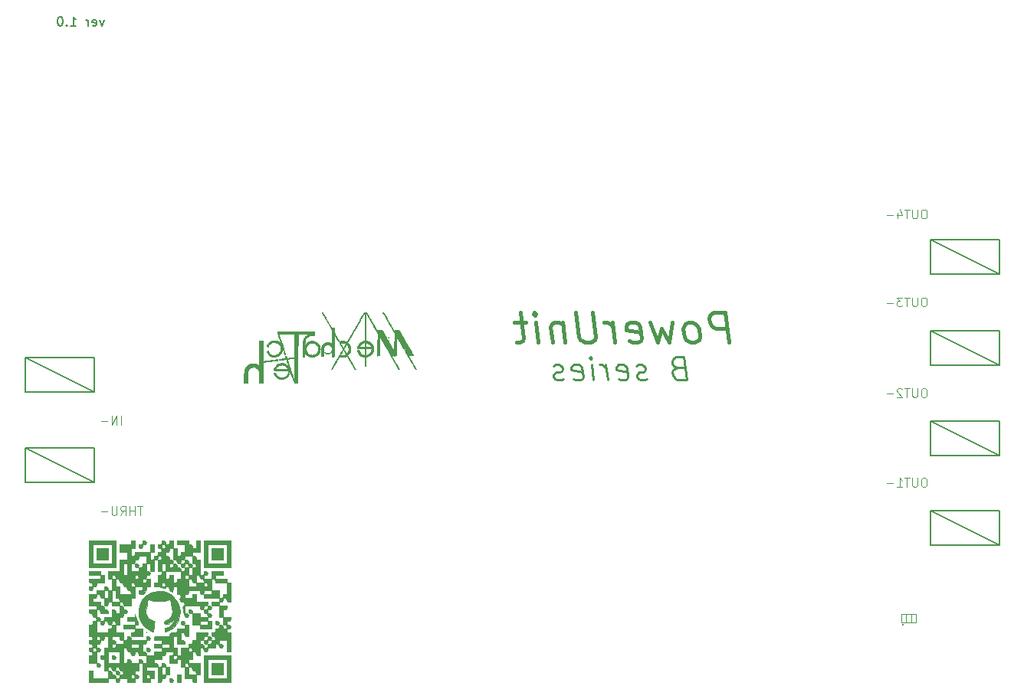
<source format=gbr>
%TF.GenerationSoftware,KiCad,Pcbnew,(5.1.10)-1*%
%TF.CreationDate,2022-06-25T22:45:11+09:00*%
%TF.ProjectId,PowerUnit-Bseries(ver1.0),506f7765-7255-46e6-9974-2d4273657269,rev?*%
%TF.SameCoordinates,Original*%
%TF.FileFunction,Legend,Bot*%
%TF.FilePolarity,Positive*%
%FSLAX46Y46*%
G04 Gerber Fmt 4.6, Leading zero omitted, Abs format (unit mm)*
G04 Created by KiCad (PCBNEW (5.1.10)-1) date 2022-06-25 22:45:11*
%MOMM*%
%LPD*%
G01*
G04 APERTURE LIST*
%ADD10C,0.254000*%
%ADD11C,0.457200*%
%ADD12C,0.127000*%
%ADD13C,0.010000*%
%ADD14C,0.050000*%
%ADD15C,0.007600*%
%ADD16C,0.077216*%
G04 APERTURE END LIST*
D10*
X166751650Y-107230091D02*
X166403912Y-107351043D01*
X166298078Y-107471996D01*
X166207364Y-107713900D01*
X166252721Y-108076758D01*
X166403912Y-108318662D01*
X166539983Y-108439615D01*
X166797007Y-108560567D01*
X167764626Y-108560567D01*
X167447126Y-106020567D01*
X166600459Y-106020567D01*
X166373673Y-106141520D01*
X166267840Y-106262472D01*
X166177126Y-106504377D01*
X166207364Y-106746281D01*
X166358554Y-106988186D01*
X166494626Y-107109139D01*
X166751650Y-107230091D01*
X167598316Y-107230091D01*
X163395221Y-108439615D02*
X163168435Y-108560567D01*
X162684626Y-108560567D01*
X162427602Y-108439615D01*
X162276412Y-108197710D01*
X162261292Y-108076758D01*
X162352007Y-107834853D01*
X162578792Y-107713900D01*
X162941650Y-107713900D01*
X163168435Y-107592948D01*
X163259150Y-107351043D01*
X163244031Y-107230091D01*
X163092840Y-106988186D01*
X162835816Y-106867234D01*
X162472959Y-106867234D01*
X162246173Y-106988186D01*
X160250459Y-108439615D02*
X160507483Y-108560567D01*
X160991292Y-108560567D01*
X161218078Y-108439615D01*
X161308792Y-108197710D01*
X161187840Y-107230091D01*
X161036650Y-106988186D01*
X160779626Y-106867234D01*
X160295816Y-106867234D01*
X160069031Y-106988186D01*
X159978316Y-107230091D01*
X160008554Y-107471996D01*
X161248316Y-107713900D01*
X159056054Y-108560567D02*
X158844388Y-106867234D01*
X158904864Y-107351043D02*
X158753673Y-107109139D01*
X158617602Y-106988186D01*
X158360578Y-106867234D01*
X158118673Y-106867234D01*
X157483673Y-108560567D02*
X157272007Y-106867234D01*
X157166173Y-106020567D02*
X157302245Y-106141520D01*
X157196412Y-106262472D01*
X157060340Y-106141520D01*
X157166173Y-106020567D01*
X157196412Y-106262472D01*
X155291412Y-108439615D02*
X155548435Y-108560567D01*
X156032245Y-108560567D01*
X156259031Y-108439615D01*
X156349745Y-108197710D01*
X156228792Y-107230091D01*
X156077602Y-106988186D01*
X155820578Y-106867234D01*
X155336769Y-106867234D01*
X155109983Y-106988186D01*
X155019269Y-107230091D01*
X155049507Y-107471996D01*
X156289269Y-107713900D01*
X154202840Y-108439615D02*
X153976054Y-108560567D01*
X153492245Y-108560567D01*
X153235221Y-108439615D01*
X153084031Y-108197710D01*
X153068912Y-108076758D01*
X153159626Y-107834853D01*
X153386412Y-107713900D01*
X153749269Y-107713900D01*
X153976054Y-107592948D01*
X154066769Y-107351043D01*
X154051650Y-107230091D01*
X153900459Y-106988186D01*
X153643435Y-106867234D01*
X153280578Y-106867234D01*
X153053792Y-106988186D01*
D11*
X172455356Y-104424721D02*
X172042606Y-101122721D01*
X170784701Y-101122721D01*
X170489880Y-101279960D01*
X170352296Y-101437198D01*
X170234368Y-101751674D01*
X170293332Y-102223388D01*
X170489880Y-102537864D01*
X170666772Y-102695102D01*
X171000903Y-102852340D01*
X172258808Y-102852340D01*
X168681641Y-104424721D02*
X168976463Y-104267483D01*
X169114046Y-104110245D01*
X169231975Y-103795769D01*
X169114046Y-102852340D01*
X168917499Y-102537864D01*
X168740606Y-102380626D01*
X168406475Y-102223388D01*
X167934760Y-102223388D01*
X167639939Y-102380626D01*
X167502356Y-102537864D01*
X167384427Y-102852340D01*
X167502356Y-103795769D01*
X167698903Y-104110245D01*
X167875796Y-104267483D01*
X168209927Y-104424721D01*
X168681641Y-104424721D01*
X166205141Y-102223388D02*
X165851356Y-104424721D01*
X165025856Y-102852340D01*
X164593451Y-104424721D01*
X163689332Y-102223388D01*
X161429034Y-104267483D02*
X161763165Y-104424721D01*
X162392118Y-104424721D01*
X162686939Y-104267483D01*
X162804868Y-103953007D01*
X162647630Y-102695102D01*
X162451082Y-102380626D01*
X162116951Y-102223388D01*
X161487999Y-102223388D01*
X161193177Y-102380626D01*
X161075249Y-102695102D01*
X161114558Y-103009579D01*
X162726249Y-103324055D01*
X159876308Y-104424721D02*
X159601141Y-102223388D01*
X159679760Y-102852340D02*
X159483213Y-102537864D01*
X159306320Y-102380626D01*
X158972189Y-102223388D01*
X158657713Y-102223388D01*
X157419463Y-101122721D02*
X157753594Y-103795769D01*
X157635665Y-104110245D01*
X157498082Y-104267483D01*
X157203260Y-104424721D01*
X156574308Y-104424721D01*
X156240177Y-104267483D01*
X156063284Y-104110245D01*
X155866737Y-103795769D01*
X155532606Y-101122721D01*
X154097808Y-102223388D02*
X154372975Y-104424721D01*
X154137118Y-102537864D02*
X153960225Y-102380626D01*
X153626094Y-102223388D01*
X153154380Y-102223388D01*
X152859558Y-102380626D01*
X152741630Y-102695102D01*
X152957832Y-104424721D01*
X151385451Y-104424721D02*
X151110284Y-102223388D01*
X150972701Y-101122721D02*
X151149594Y-101279960D01*
X151012010Y-101437198D01*
X150835118Y-101279960D01*
X150972701Y-101122721D01*
X151012010Y-101437198D01*
X150009618Y-102223388D02*
X148751713Y-102223388D01*
X149400320Y-101122721D02*
X149754106Y-103953007D01*
X149636177Y-104267483D01*
X149341356Y-104424721D01*
X149026880Y-104424721D01*
D12*
X103406060Y-68743285D02*
X103164156Y-69420619D01*
X102922251Y-68743285D01*
X102148156Y-69372238D02*
X102244918Y-69420619D01*
X102438441Y-69420619D01*
X102535203Y-69372238D01*
X102583584Y-69275476D01*
X102583584Y-68888428D01*
X102535203Y-68791666D01*
X102438441Y-68743285D01*
X102244918Y-68743285D01*
X102148156Y-68791666D01*
X102099775Y-68888428D01*
X102099775Y-68985190D01*
X102583584Y-69081952D01*
X101664346Y-69420619D02*
X101664346Y-68743285D01*
X101664346Y-68936809D02*
X101615965Y-68840047D01*
X101567584Y-68791666D01*
X101470822Y-68743285D01*
X101374060Y-68743285D01*
X99729108Y-69420619D02*
X100309680Y-69420619D01*
X100019394Y-69420619D02*
X100019394Y-68404619D01*
X100116156Y-68549761D01*
X100212918Y-68646523D01*
X100309680Y-68694904D01*
X99293680Y-69323857D02*
X99245299Y-69372238D01*
X99293680Y-69420619D01*
X99342060Y-69372238D01*
X99293680Y-69323857D01*
X99293680Y-69420619D01*
X98616346Y-68404619D02*
X98519584Y-68404619D01*
X98422822Y-68453000D01*
X98374441Y-68501380D01*
X98326060Y-68598142D01*
X98277680Y-68791666D01*
X98277680Y-69033571D01*
X98326060Y-69227095D01*
X98374441Y-69323857D01*
X98422822Y-69372238D01*
X98519584Y-69420619D01*
X98616346Y-69420619D01*
X98713108Y-69372238D01*
X98761489Y-69323857D01*
X98809870Y-69227095D01*
X98858251Y-69033571D01*
X98858251Y-68791666D01*
X98809870Y-68598142D01*
X98761489Y-68501380D01*
X98713108Y-68453000D01*
X98616346Y-68404619D01*
D13*
%TO.C,G\u002A\u002A\u002A*%
G36*
X132249954Y-102785357D02*
G01*
X132237743Y-102798255D01*
X132231687Y-102829297D01*
X132230373Y-102886292D01*
X132232387Y-102977048D01*
X132232692Y-102987452D01*
X132238788Y-103097921D01*
X132249808Y-103168597D01*
X132266499Y-103201814D01*
X132289609Y-103199905D01*
X132298282Y-103192456D01*
X132304633Y-103166173D01*
X132309579Y-103107770D01*
X132312421Y-103027452D01*
X132312834Y-102980348D01*
X132312197Y-102887918D01*
X132309134Y-102829881D01*
X132301913Y-102798305D01*
X132288803Y-102785256D01*
X132269734Y-102782793D01*
X132249954Y-102785357D01*
G37*
X132249954Y-102785357D02*
X132237743Y-102798255D01*
X132231687Y-102829297D01*
X132230373Y-102886292D01*
X132232387Y-102977048D01*
X132232692Y-102987452D01*
X132238788Y-103097921D01*
X132249808Y-103168597D01*
X132266499Y-103201814D01*
X132289609Y-103199905D01*
X132298282Y-103192456D01*
X132304633Y-103166173D01*
X132309579Y-103107770D01*
X132312421Y-103027452D01*
X132312834Y-102980348D01*
X132312197Y-102887918D01*
X132309134Y-102829881D01*
X132301913Y-102798305D01*
X132288803Y-102785256D01*
X132269734Y-102782793D01*
X132249954Y-102785357D01*
G36*
X134817556Y-103848182D02*
G01*
X134815023Y-103873302D01*
X134817556Y-103876404D01*
X134830140Y-103873498D01*
X134831667Y-103862293D01*
X134823923Y-103844870D01*
X134817556Y-103848182D01*
G37*
X134817556Y-103848182D02*
X134815023Y-103873302D01*
X134817556Y-103876404D01*
X134830140Y-103873498D01*
X134831667Y-103862293D01*
X134823923Y-103844870D01*
X134817556Y-103848182D01*
G36*
X132190903Y-101074686D02*
G01*
X132134649Y-101098319D01*
X132095436Y-101145868D01*
X132079729Y-101177824D01*
X132071900Y-101195269D01*
X132062690Y-101214222D01*
X132049660Y-101238949D01*
X132030373Y-101273721D01*
X132002389Y-101322807D01*
X131963271Y-101390475D01*
X131910579Y-101480994D01*
X131841876Y-101598633D01*
X131754723Y-101747662D01*
X131734363Y-101782467D01*
X131667309Y-101897669D01*
X131608170Y-102000382D01*
X131560085Y-102085063D01*
X131526191Y-102146170D01*
X131509628Y-102178158D01*
X131508500Y-102181366D01*
X131497190Y-102205222D01*
X131469174Y-102248191D01*
X131460875Y-102259827D01*
X131408691Y-102339457D01*
X131347631Y-102447534D01*
X131277663Y-102583356D01*
X131241378Y-102649723D01*
X131204132Y-102708597D01*
X131195131Y-102720939D01*
X131156094Y-102778964D01*
X131124251Y-102835710D01*
X131094485Y-102892571D01*
X131050948Y-102971826D01*
X130999859Y-103062581D01*
X130947438Y-103153943D01*
X130899903Y-103235017D01*
X130863474Y-103294911D01*
X130851983Y-103312609D01*
X130818211Y-103366022D01*
X130779288Y-103432513D01*
X130769436Y-103450192D01*
X130731019Y-103518977D01*
X130684961Y-103599911D01*
X130661801Y-103640043D01*
X130613924Y-103724016D01*
X130563396Y-103814925D01*
X130543397Y-103851710D01*
X130503737Y-103922936D01*
X130452252Y-104012056D01*
X130399410Y-104100973D01*
X130394234Y-104109520D01*
X130352079Y-104180323D01*
X130320041Y-104236689D01*
X130303293Y-104269419D01*
X130302000Y-104273562D01*
X130319546Y-104283663D01*
X130339042Y-104285321D01*
X130359248Y-104278694D01*
X130383856Y-104255771D01*
X130416495Y-104211513D01*
X130460794Y-104140885D01*
X130520383Y-104038846D01*
X130534925Y-104013401D01*
X130559356Y-103970714D01*
X130598344Y-103902781D01*
X130645321Y-103821039D01*
X130670293Y-103777626D01*
X130720519Y-103690332D01*
X130767787Y-103608171D01*
X130804739Y-103543928D01*
X130816413Y-103523626D01*
X130840968Y-103481110D01*
X130882356Y-103409657D01*
X130936134Y-103316929D01*
X130997858Y-103210588D01*
X131049627Y-103121460D01*
X131122843Y-102995260D01*
X131209717Y-102845222D01*
X131302811Y-102684210D01*
X131394687Y-102525088D01*
X131471867Y-102391210D01*
X131548923Y-102257629D01*
X131627394Y-102121974D01*
X131701829Y-101993639D01*
X131766779Y-101882021D01*
X131816791Y-101796517D01*
X131821823Y-101787960D01*
X131875648Y-101695754D01*
X131926326Y-101607633D01*
X131966956Y-101535663D01*
X131985268Y-101502210D01*
X132016959Y-101444515D01*
X132062024Y-101364690D01*
X132112342Y-101277073D01*
X132129115Y-101248210D01*
X132227852Y-101078876D01*
X132228010Y-101897103D01*
X132228100Y-102104526D01*
X132228418Y-102273492D01*
X132229166Y-102407875D01*
X132230548Y-102511553D01*
X132232767Y-102588399D01*
X132236024Y-102642291D01*
X132240523Y-102677104D01*
X132246466Y-102696712D01*
X132254057Y-102704993D01*
X132263498Y-102705822D01*
X132270248Y-102704325D01*
X132281063Y-102700223D01*
X132289886Y-102691445D01*
X132296956Y-102673954D01*
X132302512Y-102643712D01*
X132306791Y-102596683D01*
X132310032Y-102528830D01*
X132312472Y-102436117D01*
X132314350Y-102314505D01*
X132315903Y-102159959D01*
X132317370Y-101968442D01*
X132317873Y-101896871D01*
X132323417Y-101100422D01*
X132408084Y-101254822D01*
X132465505Y-101359291D01*
X132507565Y-101434874D01*
X132539129Y-101489874D01*
X132565065Y-101532594D01*
X132590239Y-101571336D01*
X132614894Y-101607665D01*
X132648731Y-101659796D01*
X132669526Y-101697157D01*
X132672667Y-101706441D01*
X132682852Y-101729160D01*
X132710683Y-101780847D01*
X132752069Y-101854142D01*
X132802923Y-101941683D01*
X132810250Y-101954124D01*
X132862003Y-102042649D01*
X132904865Y-102117502D01*
X132934764Y-102171457D01*
X132947625Y-102197287D01*
X132947834Y-102198245D01*
X132958709Y-102220501D01*
X132986605Y-102265798D01*
X133010265Y-102301676D01*
X133054983Y-102371790D01*
X133106331Y-102457847D01*
X133142557Y-102521991D01*
X133208128Y-102640811D01*
X133279254Y-102767851D01*
X133345590Y-102884689D01*
X133372240Y-102930960D01*
X133398056Y-102972830D01*
X133413931Y-102994460D01*
X133430687Y-103019526D01*
X133451415Y-103057960D01*
X133477097Y-103106173D01*
X133514387Y-103172693D01*
X133539804Y-103216710D01*
X133580500Y-103288151D01*
X133617059Y-103355459D01*
X133632690Y-103386043D01*
X133668598Y-103449982D01*
X133704012Y-103502460D01*
X133734088Y-103548245D01*
X133773920Y-103617106D01*
X133814275Y-103692960D01*
X133852487Y-103765572D01*
X133886621Y-103825938D01*
X133909546Y-103861470D01*
X133910207Y-103862293D01*
X133940237Y-103906495D01*
X133950266Y-103925793D01*
X133971209Y-103964625D01*
X134003304Y-104016435D01*
X134006338Y-104021043D01*
X134042911Y-104083064D01*
X134071675Y-104142751D01*
X134093242Y-104184191D01*
X134111602Y-104200960D01*
X134129671Y-104218546D01*
X134139300Y-104243293D01*
X134159490Y-104268874D01*
X134194034Y-104285567D01*
X134226116Y-104288249D01*
X134239000Y-104273651D01*
X134228706Y-104243454D01*
X134205750Y-104200196D01*
X134182020Y-104165304D01*
X134175175Y-104158626D01*
X134156780Y-104134880D01*
X134128114Y-104087379D01*
X134114962Y-104063376D01*
X134073337Y-103988229D01*
X134027336Y-103909385D01*
X134018033Y-103894043D01*
X133985546Y-103839066D01*
X133939950Y-103759395D01*
X133888354Y-103667531D01*
X133855863Y-103608834D01*
X133801815Y-103512225D01*
X133746794Y-103416644D01*
X133698955Y-103336142D01*
X133677725Y-103301917D01*
X133637954Y-103235547D01*
X133606925Y-103176561D01*
X133594934Y-103147918D01*
X133576036Y-103110997D01*
X133560241Y-103100293D01*
X133541636Y-103083704D01*
X133540500Y-103075402D01*
X133530112Y-103050295D01*
X133501149Y-102994890D01*
X133456917Y-102915128D01*
X133400721Y-102816952D01*
X133335866Y-102706304D01*
X133325662Y-102689110D01*
X133240825Y-102545611D01*
X133158221Y-102404429D01*
X133080594Y-102270391D01*
X133010689Y-102148325D01*
X132951252Y-102043059D01*
X132905029Y-101959420D01*
X132874765Y-101902235D01*
X132863206Y-101876333D01*
X132863167Y-101875879D01*
X132850932Y-101853393D01*
X132833879Y-101831960D01*
X132811886Y-101800761D01*
X132774549Y-101741600D01*
X132727356Y-101663369D01*
X132682643Y-101586876D01*
X132626492Y-101489447D01*
X132571158Y-101393494D01*
X132524105Y-101311954D01*
X132499510Y-101269376D01*
X132461104Y-101201832D01*
X132428332Y-101142287D01*
X132414515Y-101115918D01*
X132393988Y-101087612D01*
X132360683Y-101073264D01*
X132301902Y-101068505D01*
X132276174Y-101068293D01*
X132190903Y-101074686D01*
G37*
X132190903Y-101074686D02*
X132134649Y-101098319D01*
X132095436Y-101145868D01*
X132079729Y-101177824D01*
X132071900Y-101195269D01*
X132062690Y-101214222D01*
X132049660Y-101238949D01*
X132030373Y-101273721D01*
X132002389Y-101322807D01*
X131963271Y-101390475D01*
X131910579Y-101480994D01*
X131841876Y-101598633D01*
X131754723Y-101747662D01*
X131734363Y-101782467D01*
X131667309Y-101897669D01*
X131608170Y-102000382D01*
X131560085Y-102085063D01*
X131526191Y-102146170D01*
X131509628Y-102178158D01*
X131508500Y-102181366D01*
X131497190Y-102205222D01*
X131469174Y-102248191D01*
X131460875Y-102259827D01*
X131408691Y-102339457D01*
X131347631Y-102447534D01*
X131277663Y-102583356D01*
X131241378Y-102649723D01*
X131204132Y-102708597D01*
X131195131Y-102720939D01*
X131156094Y-102778964D01*
X131124251Y-102835710D01*
X131094485Y-102892571D01*
X131050948Y-102971826D01*
X130999859Y-103062581D01*
X130947438Y-103153943D01*
X130899903Y-103235017D01*
X130863474Y-103294911D01*
X130851983Y-103312609D01*
X130818211Y-103366022D01*
X130779288Y-103432513D01*
X130769436Y-103450192D01*
X130731019Y-103518977D01*
X130684961Y-103599911D01*
X130661801Y-103640043D01*
X130613924Y-103724016D01*
X130563396Y-103814925D01*
X130543397Y-103851710D01*
X130503737Y-103922936D01*
X130452252Y-104012056D01*
X130399410Y-104100973D01*
X130394234Y-104109520D01*
X130352079Y-104180323D01*
X130320041Y-104236689D01*
X130303293Y-104269419D01*
X130302000Y-104273562D01*
X130319546Y-104283663D01*
X130339042Y-104285321D01*
X130359248Y-104278694D01*
X130383856Y-104255771D01*
X130416495Y-104211513D01*
X130460794Y-104140885D01*
X130520383Y-104038846D01*
X130534925Y-104013401D01*
X130559356Y-103970714D01*
X130598344Y-103902781D01*
X130645321Y-103821039D01*
X130670293Y-103777626D01*
X130720519Y-103690332D01*
X130767787Y-103608171D01*
X130804739Y-103543928D01*
X130816413Y-103523626D01*
X130840968Y-103481110D01*
X130882356Y-103409657D01*
X130936134Y-103316929D01*
X130997858Y-103210588D01*
X131049627Y-103121460D01*
X131122843Y-102995260D01*
X131209717Y-102845222D01*
X131302811Y-102684210D01*
X131394687Y-102525088D01*
X131471867Y-102391210D01*
X131548923Y-102257629D01*
X131627394Y-102121974D01*
X131701829Y-101993639D01*
X131766779Y-101882021D01*
X131816791Y-101796517D01*
X131821823Y-101787960D01*
X131875648Y-101695754D01*
X131926326Y-101607633D01*
X131966956Y-101535663D01*
X131985268Y-101502210D01*
X132016959Y-101444515D01*
X132062024Y-101364690D01*
X132112342Y-101277073D01*
X132129115Y-101248210D01*
X132227852Y-101078876D01*
X132228010Y-101897103D01*
X132228100Y-102104526D01*
X132228418Y-102273492D01*
X132229166Y-102407875D01*
X132230548Y-102511553D01*
X132232767Y-102588399D01*
X132236024Y-102642291D01*
X132240523Y-102677104D01*
X132246466Y-102696712D01*
X132254057Y-102704993D01*
X132263498Y-102705822D01*
X132270248Y-102704325D01*
X132281063Y-102700223D01*
X132289886Y-102691445D01*
X132296956Y-102673954D01*
X132302512Y-102643712D01*
X132306791Y-102596683D01*
X132310032Y-102528830D01*
X132312472Y-102436117D01*
X132314350Y-102314505D01*
X132315903Y-102159959D01*
X132317370Y-101968442D01*
X132317873Y-101896871D01*
X132323417Y-101100422D01*
X132408084Y-101254822D01*
X132465505Y-101359291D01*
X132507565Y-101434874D01*
X132539129Y-101489874D01*
X132565065Y-101532594D01*
X132590239Y-101571336D01*
X132614894Y-101607665D01*
X132648731Y-101659796D01*
X132669526Y-101697157D01*
X132672667Y-101706441D01*
X132682852Y-101729160D01*
X132710683Y-101780847D01*
X132752069Y-101854142D01*
X132802923Y-101941683D01*
X132810250Y-101954124D01*
X132862003Y-102042649D01*
X132904865Y-102117502D01*
X132934764Y-102171457D01*
X132947625Y-102197287D01*
X132947834Y-102198245D01*
X132958709Y-102220501D01*
X132986605Y-102265798D01*
X133010265Y-102301676D01*
X133054983Y-102371790D01*
X133106331Y-102457847D01*
X133142557Y-102521991D01*
X133208128Y-102640811D01*
X133279254Y-102767851D01*
X133345590Y-102884689D01*
X133372240Y-102930960D01*
X133398056Y-102972830D01*
X133413931Y-102994460D01*
X133430687Y-103019526D01*
X133451415Y-103057960D01*
X133477097Y-103106173D01*
X133514387Y-103172693D01*
X133539804Y-103216710D01*
X133580500Y-103288151D01*
X133617059Y-103355459D01*
X133632690Y-103386043D01*
X133668598Y-103449982D01*
X133704012Y-103502460D01*
X133734088Y-103548245D01*
X133773920Y-103617106D01*
X133814275Y-103692960D01*
X133852487Y-103765572D01*
X133886621Y-103825938D01*
X133909546Y-103861470D01*
X133910207Y-103862293D01*
X133940237Y-103906495D01*
X133950266Y-103925793D01*
X133971209Y-103964625D01*
X134003304Y-104016435D01*
X134006338Y-104021043D01*
X134042911Y-104083064D01*
X134071675Y-104142751D01*
X134093242Y-104184191D01*
X134111602Y-104200960D01*
X134129671Y-104218546D01*
X134139300Y-104243293D01*
X134159490Y-104268874D01*
X134194034Y-104285567D01*
X134226116Y-104288249D01*
X134239000Y-104273651D01*
X134228706Y-104243454D01*
X134205750Y-104200196D01*
X134182020Y-104165304D01*
X134175175Y-104158626D01*
X134156780Y-104134880D01*
X134128114Y-104087379D01*
X134114962Y-104063376D01*
X134073337Y-103988229D01*
X134027336Y-103909385D01*
X134018033Y-103894043D01*
X133985546Y-103839066D01*
X133939950Y-103759395D01*
X133888354Y-103667531D01*
X133855863Y-103608834D01*
X133801815Y-103512225D01*
X133746794Y-103416644D01*
X133698955Y-103336142D01*
X133677725Y-103301917D01*
X133637954Y-103235547D01*
X133606925Y-103176561D01*
X133594934Y-103147918D01*
X133576036Y-103110997D01*
X133560241Y-103100293D01*
X133541636Y-103083704D01*
X133540500Y-103075402D01*
X133530112Y-103050295D01*
X133501149Y-102994890D01*
X133456917Y-102915128D01*
X133400721Y-102816952D01*
X133335866Y-102706304D01*
X133325662Y-102689110D01*
X133240825Y-102545611D01*
X133158221Y-102404429D01*
X133080594Y-102270391D01*
X133010689Y-102148325D01*
X132951252Y-102043059D01*
X132905029Y-101959420D01*
X132874765Y-101902235D01*
X132863206Y-101876333D01*
X132863167Y-101875879D01*
X132850932Y-101853393D01*
X132833879Y-101831960D01*
X132811886Y-101800761D01*
X132774549Y-101741600D01*
X132727356Y-101663369D01*
X132682643Y-101586876D01*
X132626492Y-101489447D01*
X132571158Y-101393494D01*
X132524105Y-101311954D01*
X132499510Y-101269376D01*
X132461104Y-101201832D01*
X132428332Y-101142287D01*
X132414515Y-101115918D01*
X132393988Y-101087612D01*
X132360683Y-101073264D01*
X132301902Y-101068505D01*
X132276174Y-101068293D01*
X132190903Y-101074686D01*
G36*
X134218101Y-101145775D02*
G01*
X134261804Y-101219948D01*
X134306648Y-101298524D01*
X134313990Y-101311710D01*
X134350295Y-101375805D01*
X134397220Y-101456716D01*
X134436562Y-101523376D01*
X134486218Y-101608489D01*
X134536763Y-101697963D01*
X134568544Y-101756210D01*
X134605933Y-101822271D01*
X134640964Y-101877257D01*
X134657444Y-101899085D01*
X134676174Y-101927158D01*
X134672917Y-101936126D01*
X134671332Y-101949062D01*
X134688432Y-101973168D01*
X134707503Y-102001121D01*
X134742773Y-102058325D01*
X134789788Y-102137075D01*
X134844092Y-102229668D01*
X134901232Y-102328402D01*
X134956752Y-102425571D01*
X135006199Y-102513474D01*
X135045119Y-102584406D01*
X135069056Y-102630664D01*
X135070910Y-102634626D01*
X135088870Y-102667377D01*
X135122702Y-102724128D01*
X135165446Y-102793234D01*
X135170206Y-102800793D01*
X135210879Y-102866172D01*
X135240899Y-102916149D01*
X135254676Y-102941378D01*
X135255000Y-102942534D01*
X135265606Y-102964008D01*
X135295748Y-103017298D01*
X135342919Y-103098081D01*
X135404608Y-103202034D01*
X135438729Y-103259043D01*
X135466903Y-103308589D01*
X135497104Y-103364876D01*
X135533463Y-103429909D01*
X135571513Y-103491876D01*
X135610623Y-103556412D01*
X135648774Y-103626022D01*
X135650527Y-103629460D01*
X135674808Y-103674006D01*
X135715994Y-103746069D01*
X135769042Y-103836965D01*
X135828914Y-103938011D01*
X135852554Y-103977510D01*
X135909886Y-104074101D01*
X135958515Y-104158083D01*
X135994630Y-104222710D01*
X136014419Y-104261237D01*
X136017000Y-104268551D01*
X136034855Y-104282193D01*
X136061598Y-104285626D01*
X136093967Y-104276530D01*
X136093726Y-104253129D01*
X136078005Y-104221622D01*
X136045943Y-104163501D01*
X136002960Y-104088464D01*
X135975045Y-104040813D01*
X135929829Y-103962466D01*
X135894189Y-103897295D01*
X135872835Y-103854105D01*
X135868834Y-103842241D01*
X135854375Y-103817136D01*
X135852959Y-103816432D01*
X135835396Y-103795330D01*
X135805605Y-103747492D01*
X135775274Y-103692960D01*
X135730927Y-103612540D01*
X135676500Y-103518134D01*
X135629103Y-103438960D01*
X135578730Y-103353798D01*
X135519973Y-103249985D01*
X135463594Y-103146623D01*
X135450273Y-103121460D01*
X135408167Y-103042858D01*
X135372544Y-102979291D01*
X135348421Y-102939560D01*
X135341747Y-102930960D01*
X135324475Y-102907960D01*
X135291582Y-102856286D01*
X135247999Y-102784269D01*
X135198661Y-102700243D01*
X135148500Y-102612539D01*
X135102450Y-102529491D01*
X135086376Y-102499611D01*
X135012209Y-102362618D01*
X134955638Y-102263591D01*
X134916419Y-102202106D01*
X134907360Y-102190126D01*
X134883480Y-102155004D01*
X134847502Y-102095448D01*
X134804551Y-102020750D01*
X134759751Y-101940201D01*
X134718226Y-101863094D01*
X134685099Y-101798721D01*
X134665495Y-101756374D01*
X134662334Y-101745793D01*
X134648866Y-101725081D01*
X134644628Y-101724460D01*
X134626266Y-101707129D01*
X134596778Y-101662202D01*
X134569877Y-101613335D01*
X134484823Y-101452808D01*
X134407031Y-101316179D01*
X134338586Y-101206662D01*
X134281575Y-101127470D01*
X134238081Y-101081815D01*
X134218374Y-101071692D01*
X134169086Y-101064508D01*
X134218101Y-101145775D01*
G37*
X134218101Y-101145775D02*
X134261804Y-101219948D01*
X134306648Y-101298524D01*
X134313990Y-101311710D01*
X134350295Y-101375805D01*
X134397220Y-101456716D01*
X134436562Y-101523376D01*
X134486218Y-101608489D01*
X134536763Y-101697963D01*
X134568544Y-101756210D01*
X134605933Y-101822271D01*
X134640964Y-101877257D01*
X134657444Y-101899085D01*
X134676174Y-101927158D01*
X134672917Y-101936126D01*
X134671332Y-101949062D01*
X134688432Y-101973168D01*
X134707503Y-102001121D01*
X134742773Y-102058325D01*
X134789788Y-102137075D01*
X134844092Y-102229668D01*
X134901232Y-102328402D01*
X134956752Y-102425571D01*
X135006199Y-102513474D01*
X135045119Y-102584406D01*
X135069056Y-102630664D01*
X135070910Y-102634626D01*
X135088870Y-102667377D01*
X135122702Y-102724128D01*
X135165446Y-102793234D01*
X135170206Y-102800793D01*
X135210879Y-102866172D01*
X135240899Y-102916149D01*
X135254676Y-102941378D01*
X135255000Y-102942534D01*
X135265606Y-102964008D01*
X135295748Y-103017298D01*
X135342919Y-103098081D01*
X135404608Y-103202034D01*
X135438729Y-103259043D01*
X135466903Y-103308589D01*
X135497104Y-103364876D01*
X135533463Y-103429909D01*
X135571513Y-103491876D01*
X135610623Y-103556412D01*
X135648774Y-103626022D01*
X135650527Y-103629460D01*
X135674808Y-103674006D01*
X135715994Y-103746069D01*
X135769042Y-103836965D01*
X135828914Y-103938011D01*
X135852554Y-103977510D01*
X135909886Y-104074101D01*
X135958515Y-104158083D01*
X135994630Y-104222710D01*
X136014419Y-104261237D01*
X136017000Y-104268551D01*
X136034855Y-104282193D01*
X136061598Y-104285626D01*
X136093967Y-104276530D01*
X136093726Y-104253129D01*
X136078005Y-104221622D01*
X136045943Y-104163501D01*
X136002960Y-104088464D01*
X135975045Y-104040813D01*
X135929829Y-103962466D01*
X135894189Y-103897295D01*
X135872835Y-103854105D01*
X135868834Y-103842241D01*
X135854375Y-103817136D01*
X135852959Y-103816432D01*
X135835396Y-103795330D01*
X135805605Y-103747492D01*
X135775274Y-103692960D01*
X135730927Y-103612540D01*
X135676500Y-103518134D01*
X135629103Y-103438960D01*
X135578730Y-103353798D01*
X135519973Y-103249985D01*
X135463594Y-103146623D01*
X135450273Y-103121460D01*
X135408167Y-103042858D01*
X135372544Y-102979291D01*
X135348421Y-102939560D01*
X135341747Y-102930960D01*
X135324475Y-102907960D01*
X135291582Y-102856286D01*
X135247999Y-102784269D01*
X135198661Y-102700243D01*
X135148500Y-102612539D01*
X135102450Y-102529491D01*
X135086376Y-102499611D01*
X135012209Y-102362618D01*
X134955638Y-102263591D01*
X134916419Y-102202106D01*
X134907360Y-102190126D01*
X134883480Y-102155004D01*
X134847502Y-102095448D01*
X134804551Y-102020750D01*
X134759751Y-101940201D01*
X134718226Y-101863094D01*
X134685099Y-101798721D01*
X134665495Y-101756374D01*
X134662334Y-101745793D01*
X134648866Y-101725081D01*
X134644628Y-101724460D01*
X134626266Y-101707129D01*
X134596778Y-101662202D01*
X134569877Y-101613335D01*
X134484823Y-101452808D01*
X134407031Y-101316179D01*
X134338586Y-101206662D01*
X134281575Y-101127470D01*
X134238081Y-101081815D01*
X134218374Y-101071692D01*
X134169086Y-101064508D01*
X134218101Y-101145775D01*
G36*
X134291652Y-104518039D02*
G01*
X134323335Y-104572506D01*
X134342368Y-104613482D01*
X134344834Y-104623872D01*
X134359653Y-104644776D01*
X134364574Y-104645460D01*
X134385426Y-104663083D01*
X134399310Y-104693085D01*
X134415171Y-104727539D01*
X134447263Y-104787300D01*
X134489895Y-104862682D01*
X134537375Y-104943998D01*
X134584014Y-105021564D01*
X134624119Y-105085694D01*
X134652000Y-105126703D01*
X134658942Y-105134939D01*
X134688922Y-105141210D01*
X134698186Y-105138863D01*
X134712925Y-105114686D01*
X134701131Y-105070754D01*
X134672413Y-105026460D01*
X134649242Y-104992217D01*
X134613891Y-104933716D01*
X134576305Y-104867710D01*
X134531213Y-104786711D01*
X134486124Y-104706475D01*
X134457467Y-104656043D01*
X134418003Y-104585803D01*
X134380572Y-104517007D01*
X134372956Y-104502585D01*
X134332415Y-104449245D01*
X134287731Y-104433793D01*
X134238469Y-104433793D01*
X134291652Y-104518039D01*
G37*
X134291652Y-104518039D02*
X134323335Y-104572506D01*
X134342368Y-104613482D01*
X134344834Y-104623872D01*
X134359653Y-104644776D01*
X134364574Y-104645460D01*
X134385426Y-104663083D01*
X134399310Y-104693085D01*
X134415171Y-104727539D01*
X134447263Y-104787300D01*
X134489895Y-104862682D01*
X134537375Y-104943998D01*
X134584014Y-105021564D01*
X134624119Y-105085694D01*
X134652000Y-105126703D01*
X134658942Y-105134939D01*
X134688922Y-105141210D01*
X134698186Y-105138863D01*
X134712925Y-105114686D01*
X134701131Y-105070754D01*
X134672413Y-105026460D01*
X134649242Y-104992217D01*
X134613891Y-104933716D01*
X134576305Y-104867710D01*
X134531213Y-104786711D01*
X134486124Y-104706475D01*
X134457467Y-104656043D01*
X134418003Y-104585803D01*
X134380572Y-104517007D01*
X134372956Y-104502585D01*
X134332415Y-104449245D01*
X134287731Y-104433793D01*
X134238469Y-104433793D01*
X134291652Y-104518039D01*
G36*
X136140292Y-104437431D02*
G01*
X136135499Y-104452201D01*
X136145997Y-104483885D01*
X136173941Y-104538263D01*
X136221485Y-104621117D01*
X136239250Y-104651305D01*
X136284670Y-104728605D01*
X136325717Y-104799084D01*
X136354237Y-104848733D01*
X136356297Y-104852388D01*
X136380761Y-104895447D01*
X136414845Y-104954853D01*
X136451945Y-105019174D01*
X136485458Y-105076979D01*
X136508780Y-105116836D01*
X136515320Y-105127665D01*
X136536502Y-105135928D01*
X136563249Y-105142089D01*
X136594926Y-105141448D01*
X136595198Y-105116562D01*
X136594646Y-105114967D01*
X136569978Y-105067170D01*
X136555946Y-105047626D01*
X136531555Y-105011726D01*
X136496892Y-104953532D01*
X136472721Y-104910043D01*
X136426557Y-104825993D01*
X136375415Y-104735020D01*
X136354415Y-104698376D01*
X136316711Y-104632137D01*
X136285282Y-104575118D01*
X136272248Y-104550210D01*
X136226674Y-104477722D01*
X136180169Y-104438896D01*
X136158224Y-104433793D01*
X136140292Y-104437431D01*
G37*
X136140292Y-104437431D02*
X136135499Y-104452201D01*
X136145997Y-104483885D01*
X136173941Y-104538263D01*
X136221485Y-104621117D01*
X136239250Y-104651305D01*
X136284670Y-104728605D01*
X136325717Y-104799084D01*
X136354237Y-104848733D01*
X136356297Y-104852388D01*
X136380761Y-104895447D01*
X136414845Y-104954853D01*
X136451945Y-105019174D01*
X136485458Y-105076979D01*
X136508780Y-105116836D01*
X136515320Y-105127665D01*
X136536502Y-105135928D01*
X136563249Y-105142089D01*
X136594926Y-105141448D01*
X136595198Y-105116562D01*
X136594646Y-105114967D01*
X136569978Y-105067170D01*
X136555946Y-105047626D01*
X136531555Y-105011726D01*
X136496892Y-104953532D01*
X136472721Y-104910043D01*
X136426557Y-104825993D01*
X136375415Y-104735020D01*
X136354415Y-104698376D01*
X136316711Y-104632137D01*
X136285282Y-104575118D01*
X136272248Y-104550210D01*
X136226674Y-104477722D01*
X136180169Y-104438896D01*
X136158224Y-104433793D01*
X136140292Y-104437431D01*
G36*
X128320951Y-105585202D02*
G01*
X128273502Y-105600692D01*
X128236284Y-105610928D01*
X128197594Y-105627265D01*
X128185334Y-105642587D01*
X128189446Y-105655976D01*
X128208494Y-105657223D01*
X128252545Y-105645575D01*
X128285875Y-105635070D01*
X128332161Y-105614889D01*
X128354337Y-105594735D01*
X128354667Y-105592633D01*
X128339003Y-105581462D01*
X128320951Y-105585202D01*
G37*
X128320951Y-105585202D02*
X128273502Y-105600692D01*
X128236284Y-105610928D01*
X128197594Y-105627265D01*
X128185334Y-105642587D01*
X128189446Y-105655976D01*
X128208494Y-105657223D01*
X128252545Y-105645575D01*
X128285875Y-105635070D01*
X128332161Y-105614889D01*
X128354337Y-105594735D01*
X128354667Y-105592633D01*
X128339003Y-105581462D01*
X128320951Y-105585202D01*
G36*
X123303075Y-105454647D02*
G01*
X123287931Y-105476160D01*
X123285336Y-105505771D01*
X123296246Y-105554390D01*
X123317652Y-105621193D01*
X123347505Y-105707382D01*
X123369346Y-105760368D01*
X123387799Y-105787349D01*
X123407488Y-105795527D01*
X123428125Y-105793183D01*
X123452832Y-105784554D01*
X123462335Y-105766407D01*
X123456338Y-105729928D01*
X123434548Y-105666305D01*
X123422845Y-105635228D01*
X123399243Y-105567014D01*
X123383875Y-105510859D01*
X123380511Y-105488084D01*
X123366542Y-105446304D01*
X123333421Y-105436618D01*
X123303075Y-105454647D01*
G37*
X123303075Y-105454647D02*
X123287931Y-105476160D01*
X123285336Y-105505771D01*
X123296246Y-105554390D01*
X123317652Y-105621193D01*
X123347505Y-105707382D01*
X123369346Y-105760368D01*
X123387799Y-105787349D01*
X123407488Y-105795527D01*
X123428125Y-105793183D01*
X123452832Y-105784554D01*
X123462335Y-105766407D01*
X123456338Y-105729928D01*
X123434548Y-105666305D01*
X123422845Y-105635228D01*
X123399243Y-105567014D01*
X123383875Y-105510859D01*
X123380511Y-105488084D01*
X123366542Y-105446304D01*
X123333421Y-105436618D01*
X123303075Y-105454647D01*
G36*
X133663434Y-103508865D02*
G01*
X133655946Y-103555713D01*
X133651067Y-103625600D01*
X133650686Y-103636329D01*
X133648375Y-103702637D01*
X133644612Y-103802617D01*
X133639733Y-103927648D01*
X133634077Y-104069104D01*
X133627983Y-104218365D01*
X133625635Y-104275043D01*
X133618497Y-104455527D01*
X133611021Y-104660008D01*
X133603786Y-104871627D01*
X133597368Y-105073526D01*
X133592631Y-105238126D01*
X133588516Y-105381778D01*
X133584159Y-105516386D01*
X133579843Y-105634379D01*
X133575854Y-105728186D01*
X133572475Y-105790235D01*
X133571371Y-105804335D01*
X133569362Y-105858239D01*
X133574290Y-105888444D01*
X133578138Y-105890967D01*
X133606483Y-105886733D01*
X133661802Y-105879626D01*
X133699250Y-105875092D01*
X133761830Y-105866130D01*
X133793383Y-105852724D01*
X133804984Y-105825998D01*
X133807360Y-105788460D01*
X133809139Y-105740114D01*
X133812410Y-105659777D01*
X133816742Y-105557748D01*
X133821704Y-105444325D01*
X133822874Y-105418043D01*
X133832860Y-105182160D01*
X133843395Y-104910018D01*
X133854256Y-104607684D01*
X133865220Y-104281225D01*
X133868679Y-104173713D01*
X133877975Y-103881884D01*
X133783321Y-103710763D01*
X133741801Y-103633932D01*
X133709547Y-103570880D01*
X133691188Y-103530828D01*
X133688667Y-103522299D01*
X133673726Y-103495810D01*
X133672074Y-103494703D01*
X133663434Y-103508865D01*
G37*
X133663434Y-103508865D02*
X133655946Y-103555713D01*
X133651067Y-103625600D01*
X133650686Y-103636329D01*
X133648375Y-103702637D01*
X133644612Y-103802617D01*
X133639733Y-103927648D01*
X133634077Y-104069104D01*
X133627983Y-104218365D01*
X133625635Y-104275043D01*
X133618497Y-104455527D01*
X133611021Y-104660008D01*
X133603786Y-104871627D01*
X133597368Y-105073526D01*
X133592631Y-105238126D01*
X133588516Y-105381778D01*
X133584159Y-105516386D01*
X133579843Y-105634379D01*
X133575854Y-105728186D01*
X133572475Y-105790235D01*
X133571371Y-105804335D01*
X133569362Y-105858239D01*
X133574290Y-105888444D01*
X133578138Y-105890967D01*
X133606483Y-105886733D01*
X133661802Y-105879626D01*
X133699250Y-105875092D01*
X133761830Y-105866130D01*
X133793383Y-105852724D01*
X133804984Y-105825998D01*
X133807360Y-105788460D01*
X133809139Y-105740114D01*
X133812410Y-105659777D01*
X133816742Y-105557748D01*
X133821704Y-105444325D01*
X133822874Y-105418043D01*
X133832860Y-105182160D01*
X133843395Y-104910018D01*
X133854256Y-104607684D01*
X133865220Y-104281225D01*
X133868679Y-104173713D01*
X133877975Y-103881884D01*
X133783321Y-103710763D01*
X133741801Y-103633932D01*
X133709547Y-103570880D01*
X133691188Y-103530828D01*
X133688667Y-103522299D01*
X133673726Y-103495810D01*
X133672074Y-103494703D01*
X133663434Y-103508865D01*
G36*
X133764265Y-103058805D02*
G01*
X133682583Y-103061111D01*
X133626497Y-103064533D01*
X133604098Y-103068725D01*
X133604000Y-103069029D01*
X133614426Y-103092563D01*
X133644083Y-103148172D01*
X133690543Y-103231560D01*
X133751378Y-103338430D01*
X133824159Y-103464485D01*
X133906457Y-103605429D01*
X133925399Y-103637668D01*
X133974219Y-103722051D01*
X134013879Y-103793229D01*
X134040052Y-103843256D01*
X134048500Y-103863698D01*
X134061645Y-103891438D01*
X134075834Y-103908406D01*
X134103500Y-103944693D01*
X134137350Y-103999061D01*
X134144625Y-104012032D01*
X134183672Y-104082718D01*
X134232047Y-104169461D01*
X134284686Y-104263280D01*
X134336527Y-104355199D01*
X134382508Y-104436239D01*
X134417566Y-104497420D01*
X134435692Y-104528241D01*
X134495961Y-104626359D01*
X134540284Y-104699326D01*
X134574980Y-104757998D01*
X134606366Y-104813231D01*
X134640760Y-104875879D01*
X134676393Y-104941793D01*
X134715959Y-105012699D01*
X134755364Y-105079545D01*
X134768453Y-105100543D01*
X134816286Y-105179607D01*
X134873878Y-105283444D01*
X134928191Y-105386293D01*
X134960412Y-105441948D01*
X134990168Y-105483677D01*
X134994450Y-105488346D01*
X135018441Y-105527699D01*
X135022167Y-105546555D01*
X135033303Y-105573750D01*
X135041907Y-105576793D01*
X135062731Y-105594423D01*
X135076557Y-105624418D01*
X135097418Y-105669924D01*
X135133489Y-105731668D01*
X135175874Y-105796090D01*
X135215675Y-105849633D01*
X135243020Y-105878094D01*
X135268908Y-105891090D01*
X135298354Y-105885905D01*
X135320420Y-105876930D01*
X135334933Y-105864023D01*
X135345112Y-105835307D01*
X135351889Y-105784010D01*
X135356193Y-105703361D01*
X135358760Y-105597960D01*
X135361471Y-105492070D01*
X135365426Y-105398063D01*
X135370098Y-105326008D01*
X135374962Y-105285970D01*
X135375079Y-105285476D01*
X135376004Y-105236916D01*
X135365700Y-105211393D01*
X135344860Y-105179576D01*
X135312139Y-105123602D01*
X135281815Y-105068793D01*
X135237095Y-104987530D01*
X135183440Y-104892226D01*
X135138989Y-104814793D01*
X135092216Y-104734175D01*
X135047113Y-104656198D01*
X135014136Y-104598946D01*
X134956545Y-104498934D01*
X134891808Y-104387175D01*
X134823880Y-104270428D01*
X134756718Y-104155449D01*
X134694277Y-104048993D01*
X134640514Y-103957819D01*
X134599383Y-103888682D01*
X134574842Y-103848339D01*
X134572690Y-103844961D01*
X134539670Y-103789647D01*
X134516681Y-103744993D01*
X134498429Y-103710204D01*
X134463379Y-103648270D01*
X134416722Y-103568223D01*
X134368201Y-103486665D01*
X134317852Y-103401988D01*
X134276676Y-103331121D01*
X134248964Y-103281560D01*
X134239000Y-103260869D01*
X134228945Y-103238231D01*
X134203138Y-103191628D01*
X134180946Y-103154072D01*
X134122892Y-103057960D01*
X133863446Y-103057960D01*
X133764265Y-103058805D01*
G37*
X133764265Y-103058805D02*
X133682583Y-103061111D01*
X133626497Y-103064533D01*
X133604098Y-103068725D01*
X133604000Y-103069029D01*
X133614426Y-103092563D01*
X133644083Y-103148172D01*
X133690543Y-103231560D01*
X133751378Y-103338430D01*
X133824159Y-103464485D01*
X133906457Y-103605429D01*
X133925399Y-103637668D01*
X133974219Y-103722051D01*
X134013879Y-103793229D01*
X134040052Y-103843256D01*
X134048500Y-103863698D01*
X134061645Y-103891438D01*
X134075834Y-103908406D01*
X134103500Y-103944693D01*
X134137350Y-103999061D01*
X134144625Y-104012032D01*
X134183672Y-104082718D01*
X134232047Y-104169461D01*
X134284686Y-104263280D01*
X134336527Y-104355199D01*
X134382508Y-104436239D01*
X134417566Y-104497420D01*
X134435692Y-104528241D01*
X134495961Y-104626359D01*
X134540284Y-104699326D01*
X134574980Y-104757998D01*
X134606366Y-104813231D01*
X134640760Y-104875879D01*
X134676393Y-104941793D01*
X134715959Y-105012699D01*
X134755364Y-105079545D01*
X134768453Y-105100543D01*
X134816286Y-105179607D01*
X134873878Y-105283444D01*
X134928191Y-105386293D01*
X134960412Y-105441948D01*
X134990168Y-105483677D01*
X134994450Y-105488346D01*
X135018441Y-105527699D01*
X135022167Y-105546555D01*
X135033303Y-105573750D01*
X135041907Y-105576793D01*
X135062731Y-105594423D01*
X135076557Y-105624418D01*
X135097418Y-105669924D01*
X135133489Y-105731668D01*
X135175874Y-105796090D01*
X135215675Y-105849633D01*
X135243020Y-105878094D01*
X135268908Y-105891090D01*
X135298354Y-105885905D01*
X135320420Y-105876930D01*
X135334933Y-105864023D01*
X135345112Y-105835307D01*
X135351889Y-105784010D01*
X135356193Y-105703361D01*
X135358760Y-105597960D01*
X135361471Y-105492070D01*
X135365426Y-105398063D01*
X135370098Y-105326008D01*
X135374962Y-105285970D01*
X135375079Y-105285476D01*
X135376004Y-105236916D01*
X135365700Y-105211393D01*
X135344860Y-105179576D01*
X135312139Y-105123602D01*
X135281815Y-105068793D01*
X135237095Y-104987530D01*
X135183440Y-104892226D01*
X135138989Y-104814793D01*
X135092216Y-104734175D01*
X135047113Y-104656198D01*
X135014136Y-104598946D01*
X134956545Y-104498934D01*
X134891808Y-104387175D01*
X134823880Y-104270428D01*
X134756718Y-104155449D01*
X134694277Y-104048993D01*
X134640514Y-103957819D01*
X134599383Y-103888682D01*
X134574842Y-103848339D01*
X134572690Y-103844961D01*
X134539670Y-103789647D01*
X134516681Y-103744993D01*
X134498429Y-103710204D01*
X134463379Y-103648270D01*
X134416722Y-103568223D01*
X134368201Y-103486665D01*
X134317852Y-103401988D01*
X134276676Y-103331121D01*
X134248964Y-103281560D01*
X134239000Y-103260869D01*
X134228945Y-103238231D01*
X134203138Y-103191628D01*
X134180946Y-103154072D01*
X134122892Y-103057960D01*
X133863446Y-103057960D01*
X133764265Y-103058805D01*
G36*
X135531159Y-103544793D02*
G01*
X135528805Y-103591846D01*
X135524920Y-103665719D01*
X135520317Y-103750960D01*
X135520016Y-103756460D01*
X135513432Y-103880544D01*
X135507321Y-104004942D01*
X135501512Y-104134387D01*
X135495837Y-104273612D01*
X135490127Y-104427351D01*
X135484211Y-104600338D01*
X135477920Y-104797307D01*
X135471086Y-105022992D01*
X135463538Y-105282126D01*
X135456224Y-105539751D01*
X135446248Y-105894293D01*
X135493499Y-105890905D01*
X135549145Y-105885792D01*
X135609542Y-105878981D01*
X135678334Y-105870444D01*
X135679762Y-105697160D01*
X135681368Y-105606663D01*
X135684317Y-105524891D01*
X135688026Y-105467217D01*
X135688753Y-105460376D01*
X135692079Y-105417690D01*
X135696286Y-105341651D01*
X135700945Y-105241222D01*
X135705624Y-105125363D01*
X135708055Y-105058210D01*
X135716837Y-104805738D01*
X135724253Y-104592122D01*
X135730305Y-104413905D01*
X135734992Y-104267632D01*
X135738315Y-104149847D01*
X135740274Y-104057093D01*
X135740870Y-103985915D01*
X135740104Y-103932857D01*
X135737975Y-103894463D01*
X135734485Y-103867277D01*
X135729633Y-103847843D01*
X135723421Y-103832705D01*
X135715848Y-103818407D01*
X135708224Y-103804102D01*
X135670405Y-103734939D01*
X135630526Y-103669485D01*
X135625507Y-103661934D01*
X135588317Y-103601908D01*
X135558387Y-103545610D01*
X135558345Y-103545517D01*
X135533605Y-103491876D01*
X135531159Y-103544793D01*
G37*
X135531159Y-103544793D02*
X135528805Y-103591846D01*
X135524920Y-103665719D01*
X135520317Y-103750960D01*
X135520016Y-103756460D01*
X135513432Y-103880544D01*
X135507321Y-104004942D01*
X135501512Y-104134387D01*
X135495837Y-104273612D01*
X135490127Y-104427351D01*
X135484211Y-104600338D01*
X135477920Y-104797307D01*
X135471086Y-105022992D01*
X135463538Y-105282126D01*
X135456224Y-105539751D01*
X135446248Y-105894293D01*
X135493499Y-105890905D01*
X135549145Y-105885792D01*
X135609542Y-105878981D01*
X135678334Y-105870444D01*
X135679762Y-105697160D01*
X135681368Y-105606663D01*
X135684317Y-105524891D01*
X135688026Y-105467217D01*
X135688753Y-105460376D01*
X135692079Y-105417690D01*
X135696286Y-105341651D01*
X135700945Y-105241222D01*
X135705624Y-105125363D01*
X135708055Y-105058210D01*
X135716837Y-104805738D01*
X135724253Y-104592122D01*
X135730305Y-104413905D01*
X135734992Y-104267632D01*
X135738315Y-104149847D01*
X135740274Y-104057093D01*
X135740870Y-103985915D01*
X135740104Y-103932857D01*
X135737975Y-103894463D01*
X135734485Y-103867277D01*
X135729633Y-103847843D01*
X135723421Y-103832705D01*
X135715848Y-103818407D01*
X135708224Y-103804102D01*
X135670405Y-103734939D01*
X135630526Y-103669485D01*
X135625507Y-103661934D01*
X135588317Y-103601908D01*
X135558387Y-103545610D01*
X135558345Y-103545517D01*
X135533605Y-103491876D01*
X135531159Y-103544793D01*
G36*
X135627253Y-103058562D02*
G01*
X135550869Y-103062506D01*
X135507457Y-103072995D01*
X135492340Y-103093232D01*
X135500835Y-103126422D01*
X135528263Y-103175767D01*
X135540305Y-103195543D01*
X135577064Y-103258482D01*
X135607131Y-103314738D01*
X135614066Y-103329281D01*
X135641546Y-103378591D01*
X135681054Y-103437139D01*
X135688943Y-103447696D01*
X135722020Y-103493760D01*
X135740459Y-103524681D01*
X135741834Y-103529246D01*
X135751778Y-103551617D01*
X135778574Y-103602092D01*
X135817663Y-103672252D01*
X135847667Y-103724710D01*
X135892303Y-103803025D01*
X135927637Y-103866974D01*
X135949119Y-103908208D01*
X135953500Y-103918903D01*
X135964598Y-103941742D01*
X135991856Y-103983620D01*
X135997334Y-103991400D01*
X136025368Y-104034586D01*
X136067816Y-104104543D01*
X136118556Y-104191023D01*
X136163615Y-104269834D01*
X136230946Y-104388742D01*
X136300169Y-104510388D01*
X136367038Y-104627364D01*
X136427305Y-104732265D01*
X136476722Y-104817684D01*
X136511041Y-104876216D01*
X136518638Y-104888876D01*
X136548633Y-104943542D01*
X136566510Y-104980436D01*
X136591745Y-105027379D01*
X136630059Y-105089435D01*
X136649077Y-105118019D01*
X136690607Y-105183028D01*
X136740407Y-105267018D01*
X136785603Y-105347982D01*
X136839636Y-105448132D01*
X136877398Y-105517008D01*
X136902410Y-105560758D01*
X136918197Y-105585529D01*
X136928279Y-105597469D01*
X136928835Y-105597960D01*
X136944459Y-105620407D01*
X136974371Y-105669866D01*
X137012489Y-105736237D01*
X137017817Y-105745736D01*
X137094548Y-105882930D01*
X137340451Y-105884146D01*
X137438133Y-105883191D01*
X137519404Y-105879682D01*
X137575452Y-105874183D01*
X137597273Y-105867697D01*
X137592286Y-105842454D01*
X137569252Y-105791424D01*
X137532801Y-105724568D01*
X137523079Y-105708120D01*
X137478199Y-105631380D01*
X137439120Y-105561185D01*
X137413614Y-105511536D01*
X137412002Y-105508001D01*
X137388354Y-105466769D01*
X137368270Y-105449793D01*
X137351182Y-105433416D01*
X137350500Y-105427240D01*
X137340299Y-105400336D01*
X137312857Y-105346294D01*
X137272916Y-105274154D01*
X137244667Y-105225507D01*
X137199698Y-105148385D01*
X137164221Y-105085664D01*
X137142900Y-105045694D01*
X137138834Y-105035973D01*
X137128272Y-105013774D01*
X137101295Y-104968482D01*
X137080694Y-104936081D01*
X137010402Y-104822986D01*
X136948947Y-104714991D01*
X136904149Y-104625901D01*
X136901078Y-104619001D01*
X136878097Y-104577754D01*
X136859027Y-104560793D01*
X136844009Y-104543769D01*
X136842500Y-104531635D01*
X136827614Y-104493195D01*
X136815652Y-104480194D01*
X136791752Y-104449555D01*
X136758991Y-104394593D01*
X136736277Y-104350931D01*
X136705040Y-104292526D01*
X136679283Y-104253531D01*
X136667875Y-104243622D01*
X136653195Y-104226396D01*
X136652000Y-104216024D01*
X136641524Y-104187744D01*
X136613144Y-104132140D01*
X136571430Y-104057761D01*
X136530292Y-103988441D01*
X136477889Y-103901340D01*
X136431488Y-103822665D01*
X136396952Y-103762442D01*
X136382279Y-103735252D01*
X136355060Y-103683515D01*
X136336028Y-103650626D01*
X136303433Y-103597327D01*
X136257941Y-103521123D01*
X136205148Y-103431596D01*
X136150648Y-103338328D01*
X136100036Y-103250902D01*
X136058907Y-103178901D01*
X136032856Y-103131906D01*
X136030154Y-103126751D01*
X135994747Y-103057960D01*
X135741290Y-103057960D01*
X135627253Y-103058562D01*
G37*
X135627253Y-103058562D02*
X135550869Y-103062506D01*
X135507457Y-103072995D01*
X135492340Y-103093232D01*
X135500835Y-103126422D01*
X135528263Y-103175767D01*
X135540305Y-103195543D01*
X135577064Y-103258482D01*
X135607131Y-103314738D01*
X135614066Y-103329281D01*
X135641546Y-103378591D01*
X135681054Y-103437139D01*
X135688943Y-103447696D01*
X135722020Y-103493760D01*
X135740459Y-103524681D01*
X135741834Y-103529246D01*
X135751778Y-103551617D01*
X135778574Y-103602092D01*
X135817663Y-103672252D01*
X135847667Y-103724710D01*
X135892303Y-103803025D01*
X135927637Y-103866974D01*
X135949119Y-103908208D01*
X135953500Y-103918903D01*
X135964598Y-103941742D01*
X135991856Y-103983620D01*
X135997334Y-103991400D01*
X136025368Y-104034586D01*
X136067816Y-104104543D01*
X136118556Y-104191023D01*
X136163615Y-104269834D01*
X136230946Y-104388742D01*
X136300169Y-104510388D01*
X136367038Y-104627364D01*
X136427305Y-104732265D01*
X136476722Y-104817684D01*
X136511041Y-104876216D01*
X136518638Y-104888876D01*
X136548633Y-104943542D01*
X136566510Y-104980436D01*
X136591745Y-105027379D01*
X136630059Y-105089435D01*
X136649077Y-105118019D01*
X136690607Y-105183028D01*
X136740407Y-105267018D01*
X136785603Y-105347982D01*
X136839636Y-105448132D01*
X136877398Y-105517008D01*
X136902410Y-105560758D01*
X136918197Y-105585529D01*
X136928279Y-105597469D01*
X136928835Y-105597960D01*
X136944459Y-105620407D01*
X136974371Y-105669866D01*
X137012489Y-105736237D01*
X137017817Y-105745736D01*
X137094548Y-105882930D01*
X137340451Y-105884146D01*
X137438133Y-105883191D01*
X137519404Y-105879682D01*
X137575452Y-105874183D01*
X137597273Y-105867697D01*
X137592286Y-105842454D01*
X137569252Y-105791424D01*
X137532801Y-105724568D01*
X137523079Y-105708120D01*
X137478199Y-105631380D01*
X137439120Y-105561185D01*
X137413614Y-105511536D01*
X137412002Y-105508001D01*
X137388354Y-105466769D01*
X137368270Y-105449793D01*
X137351182Y-105433416D01*
X137350500Y-105427240D01*
X137340299Y-105400336D01*
X137312857Y-105346294D01*
X137272916Y-105274154D01*
X137244667Y-105225507D01*
X137199698Y-105148385D01*
X137164221Y-105085664D01*
X137142900Y-105045694D01*
X137138834Y-105035973D01*
X137128272Y-105013774D01*
X137101295Y-104968482D01*
X137080694Y-104936081D01*
X137010402Y-104822986D01*
X136948947Y-104714991D01*
X136904149Y-104625901D01*
X136901078Y-104619001D01*
X136878097Y-104577754D01*
X136859027Y-104560793D01*
X136844009Y-104543769D01*
X136842500Y-104531635D01*
X136827614Y-104493195D01*
X136815652Y-104480194D01*
X136791752Y-104449555D01*
X136758991Y-104394593D01*
X136736277Y-104350931D01*
X136705040Y-104292526D01*
X136679283Y-104253531D01*
X136667875Y-104243622D01*
X136653195Y-104226396D01*
X136652000Y-104216024D01*
X136641524Y-104187744D01*
X136613144Y-104132140D01*
X136571430Y-104057761D01*
X136530292Y-103988441D01*
X136477889Y-103901340D01*
X136431488Y-103822665D01*
X136396952Y-103762442D01*
X136382279Y-103735252D01*
X136355060Y-103683515D01*
X136336028Y-103650626D01*
X136303433Y-103597327D01*
X136257941Y-103521123D01*
X136205148Y-103431596D01*
X136150648Y-103338328D01*
X136100036Y-103250902D01*
X136058907Y-103178901D01*
X136032856Y-103131906D01*
X136030154Y-103126751D01*
X135994747Y-103057960D01*
X135741290Y-103057960D01*
X135627253Y-103058562D01*
G36*
X127474526Y-101072304D02*
G01*
X127469560Y-101089238D01*
X127484295Y-101126440D01*
X127520248Y-101191258D01*
X127524573Y-101198690D01*
X127558340Y-101256689D01*
X127606664Y-101339792D01*
X127662855Y-101436491D01*
X127715287Y-101526774D01*
X127767986Y-101617325D01*
X127814265Y-101696440D01*
X127849272Y-101755851D01*
X127868156Y-101787292D01*
X127868576Y-101787960D01*
X127887155Y-101819067D01*
X127921173Y-101877525D01*
X127965149Y-101953879D01*
X127997381Y-102010210D01*
X128048412Y-102099481D01*
X128096468Y-102183293D01*
X128134564Y-102249478D01*
X128149228Y-102274793D01*
X128177141Y-102323369D01*
X128219581Y-102397978D01*
X128270370Y-102487727D01*
X128314345Y-102565752D01*
X128367161Y-102658259D01*
X128416916Y-102742940D01*
X128457495Y-102809531D01*
X128480167Y-102844186D01*
X128509643Y-102892157D01*
X128523786Y-102928096D01*
X128524000Y-102930888D01*
X128536174Y-102963966D01*
X128565538Y-103008834D01*
X128566334Y-103009850D01*
X128577535Y-103025771D01*
X128586566Y-103045039D01*
X128593661Y-103072071D01*
X128599052Y-103111278D01*
X128602973Y-103167074D01*
X128605656Y-103243874D01*
X128607334Y-103346091D01*
X128608239Y-103478138D01*
X128608606Y-103644428D01*
X128608667Y-103812231D01*
X128608172Y-103985486D01*
X128606764Y-104144569D01*
X128604558Y-104284715D01*
X128601671Y-104401158D01*
X128598219Y-104489133D01*
X128594317Y-104543875D01*
X128590474Y-104560793D01*
X128563822Y-104551703D01*
X128510928Y-104527801D01*
X128442936Y-104494140D01*
X128438776Y-104492001D01*
X128369622Y-104458385D01*
X128312175Y-104437910D01*
X128251283Y-104427375D01*
X128171796Y-104423582D01*
X128113012Y-104423210D01*
X128014951Y-104424774D01*
X127944252Y-104431439D01*
X127885997Y-104446162D01*
X127825267Y-104471900D01*
X127797178Y-104485822D01*
X127667114Y-104566864D01*
X127563980Y-104667880D01*
X127478289Y-104798687D01*
X127459362Y-104835409D01*
X127391584Y-104972442D01*
X127385223Y-105462442D01*
X127383578Y-105625496D01*
X127383532Y-105750632D01*
X127385270Y-105842245D01*
X127388979Y-105904728D01*
X127394844Y-105942473D01*
X127403052Y-105959873D01*
X127406390Y-105961929D01*
X127442856Y-105965812D01*
X127503356Y-105964698D01*
X127534459Y-105962472D01*
X127635000Y-105953530D01*
X127635080Y-105643453D01*
X127635248Y-105523480D01*
X127636215Y-105440766D01*
X127638778Y-105390235D01*
X127643736Y-105366812D01*
X127651888Y-105365422D01*
X127664033Y-105380990D01*
X127673884Y-105396877D01*
X127757800Y-105498364D01*
X127869758Y-105581525D01*
X127983221Y-105632169D01*
X128048599Y-105649770D01*
X128096970Y-105657238D01*
X128114521Y-105654661D01*
X128119506Y-105632301D01*
X128088454Y-105617645D01*
X128044208Y-105613835D01*
X127970122Y-105598883D01*
X127885343Y-105559785D01*
X127805961Y-105505179D01*
X127762386Y-105462549D01*
X127701335Y-105379983D01*
X127665702Y-105300510D01*
X127648587Y-105205951D01*
X127645080Y-105153460D01*
X127644496Y-105068033D01*
X127654657Y-105005187D01*
X127679544Y-104945716D01*
X127693335Y-104920626D01*
X127726346Y-104869207D01*
X127765566Y-104816746D01*
X127803597Y-104771894D01*
X127833035Y-104743307D01*
X127846480Y-104739635D01*
X127846667Y-104741359D01*
X127862891Y-104737968D01*
X127903507Y-104718381D01*
X127921157Y-104708731D01*
X127993494Y-104679676D01*
X128073891Y-104662926D01*
X128085199Y-104662039D01*
X128159471Y-104664773D01*
X128239723Y-104678015D01*
X128313467Y-104698415D01*
X128368214Y-104722621D01*
X128390609Y-104744000D01*
X128414985Y-104769955D01*
X128425924Y-104772460D01*
X128452187Y-104790033D01*
X128487938Y-104835121D01*
X128526108Y-104896277D01*
X128559628Y-104962056D01*
X128581429Y-105021010D01*
X128582779Y-105026460D01*
X128601168Y-105127842D01*
X128600279Y-105208069D01*
X128578000Y-105284682D01*
X128543178Y-105355485D01*
X128502172Y-105424377D01*
X128462808Y-105480265D01*
X128435673Y-105509201D01*
X128404749Y-105540997D01*
X128397000Y-105560979D01*
X128409003Y-105563962D01*
X128439404Y-105542494D01*
X128479796Y-105504889D01*
X128521772Y-105459460D01*
X128556922Y-105414520D01*
X128573676Y-105386293D01*
X128583320Y-105372214D01*
X128590808Y-105380285D01*
X128596728Y-105414960D01*
X128601668Y-105480696D01*
X128606216Y-105581947D01*
X128608667Y-105651502D01*
X128619250Y-105969628D01*
X128743604Y-105969002D01*
X128811523Y-105965301D01*
X128860019Y-105956353D01*
X128876251Y-105946893D01*
X128877695Y-105922280D01*
X128878861Y-105859223D01*
X128879741Y-105761610D01*
X128880324Y-105633330D01*
X128880603Y-105478272D01*
X128880570Y-105300322D01*
X128880215Y-105103371D01*
X128879531Y-104891307D01*
X128878898Y-104745680D01*
X128878125Y-104526614D01*
X128877935Y-104320751D01*
X128878293Y-104131886D01*
X128879167Y-103963815D01*
X128880525Y-103820334D01*
X128882332Y-103705239D01*
X128884557Y-103622325D01*
X128887166Y-103575387D01*
X128889125Y-103565955D01*
X128904517Y-103582264D01*
X128905000Y-103587547D01*
X128915701Y-103616650D01*
X128942974Y-103666791D01*
X128962666Y-103698672D01*
X129001556Y-103760336D01*
X129033761Y-103813581D01*
X129043426Y-103830543D01*
X129129085Y-103983002D01*
X129204058Y-104107151D01*
X129266680Y-104200534D01*
X129315289Y-104260696D01*
X129348222Y-104285182D01*
X129351754Y-104285626D01*
X129373337Y-104282822D01*
X129377931Y-104268829D01*
X129363896Y-104235271D01*
X129330012Y-104174501D01*
X129281632Y-104089639D01*
X129228452Y-103995380D01*
X129201379Y-103946960D01*
X129152521Y-103861358D01*
X129098773Y-103770404D01*
X129070907Y-103724710D01*
X129002575Y-103613861D01*
X128953310Y-103528472D01*
X128919994Y-103457948D01*
X128899507Y-103391693D01*
X128888730Y-103319114D01*
X128884546Y-103229616D01*
X128883834Y-103112604D01*
X128883834Y-102782793D01*
X128746250Y-102782793D01*
X128672336Y-102783583D01*
X128631136Y-102788658D01*
X128613034Y-102802073D01*
X128608413Y-102827881D01*
X128608197Y-102841001D01*
X128607726Y-102899210D01*
X128565800Y-102846293D01*
X128531147Y-102792563D01*
X128511060Y-102745751D01*
X128495825Y-102708780D01*
X128484013Y-102698126D01*
X128466516Y-102680892D01*
X128444743Y-102639918D01*
X128413993Y-102577260D01*
X128379550Y-102519227D01*
X128354667Y-102486460D01*
X128339306Y-102463120D01*
X128311717Y-102415149D01*
X128292814Y-102380626D01*
X128260110Y-102322156D01*
X128212559Y-102239994D01*
X128157407Y-102146562D01*
X128118189Y-102081162D01*
X128068807Y-101997724D01*
X128028839Y-101926982D01*
X128002754Y-101877064D01*
X127994834Y-101856902D01*
X127982692Y-101826650D01*
X127946370Y-101762018D01*
X127886020Y-101663267D01*
X127809814Y-101543137D01*
X127785201Y-101501534D01*
X127750529Y-101439171D01*
X127727544Y-101396376D01*
X127663620Y-101281515D01*
X127604440Y-101186405D01*
X127553595Y-101116169D01*
X127514673Y-101075933D01*
X127497680Y-101068293D01*
X127474526Y-101072304D01*
G37*
X127474526Y-101072304D02*
X127469560Y-101089238D01*
X127484295Y-101126440D01*
X127520248Y-101191258D01*
X127524573Y-101198690D01*
X127558340Y-101256689D01*
X127606664Y-101339792D01*
X127662855Y-101436491D01*
X127715287Y-101526774D01*
X127767986Y-101617325D01*
X127814265Y-101696440D01*
X127849272Y-101755851D01*
X127868156Y-101787292D01*
X127868576Y-101787960D01*
X127887155Y-101819067D01*
X127921173Y-101877525D01*
X127965149Y-101953879D01*
X127997381Y-102010210D01*
X128048412Y-102099481D01*
X128096468Y-102183293D01*
X128134564Y-102249478D01*
X128149228Y-102274793D01*
X128177141Y-102323369D01*
X128219581Y-102397978D01*
X128270370Y-102487727D01*
X128314345Y-102565752D01*
X128367161Y-102658259D01*
X128416916Y-102742940D01*
X128457495Y-102809531D01*
X128480167Y-102844186D01*
X128509643Y-102892157D01*
X128523786Y-102928096D01*
X128524000Y-102930888D01*
X128536174Y-102963966D01*
X128565538Y-103008834D01*
X128566334Y-103009850D01*
X128577535Y-103025771D01*
X128586566Y-103045039D01*
X128593661Y-103072071D01*
X128599052Y-103111278D01*
X128602973Y-103167074D01*
X128605656Y-103243874D01*
X128607334Y-103346091D01*
X128608239Y-103478138D01*
X128608606Y-103644428D01*
X128608667Y-103812231D01*
X128608172Y-103985486D01*
X128606764Y-104144569D01*
X128604558Y-104284715D01*
X128601671Y-104401158D01*
X128598219Y-104489133D01*
X128594317Y-104543875D01*
X128590474Y-104560793D01*
X128563822Y-104551703D01*
X128510928Y-104527801D01*
X128442936Y-104494140D01*
X128438776Y-104492001D01*
X128369622Y-104458385D01*
X128312175Y-104437910D01*
X128251283Y-104427375D01*
X128171796Y-104423582D01*
X128113012Y-104423210D01*
X128014951Y-104424774D01*
X127944252Y-104431439D01*
X127885997Y-104446162D01*
X127825267Y-104471900D01*
X127797178Y-104485822D01*
X127667114Y-104566864D01*
X127563980Y-104667880D01*
X127478289Y-104798687D01*
X127459362Y-104835409D01*
X127391584Y-104972442D01*
X127385223Y-105462442D01*
X127383578Y-105625496D01*
X127383532Y-105750632D01*
X127385270Y-105842245D01*
X127388979Y-105904728D01*
X127394844Y-105942473D01*
X127403052Y-105959873D01*
X127406390Y-105961929D01*
X127442856Y-105965812D01*
X127503356Y-105964698D01*
X127534459Y-105962472D01*
X127635000Y-105953530D01*
X127635080Y-105643453D01*
X127635248Y-105523480D01*
X127636215Y-105440766D01*
X127638778Y-105390235D01*
X127643736Y-105366812D01*
X127651888Y-105365422D01*
X127664033Y-105380990D01*
X127673884Y-105396877D01*
X127757800Y-105498364D01*
X127869758Y-105581525D01*
X127983221Y-105632169D01*
X128048599Y-105649770D01*
X128096970Y-105657238D01*
X128114521Y-105654661D01*
X128119506Y-105632301D01*
X128088454Y-105617645D01*
X128044208Y-105613835D01*
X127970122Y-105598883D01*
X127885343Y-105559785D01*
X127805961Y-105505179D01*
X127762386Y-105462549D01*
X127701335Y-105379983D01*
X127665702Y-105300510D01*
X127648587Y-105205951D01*
X127645080Y-105153460D01*
X127644496Y-105068033D01*
X127654657Y-105005187D01*
X127679544Y-104945716D01*
X127693335Y-104920626D01*
X127726346Y-104869207D01*
X127765566Y-104816746D01*
X127803597Y-104771894D01*
X127833035Y-104743307D01*
X127846480Y-104739635D01*
X127846667Y-104741359D01*
X127862891Y-104737968D01*
X127903507Y-104718381D01*
X127921157Y-104708731D01*
X127993494Y-104679676D01*
X128073891Y-104662926D01*
X128085199Y-104662039D01*
X128159471Y-104664773D01*
X128239723Y-104678015D01*
X128313467Y-104698415D01*
X128368214Y-104722621D01*
X128390609Y-104744000D01*
X128414985Y-104769955D01*
X128425924Y-104772460D01*
X128452187Y-104790033D01*
X128487938Y-104835121D01*
X128526108Y-104896277D01*
X128559628Y-104962056D01*
X128581429Y-105021010D01*
X128582779Y-105026460D01*
X128601168Y-105127842D01*
X128600279Y-105208069D01*
X128578000Y-105284682D01*
X128543178Y-105355485D01*
X128502172Y-105424377D01*
X128462808Y-105480265D01*
X128435673Y-105509201D01*
X128404749Y-105540997D01*
X128397000Y-105560979D01*
X128409003Y-105563962D01*
X128439404Y-105542494D01*
X128479796Y-105504889D01*
X128521772Y-105459460D01*
X128556922Y-105414520D01*
X128573676Y-105386293D01*
X128583320Y-105372214D01*
X128590808Y-105380285D01*
X128596728Y-105414960D01*
X128601668Y-105480696D01*
X128606216Y-105581947D01*
X128608667Y-105651502D01*
X128619250Y-105969628D01*
X128743604Y-105969002D01*
X128811523Y-105965301D01*
X128860019Y-105956353D01*
X128876251Y-105946893D01*
X128877695Y-105922280D01*
X128878861Y-105859223D01*
X128879741Y-105761610D01*
X128880324Y-105633330D01*
X128880603Y-105478272D01*
X128880570Y-105300322D01*
X128880215Y-105103371D01*
X128879531Y-104891307D01*
X128878898Y-104745680D01*
X128878125Y-104526614D01*
X128877935Y-104320751D01*
X128878293Y-104131886D01*
X128879167Y-103963815D01*
X128880525Y-103820334D01*
X128882332Y-103705239D01*
X128884557Y-103622325D01*
X128887166Y-103575387D01*
X128889125Y-103565955D01*
X128904517Y-103582264D01*
X128905000Y-103587547D01*
X128915701Y-103616650D01*
X128942974Y-103666791D01*
X128962666Y-103698672D01*
X129001556Y-103760336D01*
X129033761Y-103813581D01*
X129043426Y-103830543D01*
X129129085Y-103983002D01*
X129204058Y-104107151D01*
X129266680Y-104200534D01*
X129315289Y-104260696D01*
X129348222Y-104285182D01*
X129351754Y-104285626D01*
X129373337Y-104282822D01*
X129377931Y-104268829D01*
X129363896Y-104235271D01*
X129330012Y-104174501D01*
X129281632Y-104089639D01*
X129228452Y-103995380D01*
X129201379Y-103946960D01*
X129152521Y-103861358D01*
X129098773Y-103770404D01*
X129070907Y-103724710D01*
X129002575Y-103613861D01*
X128953310Y-103528472D01*
X128919994Y-103457948D01*
X128899507Y-103391693D01*
X128888730Y-103319114D01*
X128884546Y-103229616D01*
X128883834Y-103112604D01*
X128883834Y-102782793D01*
X128746250Y-102782793D01*
X128672336Y-102783583D01*
X128631136Y-102788658D01*
X128613034Y-102802073D01*
X128608413Y-102827881D01*
X128608197Y-102841001D01*
X128607726Y-102899210D01*
X128565800Y-102846293D01*
X128531147Y-102792563D01*
X128511060Y-102745751D01*
X128495825Y-102708780D01*
X128484013Y-102698126D01*
X128466516Y-102680892D01*
X128444743Y-102639918D01*
X128413993Y-102577260D01*
X128379550Y-102519227D01*
X128354667Y-102486460D01*
X128339306Y-102463120D01*
X128311717Y-102415149D01*
X128292814Y-102380626D01*
X128260110Y-102322156D01*
X128212559Y-102239994D01*
X128157407Y-102146562D01*
X128118189Y-102081162D01*
X128068807Y-101997724D01*
X128028839Y-101926982D01*
X128002754Y-101877064D01*
X127994834Y-101856902D01*
X127982692Y-101826650D01*
X127946370Y-101762018D01*
X127886020Y-101663267D01*
X127809814Y-101543137D01*
X127785201Y-101501534D01*
X127750529Y-101439171D01*
X127727544Y-101396376D01*
X127663620Y-101281515D01*
X127604440Y-101186405D01*
X127553595Y-101116169D01*
X127514673Y-101075933D01*
X127497680Y-101068293D01*
X127474526Y-101072304D01*
G36*
X122515454Y-106301448D02*
G01*
X122462098Y-106305321D01*
X122358739Y-106314921D01*
X122291566Y-106326396D01*
X122254434Y-106341790D01*
X122241196Y-106363144D01*
X122241934Y-106378498D01*
X122264575Y-106403432D01*
X122307943Y-106420245D01*
X122350468Y-106422508D01*
X122365567Y-106415337D01*
X122390548Y-106408810D01*
X122444672Y-106402387D01*
X122497067Y-106398613D01*
X122565769Y-106393285D01*
X122602194Y-106383889D01*
X122616391Y-106365800D01*
X122618500Y-106342721D01*
X122616529Y-106317717D01*
X122604657Y-106303928D01*
X122573945Y-106299218D01*
X122515454Y-106301448D01*
G37*
X122515454Y-106301448D02*
X122462098Y-106305321D01*
X122358739Y-106314921D01*
X122291566Y-106326396D01*
X122254434Y-106341790D01*
X122241196Y-106363144D01*
X122241934Y-106378498D01*
X122264575Y-106403432D01*
X122307943Y-106420245D01*
X122350468Y-106422508D01*
X122365567Y-106415337D01*
X122390548Y-106408810D01*
X122444672Y-106402387D01*
X122497067Y-106398613D01*
X122565769Y-106393285D01*
X122602194Y-106383889D01*
X122616391Y-106365800D01*
X122618500Y-106342721D01*
X122616529Y-106317717D01*
X122604657Y-106303928D01*
X122573945Y-106299218D01*
X122515454Y-106301448D01*
G36*
X132256942Y-103271131D02*
G01*
X132246637Y-103279048D01*
X132239140Y-103298478D01*
X132234005Y-103334523D01*
X132230786Y-103392285D01*
X132229037Y-103476867D01*
X132228313Y-103593370D01*
X132228167Y-103746896D01*
X132228167Y-104238415D01*
X132107411Y-104253503D01*
X131943020Y-104294592D01*
X131788814Y-104372389D01*
X131650202Y-104481539D01*
X131532597Y-104616686D01*
X131441409Y-104772474D01*
X131382051Y-104943549D01*
X131374530Y-104978835D01*
X131361392Y-105047626D01*
X132228167Y-105047626D01*
X132228167Y-105834514D01*
X132138209Y-105819509D01*
X132056693Y-105797917D01*
X131969099Y-105761955D01*
X131884599Y-105717100D01*
X131812364Y-105668831D01*
X131761565Y-105622625D01*
X131741376Y-105583960D01*
X131741334Y-105582462D01*
X131725587Y-105549917D01*
X131714666Y-105540803D01*
X131685317Y-105506615D01*
X131648647Y-105440553D01*
X131609237Y-105351369D01*
X131592159Y-105306918D01*
X131573400Y-105265212D01*
X131548118Y-105245006D01*
X131502107Y-105238582D01*
X131465508Y-105238126D01*
X131364152Y-105238126D01*
X131390683Y-105352258D01*
X131451476Y-105525261D01*
X131547195Y-105683003D01*
X131671938Y-105817400D01*
X131795332Y-105906629D01*
X131851424Y-105935450D01*
X131924266Y-105967590D01*
X132001873Y-105998429D01*
X132072258Y-106023350D01*
X132123434Y-106037734D01*
X132139892Y-106039392D01*
X132167726Y-106035969D01*
X132188995Y-106037580D01*
X132204581Y-106049120D01*
X132215367Y-106075490D01*
X132222236Y-106121587D01*
X132226069Y-106192309D01*
X132227751Y-106292555D01*
X132228162Y-106427222D01*
X132228167Y-106529293D01*
X132228298Y-106684876D01*
X132228984Y-106803215D01*
X132230668Y-106889400D01*
X132233794Y-106948519D01*
X132238803Y-106985661D01*
X132246137Y-107005917D01*
X132256241Y-107014375D01*
X132269555Y-107016123D01*
X132270500Y-107016126D01*
X132284081Y-107014617D01*
X132294397Y-107006682D01*
X132301896Y-106987209D01*
X132307027Y-106951087D01*
X132310238Y-106893206D01*
X132311977Y-106808453D01*
X132312693Y-106691717D01*
X132312834Y-106537886D01*
X132312834Y-106050929D01*
X132434542Y-106025458D01*
X132617112Y-105966726D01*
X132784163Y-105872674D01*
X132929056Y-105748408D01*
X133045151Y-105599033D01*
X133086773Y-105523876D01*
X133113395Y-105466670D01*
X133131102Y-105417159D01*
X133141698Y-105364268D01*
X133146987Y-105296922D01*
X133148773Y-105204047D01*
X133148869Y-105162850D01*
X132967051Y-105162850D01*
X132966403Y-105224120D01*
X132954313Y-105263935D01*
X132948758Y-105269305D01*
X132937227Y-105296840D01*
X132940440Y-105312887D01*
X132938555Y-105339624D01*
X132927683Y-105343960D01*
X132913325Y-105356959D01*
X132916839Y-105366348D01*
X132914012Y-105397559D01*
X132887978Y-105450573D01*
X132844406Y-105516236D01*
X132788964Y-105585394D01*
X132764674Y-105612049D01*
X132641198Y-105716928D01*
X132497401Y-105788899D01*
X132482167Y-105794354D01*
X132423800Y-105814957D01*
X132380612Y-105827222D01*
X132350329Y-105826373D01*
X132330675Y-105807639D01*
X132319374Y-105766247D01*
X132314149Y-105697423D01*
X132312725Y-105596394D01*
X132312827Y-105458387D01*
X132312834Y-105439210D01*
X132312834Y-105047626D01*
X132627865Y-105047626D01*
X132749323Y-105047852D01*
X132835043Y-105049167D01*
X132891622Y-105052532D01*
X132925657Y-105058903D01*
X132943743Y-105069239D01*
X132952476Y-105084498D01*
X132955659Y-105095251D01*
X132967051Y-105162850D01*
X133148869Y-105162850D01*
X133148917Y-105142431D01*
X133148356Y-105033140D01*
X133145331Y-104954830D01*
X133140961Y-104920626D01*
X132925760Y-104920626D01*
X132312834Y-104920626D01*
X132312834Y-104689042D01*
X132228167Y-104689042D01*
X132228167Y-104920626D01*
X131921250Y-104920626D01*
X131812736Y-104919884D01*
X131721071Y-104917844D01*
X131653696Y-104914781D01*
X131618052Y-104910973D01*
X131614334Y-104909200D01*
X131627460Y-104866517D01*
X131661715Y-104804395D01*
X131709418Y-104734408D01*
X131762886Y-104668133D01*
X131799405Y-104630354D01*
X131858379Y-104584581D01*
X131934006Y-104538439D01*
X132016250Y-104496527D01*
X132095070Y-104463440D01*
X132160429Y-104443775D01*
X132202287Y-104442128D01*
X132206399Y-104444005D01*
X132215959Y-104470434D01*
X132223163Y-104531834D01*
X132227360Y-104620874D01*
X132228167Y-104689042D01*
X132312834Y-104689042D01*
X132312834Y-104439994D01*
X132417029Y-104467022D01*
X132488876Y-104488534D01*
X132550874Y-104511893D01*
X132570487Y-104521335D01*
X132611231Y-104540598D01*
X132631755Y-104545413D01*
X132654630Y-104556980D01*
X132695722Y-104591082D01*
X132745411Y-104638357D01*
X132794080Y-104689443D01*
X132832110Y-104734979D01*
X132843268Y-104751293D01*
X132877068Y-104813120D01*
X132900534Y-104862418D01*
X132925760Y-104920626D01*
X133140961Y-104920626D01*
X133137833Y-104896155D01*
X133123850Y-104845764D01*
X133101372Y-104792310D01*
X133078490Y-104744929D01*
X132983588Y-104593073D01*
X132861774Y-104462201D01*
X132720331Y-104357827D01*
X132566543Y-104285468D01*
X132428807Y-104252905D01*
X132312834Y-104238415D01*
X132312834Y-103754021D01*
X132312702Y-103598876D01*
X132312010Y-103480962D01*
X132310312Y-103395177D01*
X132307162Y-103336420D01*
X132302114Y-103299589D01*
X132294722Y-103279581D01*
X132284540Y-103271294D01*
X132271123Y-103269627D01*
X132270500Y-103269626D01*
X132256942Y-103271131D01*
G37*
X132256942Y-103271131D02*
X132246637Y-103279048D01*
X132239140Y-103298478D01*
X132234005Y-103334523D01*
X132230786Y-103392285D01*
X132229037Y-103476867D01*
X132228313Y-103593370D01*
X132228167Y-103746896D01*
X132228167Y-104238415D01*
X132107411Y-104253503D01*
X131943020Y-104294592D01*
X131788814Y-104372389D01*
X131650202Y-104481539D01*
X131532597Y-104616686D01*
X131441409Y-104772474D01*
X131382051Y-104943549D01*
X131374530Y-104978835D01*
X131361392Y-105047626D01*
X132228167Y-105047626D01*
X132228167Y-105834514D01*
X132138209Y-105819509D01*
X132056693Y-105797917D01*
X131969099Y-105761955D01*
X131884599Y-105717100D01*
X131812364Y-105668831D01*
X131761565Y-105622625D01*
X131741376Y-105583960D01*
X131741334Y-105582462D01*
X131725587Y-105549917D01*
X131714666Y-105540803D01*
X131685317Y-105506615D01*
X131648647Y-105440553D01*
X131609237Y-105351369D01*
X131592159Y-105306918D01*
X131573400Y-105265212D01*
X131548118Y-105245006D01*
X131502107Y-105238582D01*
X131465508Y-105238126D01*
X131364152Y-105238126D01*
X131390683Y-105352258D01*
X131451476Y-105525261D01*
X131547195Y-105683003D01*
X131671938Y-105817400D01*
X131795332Y-105906629D01*
X131851424Y-105935450D01*
X131924266Y-105967590D01*
X132001873Y-105998429D01*
X132072258Y-106023350D01*
X132123434Y-106037734D01*
X132139892Y-106039392D01*
X132167726Y-106035969D01*
X132188995Y-106037580D01*
X132204581Y-106049120D01*
X132215367Y-106075490D01*
X132222236Y-106121587D01*
X132226069Y-106192309D01*
X132227751Y-106292555D01*
X132228162Y-106427222D01*
X132228167Y-106529293D01*
X132228298Y-106684876D01*
X132228984Y-106803215D01*
X132230668Y-106889400D01*
X132233794Y-106948519D01*
X132238803Y-106985661D01*
X132246137Y-107005917D01*
X132256241Y-107014375D01*
X132269555Y-107016123D01*
X132270500Y-107016126D01*
X132284081Y-107014617D01*
X132294397Y-107006682D01*
X132301896Y-106987209D01*
X132307027Y-106951087D01*
X132310238Y-106893206D01*
X132311977Y-106808453D01*
X132312693Y-106691717D01*
X132312834Y-106537886D01*
X132312834Y-106050929D01*
X132434542Y-106025458D01*
X132617112Y-105966726D01*
X132784163Y-105872674D01*
X132929056Y-105748408D01*
X133045151Y-105599033D01*
X133086773Y-105523876D01*
X133113395Y-105466670D01*
X133131102Y-105417159D01*
X133141698Y-105364268D01*
X133146987Y-105296922D01*
X133148773Y-105204047D01*
X133148869Y-105162850D01*
X132967051Y-105162850D01*
X132966403Y-105224120D01*
X132954313Y-105263935D01*
X132948758Y-105269305D01*
X132937227Y-105296840D01*
X132940440Y-105312887D01*
X132938555Y-105339624D01*
X132927683Y-105343960D01*
X132913325Y-105356959D01*
X132916839Y-105366348D01*
X132914012Y-105397559D01*
X132887978Y-105450573D01*
X132844406Y-105516236D01*
X132788964Y-105585394D01*
X132764674Y-105612049D01*
X132641198Y-105716928D01*
X132497401Y-105788899D01*
X132482167Y-105794354D01*
X132423800Y-105814957D01*
X132380612Y-105827222D01*
X132350329Y-105826373D01*
X132330675Y-105807639D01*
X132319374Y-105766247D01*
X132314149Y-105697423D01*
X132312725Y-105596394D01*
X132312827Y-105458387D01*
X132312834Y-105439210D01*
X132312834Y-105047626D01*
X132627865Y-105047626D01*
X132749323Y-105047852D01*
X132835043Y-105049167D01*
X132891622Y-105052532D01*
X132925657Y-105058903D01*
X132943743Y-105069239D01*
X132952476Y-105084498D01*
X132955659Y-105095251D01*
X132967051Y-105162850D01*
X133148869Y-105162850D01*
X133148917Y-105142431D01*
X133148356Y-105033140D01*
X133145331Y-104954830D01*
X133140961Y-104920626D01*
X132925760Y-104920626D01*
X132312834Y-104920626D01*
X132312834Y-104689042D01*
X132228167Y-104689042D01*
X132228167Y-104920626D01*
X131921250Y-104920626D01*
X131812736Y-104919884D01*
X131721071Y-104917844D01*
X131653696Y-104914781D01*
X131618052Y-104910973D01*
X131614334Y-104909200D01*
X131627460Y-104866517D01*
X131661715Y-104804395D01*
X131709418Y-104734408D01*
X131762886Y-104668133D01*
X131799405Y-104630354D01*
X131858379Y-104584581D01*
X131934006Y-104538439D01*
X132016250Y-104496527D01*
X132095070Y-104463440D01*
X132160429Y-104443775D01*
X132202287Y-104442128D01*
X132206399Y-104444005D01*
X132215959Y-104470434D01*
X132223163Y-104531834D01*
X132227360Y-104620874D01*
X132228167Y-104689042D01*
X132312834Y-104689042D01*
X132312834Y-104439994D01*
X132417029Y-104467022D01*
X132488876Y-104488534D01*
X132550874Y-104511893D01*
X132570487Y-104521335D01*
X132611231Y-104540598D01*
X132631755Y-104545413D01*
X132654630Y-104556980D01*
X132695722Y-104591082D01*
X132745411Y-104638357D01*
X132794080Y-104689443D01*
X132832110Y-104734979D01*
X132843268Y-104751293D01*
X132877068Y-104813120D01*
X132900534Y-104862418D01*
X132925760Y-104920626D01*
X133140961Y-104920626D01*
X133137833Y-104896155D01*
X133123850Y-104845764D01*
X133101372Y-104792310D01*
X133078490Y-104744929D01*
X132983588Y-104593073D01*
X132861774Y-104462201D01*
X132720331Y-104357827D01*
X132566543Y-104285468D01*
X132428807Y-104252905D01*
X132312834Y-104238415D01*
X132312834Y-103754021D01*
X132312702Y-103598876D01*
X132312010Y-103480962D01*
X132310312Y-103395177D01*
X132307162Y-103336420D01*
X132302114Y-103299589D01*
X132294722Y-103279581D01*
X132284540Y-103271294D01*
X132271123Y-103269627D01*
X132270500Y-103269626D01*
X132256942Y-103271131D01*
G36*
X129716999Y-104253294D02*
G01*
X129628500Y-104260143D01*
X129543860Y-104272049D01*
X129473137Y-104287319D01*
X129426389Y-104304259D01*
X129413000Y-104318255D01*
X129422883Y-104342197D01*
X129439459Y-104371226D01*
X129455133Y-104407428D01*
X129441197Y-104429185D01*
X129437359Y-104431694D01*
X129426019Y-104448929D01*
X129431643Y-104482043D01*
X129456391Y-104538821D01*
X129479692Y-104584396D01*
X129517138Y-104654071D01*
X129548586Y-104709736D01*
X129567532Y-104739897D01*
X129568091Y-104740598D01*
X129585580Y-104766968D01*
X129618868Y-104821223D01*
X129662620Y-104894570D01*
X129696509Y-104952376D01*
X129763850Y-105059175D01*
X129818673Y-105126275D01*
X129861687Y-105154193D01*
X129893597Y-105143445D01*
X129911073Y-105109060D01*
X129928053Y-105071340D01*
X129961659Y-105007914D01*
X130006287Y-104929106D01*
X130036487Y-104877961D01*
X130084662Y-104796481D01*
X130125101Y-104725879D01*
X130152371Y-104675761D01*
X130160349Y-104659011D01*
X130180348Y-104629441D01*
X130208367Y-104633133D01*
X130248950Y-104671865D01*
X130274411Y-104703668D01*
X130320422Y-104768593D01*
X130356718Y-104833665D01*
X130392141Y-104915677D01*
X130408678Y-104958662D01*
X130423942Y-105035378D01*
X130425886Y-105136660D01*
X130415828Y-105247354D01*
X130395088Y-105352304D01*
X130367583Y-105431014D01*
X130324464Y-105510356D01*
X130278225Y-105576682D01*
X130235428Y-105621983D01*
X130202636Y-105638250D01*
X130198411Y-105637513D01*
X130177695Y-105616860D01*
X130141986Y-105568101D01*
X130097368Y-105499842D01*
X130073153Y-105460310D01*
X130014568Y-105368722D01*
X129968878Y-105312089D01*
X129932618Y-105286321D01*
X129923881Y-105284108D01*
X129876062Y-105277174D01*
X129924990Y-105358994D01*
X129961372Y-105419548D01*
X129992623Y-105471094D01*
X129999522Y-105482345D01*
X130061072Y-105585534D01*
X130099176Y-105657884D01*
X130115420Y-105702693D01*
X130114090Y-105720412D01*
X130074171Y-105752025D01*
X130002931Y-105780127D01*
X129911349Y-105802921D01*
X129810402Y-105818613D01*
X129711068Y-105825406D01*
X129624325Y-105821506D01*
X129570793Y-105809262D01*
X129518945Y-105789550D01*
X129565566Y-105699046D01*
X129596200Y-105644498D01*
X129621175Y-105608513D01*
X129629010Y-105601487D01*
X129645792Y-105578306D01*
X129645834Y-105577062D01*
X129655585Y-105551224D01*
X129681233Y-105499640D01*
X129717369Y-105433144D01*
X129719917Y-105428626D01*
X129756356Y-105363046D01*
X129782799Y-105313333D01*
X129793931Y-105289505D01*
X129794000Y-105289009D01*
X129776325Y-105281871D01*
X129754837Y-105280460D01*
X129723875Y-105297400D01*
X129681229Y-105349564D01*
X129625296Y-105438965D01*
X129616019Y-105455085D01*
X129558966Y-105554994D01*
X129517965Y-105626481D01*
X129488108Y-105677901D01*
X129464486Y-105717611D01*
X129442190Y-105753967D01*
X129416313Y-105795327D01*
X129413978Y-105799043D01*
X129371785Y-105869859D01*
X129325601Y-105952654D01*
X129306068Y-105989543D01*
X129248879Y-106097869D01*
X129208071Y-106169728D01*
X129182461Y-106207170D01*
X129177820Y-106211793D01*
X129162252Y-106234229D01*
X129132517Y-106284280D01*
X129094356Y-106352201D01*
X129084328Y-106370543D01*
X129031092Y-106466325D01*
X128971471Y-106570423D01*
X128922633Y-106653164D01*
X128883344Y-106720142D01*
X128854527Y-106772828D01*
X128841705Y-106801059D01*
X128841500Y-106802453D01*
X128830001Y-106826845D01*
X128800743Y-106872265D01*
X128780503Y-106900831D01*
X128742426Y-106958986D01*
X128694590Y-107040478D01*
X128645584Y-107130490D01*
X128631155Y-107158482D01*
X128590221Y-107236373D01*
X128554567Y-107299197D01*
X128529554Y-107337730D01*
X128522820Y-107344939D01*
X128503052Y-107371447D01*
X128519133Y-107392722D01*
X128543441Y-107397126D01*
X128566379Y-107391791D01*
X128590966Y-107372392D01*
X128620742Y-107333841D01*
X128659244Y-107271051D01*
X128710011Y-107178934D01*
X128756867Y-107090210D01*
X128799572Y-107010677D01*
X128837858Y-106943184D01*
X128865592Y-106898405D01*
X128872455Y-106889126D01*
X128886365Y-106871008D01*
X128904545Y-106843130D01*
X128930079Y-106800137D01*
X128966054Y-106736673D01*
X129015553Y-106647385D01*
X129081662Y-106526916D01*
X129091943Y-106508126D01*
X129129956Y-106440003D01*
X129160636Y-106387525D01*
X129178014Y-106360861D01*
X129178978Y-106359828D01*
X129198815Y-106332433D01*
X129230803Y-106279209D01*
X129268160Y-106212193D01*
X129304105Y-106143420D01*
X129323945Y-106102519D01*
X129360704Y-106036665D01*
X129401260Y-106002888D01*
X129457113Y-105996434D01*
X129539761Y-106012552D01*
X129540903Y-106012848D01*
X129723726Y-106038858D01*
X129908492Y-106024268D01*
X130088397Y-105969899D01*
X130154162Y-105938932D01*
X130237439Y-105895526D01*
X130288328Y-105984868D01*
X130365624Y-106120337D01*
X130424744Y-106223302D01*
X130468292Y-106298138D01*
X130498874Y-106349224D01*
X130519093Y-106380934D01*
X130531555Y-106397648D01*
X130536992Y-106402724D01*
X130556843Y-106428877D01*
X130575576Y-106466224D01*
X130597656Y-106511424D01*
X130633493Y-106577916D01*
X130672095Y-106645710D01*
X130711720Y-106714264D01*
X130743737Y-106771140D01*
X130760988Y-106803583D01*
X130778508Y-106835369D01*
X130811996Y-106892210D01*
X130855021Y-106963238D01*
X130866876Y-106982526D01*
X130909336Y-107054563D01*
X130941281Y-107114793D01*
X130957283Y-107152782D01*
X130958167Y-107158028D01*
X130969382Y-107183327D01*
X130976418Y-107185460D01*
X130994782Y-107203006D01*
X131022882Y-107248231D01*
X131044915Y-107291293D01*
X131080093Y-107356118D01*
X131111322Y-107388614D01*
X131144634Y-107397126D01*
X131194107Y-107397126D01*
X131125255Y-107275418D01*
X131079016Y-107194965D01*
X131022554Y-107098527D01*
X130967677Y-107006265D01*
X130964951Y-107001732D01*
X130922893Y-106929284D01*
X130891042Y-106869556D01*
X130874634Y-106832547D01*
X130873500Y-106827107D01*
X130858266Y-106805370D01*
X130852334Y-106804460D01*
X130831775Y-106789034D01*
X130831167Y-106784224D01*
X130821057Y-106756482D01*
X130794790Y-106704858D01*
X130764710Y-106651933D01*
X130698611Y-106539903D01*
X130650034Y-106456041D01*
X130614454Y-106392374D01*
X130587347Y-106340931D01*
X130580947Y-106328210D01*
X130545088Y-106263753D01*
X130505921Y-106202345D01*
X130464245Y-106137694D01*
X130428337Y-106075345D01*
X130393982Y-106013272D01*
X130353672Y-105944128D01*
X130347066Y-105933173D01*
X130299989Y-105855637D01*
X130392004Y-105752033D01*
X130480289Y-105644993D01*
X130542256Y-105549077D01*
X130585823Y-105450513D01*
X130609102Y-105374494D01*
X130639774Y-105183239D01*
X130628450Y-104997059D01*
X130600822Y-104885558D01*
X130523995Y-104705354D01*
X130420088Y-104558117D01*
X130099264Y-104558117D01*
X130093544Y-104581255D01*
X130071757Y-104632512D01*
X130038394Y-104703148D01*
X129997944Y-104784422D01*
X129954896Y-104867593D01*
X129913741Y-104943921D01*
X129878967Y-105004666D01*
X129855065Y-105041086D01*
X129847822Y-105047626D01*
X129834605Y-105030871D01*
X129805397Y-104986375D01*
X129765828Y-104922797D01*
X129754096Y-104903479D01*
X129713044Y-104832668D01*
X129682407Y-104774359D01*
X129667598Y-104739012D01*
X129667000Y-104735197D01*
X129651311Y-104703127D01*
X129640542Y-104694136D01*
X129618210Y-104668678D01*
X129586214Y-104620730D01*
X129553222Y-104564895D01*
X129527902Y-104515772D01*
X129518834Y-104489123D01*
X129520853Y-104483785D01*
X129531923Y-104479876D01*
X129559561Y-104476654D01*
X129611283Y-104473377D01*
X129694609Y-104469301D01*
X129741084Y-104467161D01*
X129817950Y-104465464D01*
X129878548Y-104467475D01*
X129910074Y-104472756D01*
X129910417Y-104472948D01*
X129948293Y-104488344D01*
X129952750Y-104489304D01*
X130003750Y-104504415D01*
X130057099Y-104528303D01*
X130094096Y-104552184D01*
X130099264Y-104558117D01*
X130420088Y-104558117D01*
X130417565Y-104554542D01*
X130279221Y-104430484D01*
X130120391Y-104337047D01*
X130022808Y-104294129D01*
X129939212Y-104269092D01*
X129848333Y-104256381D01*
X129799297Y-104253197D01*
X129716999Y-104253294D01*
G37*
X129716999Y-104253294D02*
X129628500Y-104260143D01*
X129543860Y-104272049D01*
X129473137Y-104287319D01*
X129426389Y-104304259D01*
X129413000Y-104318255D01*
X129422883Y-104342197D01*
X129439459Y-104371226D01*
X129455133Y-104407428D01*
X129441197Y-104429185D01*
X129437359Y-104431694D01*
X129426019Y-104448929D01*
X129431643Y-104482043D01*
X129456391Y-104538821D01*
X129479692Y-104584396D01*
X129517138Y-104654071D01*
X129548586Y-104709736D01*
X129567532Y-104739897D01*
X129568091Y-104740598D01*
X129585580Y-104766968D01*
X129618868Y-104821223D01*
X129662620Y-104894570D01*
X129696509Y-104952376D01*
X129763850Y-105059175D01*
X129818673Y-105126275D01*
X129861687Y-105154193D01*
X129893597Y-105143445D01*
X129911073Y-105109060D01*
X129928053Y-105071340D01*
X129961659Y-105007914D01*
X130006287Y-104929106D01*
X130036487Y-104877961D01*
X130084662Y-104796481D01*
X130125101Y-104725879D01*
X130152371Y-104675761D01*
X130160349Y-104659011D01*
X130180348Y-104629441D01*
X130208367Y-104633133D01*
X130248950Y-104671865D01*
X130274411Y-104703668D01*
X130320422Y-104768593D01*
X130356718Y-104833665D01*
X130392141Y-104915677D01*
X130408678Y-104958662D01*
X130423942Y-105035378D01*
X130425886Y-105136660D01*
X130415828Y-105247354D01*
X130395088Y-105352304D01*
X130367583Y-105431014D01*
X130324464Y-105510356D01*
X130278225Y-105576682D01*
X130235428Y-105621983D01*
X130202636Y-105638250D01*
X130198411Y-105637513D01*
X130177695Y-105616860D01*
X130141986Y-105568101D01*
X130097368Y-105499842D01*
X130073153Y-105460310D01*
X130014568Y-105368722D01*
X129968878Y-105312089D01*
X129932618Y-105286321D01*
X129923881Y-105284108D01*
X129876062Y-105277174D01*
X129924990Y-105358994D01*
X129961372Y-105419548D01*
X129992623Y-105471094D01*
X129999522Y-105482345D01*
X130061072Y-105585534D01*
X130099176Y-105657884D01*
X130115420Y-105702693D01*
X130114090Y-105720412D01*
X130074171Y-105752025D01*
X130002931Y-105780127D01*
X129911349Y-105802921D01*
X129810402Y-105818613D01*
X129711068Y-105825406D01*
X129624325Y-105821506D01*
X129570793Y-105809262D01*
X129518945Y-105789550D01*
X129565566Y-105699046D01*
X129596200Y-105644498D01*
X129621175Y-105608513D01*
X129629010Y-105601487D01*
X129645792Y-105578306D01*
X129645834Y-105577062D01*
X129655585Y-105551224D01*
X129681233Y-105499640D01*
X129717369Y-105433144D01*
X129719917Y-105428626D01*
X129756356Y-105363046D01*
X129782799Y-105313333D01*
X129793931Y-105289505D01*
X129794000Y-105289009D01*
X129776325Y-105281871D01*
X129754837Y-105280460D01*
X129723875Y-105297400D01*
X129681229Y-105349564D01*
X129625296Y-105438965D01*
X129616019Y-105455085D01*
X129558966Y-105554994D01*
X129517965Y-105626481D01*
X129488108Y-105677901D01*
X129464486Y-105717611D01*
X129442190Y-105753967D01*
X129416313Y-105795327D01*
X129413978Y-105799043D01*
X129371785Y-105869859D01*
X129325601Y-105952654D01*
X129306068Y-105989543D01*
X129248879Y-106097869D01*
X129208071Y-106169728D01*
X129182461Y-106207170D01*
X129177820Y-106211793D01*
X129162252Y-106234229D01*
X129132517Y-106284280D01*
X129094356Y-106352201D01*
X129084328Y-106370543D01*
X129031092Y-106466325D01*
X128971471Y-106570423D01*
X128922633Y-106653164D01*
X128883344Y-106720142D01*
X128854527Y-106772828D01*
X128841705Y-106801059D01*
X128841500Y-106802453D01*
X128830001Y-106826845D01*
X128800743Y-106872265D01*
X128780503Y-106900831D01*
X128742426Y-106958986D01*
X128694590Y-107040478D01*
X128645584Y-107130490D01*
X128631155Y-107158482D01*
X128590221Y-107236373D01*
X128554567Y-107299197D01*
X128529554Y-107337730D01*
X128522820Y-107344939D01*
X128503052Y-107371447D01*
X128519133Y-107392722D01*
X128543441Y-107397126D01*
X128566379Y-107391791D01*
X128590966Y-107372392D01*
X128620742Y-107333841D01*
X128659244Y-107271051D01*
X128710011Y-107178934D01*
X128756867Y-107090210D01*
X128799572Y-107010677D01*
X128837858Y-106943184D01*
X128865592Y-106898405D01*
X128872455Y-106889126D01*
X128886365Y-106871008D01*
X128904545Y-106843130D01*
X128930079Y-106800137D01*
X128966054Y-106736673D01*
X129015553Y-106647385D01*
X129081662Y-106526916D01*
X129091943Y-106508126D01*
X129129956Y-106440003D01*
X129160636Y-106387525D01*
X129178014Y-106360861D01*
X129178978Y-106359828D01*
X129198815Y-106332433D01*
X129230803Y-106279209D01*
X129268160Y-106212193D01*
X129304105Y-106143420D01*
X129323945Y-106102519D01*
X129360704Y-106036665D01*
X129401260Y-106002888D01*
X129457113Y-105996434D01*
X129539761Y-106012552D01*
X129540903Y-106012848D01*
X129723726Y-106038858D01*
X129908492Y-106024268D01*
X130088397Y-105969899D01*
X130154162Y-105938932D01*
X130237439Y-105895526D01*
X130288328Y-105984868D01*
X130365624Y-106120337D01*
X130424744Y-106223302D01*
X130468292Y-106298138D01*
X130498874Y-106349224D01*
X130519093Y-106380934D01*
X130531555Y-106397648D01*
X130536992Y-106402724D01*
X130556843Y-106428877D01*
X130575576Y-106466224D01*
X130597656Y-106511424D01*
X130633493Y-106577916D01*
X130672095Y-106645710D01*
X130711720Y-106714264D01*
X130743737Y-106771140D01*
X130760988Y-106803583D01*
X130778508Y-106835369D01*
X130811996Y-106892210D01*
X130855021Y-106963238D01*
X130866876Y-106982526D01*
X130909336Y-107054563D01*
X130941281Y-107114793D01*
X130957283Y-107152782D01*
X130958167Y-107158028D01*
X130969382Y-107183327D01*
X130976418Y-107185460D01*
X130994782Y-107203006D01*
X131022882Y-107248231D01*
X131044915Y-107291293D01*
X131080093Y-107356118D01*
X131111322Y-107388614D01*
X131144634Y-107397126D01*
X131194107Y-107397126D01*
X131125255Y-107275418D01*
X131079016Y-107194965D01*
X131022554Y-107098527D01*
X130967677Y-107006265D01*
X130964951Y-107001732D01*
X130922893Y-106929284D01*
X130891042Y-106869556D01*
X130874634Y-106832547D01*
X130873500Y-106827107D01*
X130858266Y-106805370D01*
X130852334Y-106804460D01*
X130831775Y-106789034D01*
X130831167Y-106784224D01*
X130821057Y-106756482D01*
X130794790Y-106704858D01*
X130764710Y-106651933D01*
X130698611Y-106539903D01*
X130650034Y-106456041D01*
X130614454Y-106392374D01*
X130587347Y-106340931D01*
X130580947Y-106328210D01*
X130545088Y-106263753D01*
X130505921Y-106202345D01*
X130464245Y-106137694D01*
X130428337Y-106075345D01*
X130393982Y-106013272D01*
X130353672Y-105944128D01*
X130347066Y-105933173D01*
X130299989Y-105855637D01*
X130392004Y-105752033D01*
X130480289Y-105644993D01*
X130542256Y-105549077D01*
X130585823Y-105450513D01*
X130609102Y-105374494D01*
X130639774Y-105183239D01*
X130628450Y-104997059D01*
X130600822Y-104885558D01*
X130523995Y-104705354D01*
X130420088Y-104558117D01*
X130099264Y-104558117D01*
X130093544Y-104581255D01*
X130071757Y-104632512D01*
X130038394Y-104703148D01*
X129997944Y-104784422D01*
X129954896Y-104867593D01*
X129913741Y-104943921D01*
X129878967Y-105004666D01*
X129855065Y-105041086D01*
X129847822Y-105047626D01*
X129834605Y-105030871D01*
X129805397Y-104986375D01*
X129765828Y-104922797D01*
X129754096Y-104903479D01*
X129713044Y-104832668D01*
X129682407Y-104774359D01*
X129667598Y-104739012D01*
X129667000Y-104735197D01*
X129651311Y-104703127D01*
X129640542Y-104694136D01*
X129618210Y-104668678D01*
X129586214Y-104620730D01*
X129553222Y-104564895D01*
X129527902Y-104515772D01*
X129518834Y-104489123D01*
X129520853Y-104483785D01*
X129531923Y-104479876D01*
X129559561Y-104476654D01*
X129611283Y-104473377D01*
X129694609Y-104469301D01*
X129741084Y-104467161D01*
X129817950Y-104465464D01*
X129878548Y-104467475D01*
X129910074Y-104472756D01*
X129910417Y-104472948D01*
X129948293Y-104488344D01*
X129952750Y-104489304D01*
X130003750Y-104504415D01*
X130057099Y-104528303D01*
X130094096Y-104552184D01*
X130099264Y-104558117D01*
X130420088Y-104558117D01*
X130417565Y-104554542D01*
X130279221Y-104430484D01*
X130120391Y-104337047D01*
X130022808Y-104294129D01*
X129939212Y-104269092D01*
X129848333Y-104256381D01*
X129799297Y-104253197D01*
X129716999Y-104253294D01*
G36*
X134747000Y-105289739D02*
G01*
X134757078Y-105314421D01*
X134783867Y-105366150D01*
X134822198Y-105435730D01*
X134866906Y-105513966D01*
X134912824Y-105591662D01*
X134954783Y-105659623D01*
X134955355Y-105660520D01*
X134997719Y-105730658D01*
X135050674Y-105823698D01*
X135105820Y-105924706D01*
X135133924Y-105978020D01*
X135178099Y-106061579D01*
X135215970Y-106130391D01*
X135242895Y-106176192D01*
X135253315Y-106190626D01*
X135277152Y-106220085D01*
X135316469Y-106283235D01*
X135368595Y-106375525D01*
X135430856Y-106492403D01*
X135433529Y-106497543D01*
X135486273Y-106594877D01*
X135547174Y-106701186D01*
X135596783Y-106783293D01*
X135697581Y-106949110D01*
X135792972Y-107117700D01*
X135871416Y-107264835D01*
X135912913Y-107338276D01*
X135945720Y-107379527D01*
X135976359Y-107395902D01*
X135989322Y-107397126D01*
X136027153Y-107392902D01*
X136038167Y-107385686D01*
X136027306Y-107362137D01*
X136000919Y-107320411D01*
X135998501Y-107316894D01*
X135938546Y-107224668D01*
X135873193Y-107112568D01*
X135797022Y-106971275D01*
X135792797Y-106963210D01*
X135754481Y-106892071D01*
X135722555Y-106836601D01*
X135702766Y-106806688D01*
X135700531Y-106804460D01*
X135684083Y-106781728D01*
X135654415Y-106731632D01*
X135617604Y-106664486D01*
X135613270Y-106656293D01*
X135576613Y-106587956D01*
X135547254Y-106535447D01*
X135530956Y-106509038D01*
X135530167Y-106508126D01*
X135514599Y-106484471D01*
X135487669Y-106437142D01*
X135474566Y-106412876D01*
X135449450Y-106367752D01*
X135406993Y-106293771D01*
X135351552Y-106198428D01*
X135287484Y-106089216D01*
X135222308Y-105978960D01*
X135153125Y-105861692D01*
X135087596Y-105749376D01*
X135030332Y-105650010D01*
X134985945Y-105571593D01*
X134960409Y-105524754D01*
X134925432Y-105461170D01*
X134894463Y-105410888D01*
X134880679Y-105392337D01*
X134852968Y-105348874D01*
X134842211Y-105322668D01*
X134821401Y-105297574D01*
X134787463Y-105280597D01*
X134757228Y-105277555D01*
X134747000Y-105289739D01*
G37*
X134747000Y-105289739D02*
X134757078Y-105314421D01*
X134783867Y-105366150D01*
X134822198Y-105435730D01*
X134866906Y-105513966D01*
X134912824Y-105591662D01*
X134954783Y-105659623D01*
X134955355Y-105660520D01*
X134997719Y-105730658D01*
X135050674Y-105823698D01*
X135105820Y-105924706D01*
X135133924Y-105978020D01*
X135178099Y-106061579D01*
X135215970Y-106130391D01*
X135242895Y-106176192D01*
X135253315Y-106190626D01*
X135277152Y-106220085D01*
X135316469Y-106283235D01*
X135368595Y-106375525D01*
X135430856Y-106492403D01*
X135433529Y-106497543D01*
X135486273Y-106594877D01*
X135547174Y-106701186D01*
X135596783Y-106783293D01*
X135697581Y-106949110D01*
X135792972Y-107117700D01*
X135871416Y-107264835D01*
X135912913Y-107338276D01*
X135945720Y-107379527D01*
X135976359Y-107395902D01*
X135989322Y-107397126D01*
X136027153Y-107392902D01*
X136038167Y-107385686D01*
X136027306Y-107362137D01*
X136000919Y-107320411D01*
X135998501Y-107316894D01*
X135938546Y-107224668D01*
X135873193Y-107112568D01*
X135797022Y-106971275D01*
X135792797Y-106963210D01*
X135754481Y-106892071D01*
X135722555Y-106836601D01*
X135702766Y-106806688D01*
X135700531Y-106804460D01*
X135684083Y-106781728D01*
X135654415Y-106731632D01*
X135617604Y-106664486D01*
X135613270Y-106656293D01*
X135576613Y-106587956D01*
X135547254Y-106535447D01*
X135530956Y-106509038D01*
X135530167Y-106508126D01*
X135514599Y-106484471D01*
X135487669Y-106437142D01*
X135474566Y-106412876D01*
X135449450Y-106367752D01*
X135406993Y-106293771D01*
X135351552Y-106198428D01*
X135287484Y-106089216D01*
X135222308Y-105978960D01*
X135153125Y-105861692D01*
X135087596Y-105749376D01*
X135030332Y-105650010D01*
X134985945Y-105571593D01*
X134960409Y-105524754D01*
X134925432Y-105461170D01*
X134894463Y-105410888D01*
X134880679Y-105392337D01*
X134852968Y-105348874D01*
X134842211Y-105322668D01*
X134821401Y-105297574D01*
X134787463Y-105280597D01*
X134757228Y-105277555D01*
X134747000Y-105289739D01*
G36*
X136686714Y-105423335D02*
G01*
X136725587Y-105494768D01*
X136758111Y-105552375D01*
X136778076Y-105585199D01*
X136779657Y-105587376D01*
X136797633Y-105615817D01*
X136828734Y-105669765D01*
X136865132Y-105735543D01*
X136901645Y-105800963D01*
X136931042Y-105850390D01*
X136946957Y-105873126D01*
X136964789Y-105898419D01*
X136985051Y-105936626D01*
X137009290Y-105983464D01*
X137046040Y-106050276D01*
X137077761Y-106105960D01*
X137117439Y-106174644D01*
X137151495Y-106233925D01*
X137169017Y-106264710D01*
X137194612Y-106307637D01*
X137232025Y-106367643D01*
X137250501Y-106396581D01*
X137283605Y-106450065D01*
X137304461Y-106487769D01*
X137308167Y-106497543D01*
X137318472Y-106520844D01*
X137344422Y-106566091D01*
X137357904Y-106587922D01*
X137393003Y-106646248D01*
X137438593Y-106725484D01*
X137485231Y-106809196D01*
X137488423Y-106815043D01*
X137528359Y-106886016D01*
X137561946Y-106941587D01*
X137583186Y-106971937D01*
X137585799Y-106974390D01*
X137606185Y-107001458D01*
X137619321Y-107029304D01*
X137649757Y-107095561D01*
X137691935Y-107171712D01*
X137739883Y-107248774D01*
X137787633Y-107317771D01*
X137829214Y-107369722D01*
X137858657Y-107395647D01*
X137863792Y-107397020D01*
X137895271Y-107393631D01*
X137900834Y-107389795D01*
X137890731Y-107365557D01*
X137863108Y-107312422D01*
X137821993Y-107237931D01*
X137786048Y-107174876D01*
X137746269Y-107104806D01*
X137700565Y-107022741D01*
X137679509Y-106984376D01*
X137642921Y-106919902D01*
X137610659Y-106867517D01*
X137596085Y-106846793D01*
X137566829Y-106803432D01*
X137543838Y-106762126D01*
X137515243Y-106708024D01*
X137469938Y-106626732D01*
X137406522Y-106515788D01*
X137323592Y-106372733D01*
X137255250Y-106255709D01*
X137200339Y-106161697D01*
X137148864Y-106073223D01*
X137107152Y-106001181D01*
X137084224Y-105961220D01*
X137042865Y-105888791D01*
X136999460Y-105813320D01*
X136994265Y-105804335D01*
X136951873Y-105730427D01*
X136908684Y-105654203D01*
X136903845Y-105645585D01*
X136868113Y-105583306D01*
X136822002Y-105504846D01*
X136787428Y-105447024D01*
X136750452Y-105382362D01*
X136724495Y-105330489D01*
X136715500Y-105304149D01*
X136697412Y-105286312D01*
X136662871Y-105280460D01*
X136610241Y-105280460D01*
X136686714Y-105423335D01*
G37*
X136686714Y-105423335D02*
X136725587Y-105494768D01*
X136758111Y-105552375D01*
X136778076Y-105585199D01*
X136779657Y-105587376D01*
X136797633Y-105615817D01*
X136828734Y-105669765D01*
X136865132Y-105735543D01*
X136901645Y-105800963D01*
X136931042Y-105850390D01*
X136946957Y-105873126D01*
X136964789Y-105898419D01*
X136985051Y-105936626D01*
X137009290Y-105983464D01*
X137046040Y-106050276D01*
X137077761Y-106105960D01*
X137117439Y-106174644D01*
X137151495Y-106233925D01*
X137169017Y-106264710D01*
X137194612Y-106307637D01*
X137232025Y-106367643D01*
X137250501Y-106396581D01*
X137283605Y-106450065D01*
X137304461Y-106487769D01*
X137308167Y-106497543D01*
X137318472Y-106520844D01*
X137344422Y-106566091D01*
X137357904Y-106587922D01*
X137393003Y-106646248D01*
X137438593Y-106725484D01*
X137485231Y-106809196D01*
X137488423Y-106815043D01*
X137528359Y-106886016D01*
X137561946Y-106941587D01*
X137583186Y-106971937D01*
X137585799Y-106974390D01*
X137606185Y-107001458D01*
X137619321Y-107029304D01*
X137649757Y-107095561D01*
X137691935Y-107171712D01*
X137739883Y-107248774D01*
X137787633Y-107317771D01*
X137829214Y-107369722D01*
X137858657Y-107395647D01*
X137863792Y-107397020D01*
X137895271Y-107393631D01*
X137900834Y-107389795D01*
X137890731Y-107365557D01*
X137863108Y-107312422D01*
X137821993Y-107237931D01*
X137786048Y-107174876D01*
X137746269Y-107104806D01*
X137700565Y-107022741D01*
X137679509Y-106984376D01*
X137642921Y-106919902D01*
X137610659Y-106867517D01*
X137596085Y-106846793D01*
X137566829Y-106803432D01*
X137543838Y-106762126D01*
X137515243Y-106708024D01*
X137469938Y-106626732D01*
X137406522Y-106515788D01*
X137323592Y-106372733D01*
X137255250Y-106255709D01*
X137200339Y-106161697D01*
X137148864Y-106073223D01*
X137107152Y-106001181D01*
X137084224Y-105961220D01*
X137042865Y-105888791D01*
X136999460Y-105813320D01*
X136994265Y-105804335D01*
X136951873Y-105730427D01*
X136908684Y-105654203D01*
X136903845Y-105645585D01*
X136868113Y-105583306D01*
X136822002Y-105504846D01*
X136787428Y-105447024D01*
X136750452Y-105382362D01*
X136724495Y-105330489D01*
X136715500Y-105304149D01*
X136697412Y-105286312D01*
X136662871Y-105280460D01*
X136610241Y-105280460D01*
X136686714Y-105423335D01*
G36*
X120565334Y-106971494D02*
G01*
X120443625Y-106902982D01*
X120292515Y-106830789D01*
X120136629Y-106779296D01*
X119987644Y-106751551D01*
X119859047Y-106750398D01*
X119649120Y-106793294D01*
X119458187Y-106871606D01*
X119289685Y-106982121D01*
X119147053Y-107121627D01*
X119033730Y-107286910D01*
X118953154Y-107474759D01*
X118915761Y-107631693D01*
X118909667Y-107690657D01*
X118904195Y-107784615D01*
X118899579Y-107906227D01*
X118896049Y-108048158D01*
X118893838Y-108203067D01*
X118893167Y-108346068D01*
X118893167Y-108921126D01*
X119274167Y-108921126D01*
X119274593Y-108365501D01*
X119275242Y-108162562D01*
X119277304Y-107996678D01*
X119281463Y-107862575D01*
X119288402Y-107754981D01*
X119298805Y-107668625D01*
X119313356Y-107598232D01*
X119332739Y-107538531D01*
X119357638Y-107484249D01*
X119388737Y-107430113D01*
X119397796Y-107415612D01*
X119453280Y-107335373D01*
X119506677Y-107279838D01*
X119572842Y-107234914D01*
X119608843Y-107215387D01*
X119740212Y-107165765D01*
X119881570Y-107144111D01*
X120022657Y-107149708D01*
X120153213Y-107181841D01*
X120262978Y-107239793D01*
X120291325Y-107263023D01*
X120334856Y-107296620D01*
X120368542Y-107312307D01*
X120370700Y-107312460D01*
X120394462Y-107325380D01*
X120396000Y-107332114D01*
X120409453Y-107362077D01*
X120425298Y-107381066D01*
X120452260Y-107416662D01*
X120487237Y-107473532D01*
X120504160Y-107504286D01*
X120518028Y-107531816D01*
X120529106Y-107559424D01*
X120537776Y-107592125D01*
X120544418Y-107634934D01*
X120549413Y-107692867D01*
X120553143Y-107770938D01*
X120555989Y-107874163D01*
X120558331Y-108007557D01*
X120560551Y-108176136D01*
X120561551Y-108259668D01*
X120569377Y-108921126D01*
X120747937Y-108921126D01*
X120848718Y-108918429D01*
X120910433Y-108910062D01*
X120936019Y-108895613D01*
X120936424Y-108894668D01*
X120938396Y-108869038D01*
X120940431Y-108805051D01*
X120942478Y-108706683D01*
X120944483Y-108577910D01*
X120946396Y-108422710D01*
X120948165Y-108245057D01*
X120949739Y-108048928D01*
X120951064Y-107838300D01*
X120951635Y-107725210D01*
X120956917Y-106582210D01*
X121052167Y-106576634D01*
X121107987Y-106571779D01*
X121195036Y-106562331D01*
X121302615Y-106549528D01*
X121420024Y-106534608D01*
X121454334Y-106530069D01*
X121578866Y-106513930D01*
X121702740Y-106498732D01*
X121813060Y-106486005D01*
X121896929Y-106477276D01*
X121909417Y-106476142D01*
X122009467Y-106466208D01*
X122074468Y-106455725D01*
X122111663Y-106442241D01*
X122128292Y-106423304D01*
X122131667Y-106400866D01*
X122116063Y-106366188D01*
X122094625Y-106359755D01*
X122047181Y-106362367D01*
X121965494Y-106369917D01*
X121857253Y-106381519D01*
X121730148Y-106396287D01*
X121591866Y-106413334D01*
X121450097Y-106431774D01*
X121343870Y-106446299D01*
X121233207Y-106461266D01*
X121133711Y-106473753D01*
X121054872Y-106482635D01*
X121006183Y-106486790D01*
X121000101Y-106486960D01*
X120946711Y-106486960D01*
X120941231Y-105381001D01*
X120935750Y-104275043D01*
X120565334Y-104262811D01*
X120565334Y-106971494D01*
G37*
X120565334Y-106971494D02*
X120443625Y-106902982D01*
X120292515Y-106830789D01*
X120136629Y-106779296D01*
X119987644Y-106751551D01*
X119859047Y-106750398D01*
X119649120Y-106793294D01*
X119458187Y-106871606D01*
X119289685Y-106982121D01*
X119147053Y-107121627D01*
X119033730Y-107286910D01*
X118953154Y-107474759D01*
X118915761Y-107631693D01*
X118909667Y-107690657D01*
X118904195Y-107784615D01*
X118899579Y-107906227D01*
X118896049Y-108048158D01*
X118893838Y-108203067D01*
X118893167Y-108346068D01*
X118893167Y-108921126D01*
X119274167Y-108921126D01*
X119274593Y-108365501D01*
X119275242Y-108162562D01*
X119277304Y-107996678D01*
X119281463Y-107862575D01*
X119288402Y-107754981D01*
X119298805Y-107668625D01*
X119313356Y-107598232D01*
X119332739Y-107538531D01*
X119357638Y-107484249D01*
X119388737Y-107430113D01*
X119397796Y-107415612D01*
X119453280Y-107335373D01*
X119506677Y-107279838D01*
X119572842Y-107234914D01*
X119608843Y-107215387D01*
X119740212Y-107165765D01*
X119881570Y-107144111D01*
X120022657Y-107149708D01*
X120153213Y-107181841D01*
X120262978Y-107239793D01*
X120291325Y-107263023D01*
X120334856Y-107296620D01*
X120368542Y-107312307D01*
X120370700Y-107312460D01*
X120394462Y-107325380D01*
X120396000Y-107332114D01*
X120409453Y-107362077D01*
X120425298Y-107381066D01*
X120452260Y-107416662D01*
X120487237Y-107473532D01*
X120504160Y-107504286D01*
X120518028Y-107531816D01*
X120529106Y-107559424D01*
X120537776Y-107592125D01*
X120544418Y-107634934D01*
X120549413Y-107692867D01*
X120553143Y-107770938D01*
X120555989Y-107874163D01*
X120558331Y-108007557D01*
X120560551Y-108176136D01*
X120561551Y-108259668D01*
X120569377Y-108921126D01*
X120747937Y-108921126D01*
X120848718Y-108918429D01*
X120910433Y-108910062D01*
X120936019Y-108895613D01*
X120936424Y-108894668D01*
X120938396Y-108869038D01*
X120940431Y-108805051D01*
X120942478Y-108706683D01*
X120944483Y-108577910D01*
X120946396Y-108422710D01*
X120948165Y-108245057D01*
X120949739Y-108048928D01*
X120951064Y-107838300D01*
X120951635Y-107725210D01*
X120956917Y-106582210D01*
X121052167Y-106576634D01*
X121107987Y-106571779D01*
X121195036Y-106562331D01*
X121302615Y-106549528D01*
X121420024Y-106534608D01*
X121454334Y-106530069D01*
X121578866Y-106513930D01*
X121702740Y-106498732D01*
X121813060Y-106486005D01*
X121896929Y-106477276D01*
X121909417Y-106476142D01*
X122009467Y-106466208D01*
X122074468Y-106455725D01*
X122111663Y-106442241D01*
X122128292Y-106423304D01*
X122131667Y-106400866D01*
X122116063Y-106366188D01*
X122094625Y-106359755D01*
X122047181Y-106362367D01*
X121965494Y-106369917D01*
X121857253Y-106381519D01*
X121730148Y-106396287D01*
X121591866Y-106413334D01*
X121450097Y-106431774D01*
X121343870Y-106446299D01*
X121233207Y-106461266D01*
X121133711Y-106473753D01*
X121054872Y-106482635D01*
X121006183Y-106486790D01*
X121000101Y-106486960D01*
X120946711Y-106486960D01*
X120941231Y-105381001D01*
X120935750Y-104275043D01*
X120565334Y-104262811D01*
X120565334Y-106971494D01*
G36*
X124985743Y-103199934D02*
G01*
X124694186Y-103200504D01*
X124400140Y-103201541D01*
X124113565Y-103203022D01*
X123844420Y-103204922D01*
X123708584Y-103206126D01*
X122607917Y-103216710D01*
X122601665Y-103335218D01*
X122601344Y-103377727D01*
X122605855Y-103424465D01*
X122616712Y-103481170D01*
X122635430Y-103553580D01*
X122663523Y-103647433D01*
X122702505Y-103768466D01*
X122753890Y-103922419D01*
X122766455Y-103959635D01*
X122813932Y-104100816D01*
X122857238Y-104231023D01*
X122894382Y-104344157D01*
X122923375Y-104434123D01*
X122942228Y-104494823D01*
X122948587Y-104517802D01*
X122966194Y-104569683D01*
X122982604Y-104597689D01*
X122997024Y-104626722D01*
X122994751Y-104636097D01*
X122977489Y-104626465D01*
X122943281Y-104590626D01*
X122905323Y-104543750D01*
X122798334Y-104434499D01*
X122662038Y-104342597D01*
X122507722Y-104273397D01*
X122346676Y-104232254D01*
X122228923Y-104223023D01*
X122030578Y-104243023D01*
X121850784Y-104299368D01*
X121692317Y-104390884D01*
X121571923Y-104500459D01*
X121525140Y-104557761D01*
X121476517Y-104625737D01*
X121431582Y-104695377D01*
X121395862Y-104757671D01*
X121374884Y-104803612D01*
X121373536Y-104823828D01*
X121403215Y-104838554D01*
X121449316Y-104856126D01*
X121494877Y-104870731D01*
X121522938Y-104876557D01*
X121525329Y-104875850D01*
X121538445Y-104854379D01*
X121565530Y-104807992D01*
X121587606Y-104769618D01*
X121663881Y-104663998D01*
X121762877Y-104566437D01*
X121871851Y-104487892D01*
X121968122Y-104442454D01*
X122134942Y-104407574D01*
X122302797Y-104410508D01*
X122464063Y-104449440D01*
X122611118Y-104522551D01*
X122733510Y-104624979D01*
X122822091Y-104732124D01*
X122879905Y-104836506D01*
X122912073Y-104951455D01*
X122923715Y-105090304D01*
X122924030Y-105120980D01*
X122922879Y-105216247D01*
X122916931Y-105284188D01*
X122902876Y-105339789D01*
X122877408Y-105398031D01*
X122852248Y-105446110D01*
X122756770Y-105588348D01*
X122639836Y-105696584D01*
X122496962Y-105774088D01*
X122338042Y-105821211D01*
X122187130Y-105832269D01*
X122024267Y-105806255D01*
X121894820Y-105761472D01*
X121817909Y-105717408D01*
X121737244Y-105653341D01*
X121665045Y-105580727D01*
X121613528Y-105511022D01*
X121601362Y-105486303D01*
X121564947Y-105409071D01*
X121528870Y-105369034D01*
X121487309Y-105361506D01*
X121457593Y-105370526D01*
X121406393Y-105395554D01*
X121384070Y-105421590D01*
X121388862Y-105459259D01*
X121419007Y-105519185D01*
X121429811Y-105538047D01*
X121545479Y-105702807D01*
X121682746Y-105831975D01*
X121845017Y-105928177D01*
X122012204Y-105987927D01*
X122123612Y-106009006D01*
X122239672Y-106015833D01*
X122346626Y-106008655D01*
X122430715Y-105987715D01*
X122446868Y-105980190D01*
X122497359Y-105960616D01*
X122542230Y-105949422D01*
X122598147Y-105927957D01*
X122671693Y-105884836D01*
X122750768Y-105828542D01*
X122823272Y-105767559D01*
X122869141Y-105720235D01*
X122911751Y-105670964D01*
X122947196Y-105632204D01*
X122951317Y-105628000D01*
X122979663Y-105586943D01*
X123014468Y-105519093D01*
X123049709Y-105438106D01*
X123079362Y-105357640D01*
X123095281Y-105301626D01*
X123104791Y-105236231D01*
X123110306Y-105153361D01*
X123110915Y-105111126D01*
X123109969Y-104994710D01*
X123166020Y-105164043D01*
X123193741Y-105245068D01*
X123218240Y-105311836D01*
X123235324Y-105353068D01*
X123238464Y-105358910D01*
X123267813Y-105374384D01*
X123301429Y-105363776D01*
X123317000Y-105334782D01*
X123310583Y-105311686D01*
X123292410Y-105253337D01*
X123264096Y-105164651D01*
X123227259Y-105050540D01*
X123183515Y-104915920D01*
X123134481Y-104765702D01*
X123081774Y-104604802D01*
X123027009Y-104438133D01*
X122971804Y-104270609D01*
X122917775Y-104107143D01*
X122866540Y-103952650D01*
X122819713Y-103812043D01*
X122778912Y-103690236D01*
X122745754Y-103592142D01*
X122721855Y-103522677D01*
X122709983Y-103489690D01*
X122712417Y-103482235D01*
X122728332Y-103476109D01*
X122761248Y-103471190D01*
X122814686Y-103467354D01*
X122892167Y-103464479D01*
X122997213Y-103462442D01*
X123133345Y-103461120D01*
X123304083Y-103460391D01*
X123512951Y-103460132D01*
X123558153Y-103460126D01*
X124417667Y-103460126D01*
X124417667Y-106056302D01*
X124253625Y-106080866D01*
X124152782Y-106095039D01*
X124032308Y-106110619D01*
X123914690Y-106124723D01*
X123889362Y-106127570D01*
X123796505Y-106138507D01*
X123715412Y-106149266D01*
X123658273Y-106158177D01*
X123642726Y-106161359D01*
X123609432Y-106162660D01*
X123590674Y-106137973D01*
X123581244Y-106102443D01*
X123561601Y-106030262D01*
X123537467Y-105962003D01*
X123514983Y-105916836D01*
X123492862Y-105904824D01*
X123466975Y-105914492D01*
X123444397Y-105928603D01*
X123435852Y-105946726D01*
X123441290Y-105980089D01*
X123460660Y-106039920D01*
X123466346Y-106056470D01*
X123488175Y-106120701D01*
X123503097Y-106166111D01*
X123507500Y-106181208D01*
X123488153Y-106185459D01*
X123437090Y-106191948D01*
X123364781Y-106199369D01*
X123354042Y-106200363D01*
X123264503Y-106209509D01*
X123151169Y-106222444D01*
X123032166Y-106237054D01*
X122972314Y-106244845D01*
X122878865Y-106257196D01*
X122802011Y-106267139D01*
X122750762Y-106273523D01*
X122734189Y-106275293D01*
X122725183Y-106292051D01*
X122725633Y-106327550D01*
X122734085Y-106359626D01*
X122740209Y-106367098D01*
X122768343Y-106369179D01*
X122824061Y-106364361D01*
X122872500Y-106357350D01*
X122928823Y-106349038D01*
X123009459Y-106338505D01*
X123105901Y-106326706D01*
X123209640Y-106314597D01*
X123312168Y-106303134D01*
X123404976Y-106293271D01*
X123479557Y-106285965D01*
X123527401Y-106282172D01*
X123540705Y-106282298D01*
X123547582Y-106302497D01*
X123565797Y-106356595D01*
X123593253Y-106438346D01*
X123627853Y-106541505D01*
X123667499Y-106659826D01*
X123669860Y-106666876D01*
X123710855Y-106788732D01*
X123748118Y-106898456D01*
X123779243Y-106989050D01*
X123801827Y-107053513D01*
X123813464Y-107084848D01*
X123813494Y-107084918D01*
X123821675Y-107116856D01*
X123809229Y-107119660D01*
X123782557Y-107096775D01*
X123748065Y-107051644D01*
X123746130Y-107048681D01*
X123686705Y-106978466D01*
X123600711Y-106903365D01*
X123501263Y-106833225D01*
X123401479Y-106777890D01*
X123364308Y-106762069D01*
X123183362Y-106714663D01*
X123001466Y-106706482D01*
X122823953Y-106734886D01*
X122656156Y-106797236D01*
X122503410Y-106890891D01*
X122371047Y-107013213D01*
X122264402Y-107161561D01*
X122188807Y-107333297D01*
X122184923Y-107345771D01*
X122166645Y-107410757D01*
X122155108Y-107460864D01*
X122153063Y-107476501D01*
X122161708Y-107483622D01*
X122189957Y-107489433D01*
X122241082Y-107494046D01*
X122318351Y-107497569D01*
X122425036Y-107500112D01*
X122564407Y-107501785D01*
X122739735Y-107502698D01*
X122942350Y-107502960D01*
X123179955Y-107503568D01*
X123377064Y-107505388D01*
X123533319Y-107508410D01*
X123648360Y-107512623D01*
X123721829Y-107518018D01*
X123753367Y-107524585D01*
X123754039Y-107525132D01*
X123761844Y-107556759D01*
X123760102Y-107617583D01*
X123750566Y-107696004D01*
X123734988Y-107780421D01*
X123715119Y-107859235D01*
X123695052Y-107915710D01*
X123647389Y-107992941D01*
X123574597Y-108076662D01*
X123489351Y-108154307D01*
X123404322Y-108213310D01*
X123384342Y-108223792D01*
X123320065Y-108254808D01*
X123267369Y-108280206D01*
X123249750Y-108288681D01*
X123191622Y-108303352D01*
X123106106Y-108309375D01*
X123007189Y-108307056D01*
X122908860Y-108296701D01*
X122827971Y-108279473D01*
X122763594Y-108254578D01*
X122689507Y-108217255D01*
X122615503Y-108173657D01*
X122551378Y-108129935D01*
X122506924Y-108092243D01*
X122491822Y-108068311D01*
X122479780Y-108040182D01*
X122451392Y-107994965D01*
X122417431Y-107948081D01*
X122388668Y-107914947D01*
X122380244Y-107908610D01*
X122373612Y-107888081D01*
X122376776Y-107881221D01*
X122375370Y-107850771D01*
X122355254Y-107808945D01*
X122314257Y-107769330D01*
X122253358Y-107757011D01*
X122247596Y-107756960D01*
X122202881Y-107760142D01*
X122180303Y-107774938D01*
X122177983Y-107809217D01*
X122194043Y-107870850D01*
X122209342Y-107917231D01*
X122283610Y-108073060D01*
X122390857Y-108209297D01*
X122524931Y-108322497D01*
X122679679Y-108409216D01*
X122848948Y-108466007D01*
X123026584Y-108489426D01*
X123206435Y-108476027D01*
X123207134Y-108475898D01*
X123389021Y-108422401D01*
X123551056Y-108335362D01*
X123689219Y-108219191D01*
X123799494Y-108078297D01*
X123877862Y-107917089D01*
X123920307Y-107739976D01*
X123925224Y-107687866D01*
X123932279Y-107589778D01*
X123939059Y-107530280D01*
X123946371Y-107505644D01*
X123955026Y-107512141D01*
X123960264Y-107526388D01*
X124005453Y-107668370D01*
X124060996Y-107839820D01*
X124123428Y-108030196D01*
X124189282Y-108228952D01*
X124255094Y-108425543D01*
X124281264Y-108503085D01*
X124422725Y-108921126D01*
X124819674Y-108921126D01*
X124822757Y-107356894D01*
X124417667Y-107356894D01*
X124417528Y-107578646D01*
X124417127Y-107786987D01*
X124416490Y-107978210D01*
X124415643Y-108148605D01*
X124414610Y-108294461D01*
X124413417Y-108412070D01*
X124412089Y-108497723D01*
X124410652Y-108547708D01*
X124409445Y-108559529D01*
X124400544Y-108537552D01*
X124380779Y-108481797D01*
X124352370Y-108398749D01*
X124317534Y-108294891D01*
X124279668Y-108180293D01*
X124239074Y-108057611D01*
X124201144Y-107944860D01*
X124168551Y-107849842D01*
X124143970Y-107780363D01*
X124131016Y-107746376D01*
X124114498Y-107703623D01*
X124090793Y-107637555D01*
X124063990Y-107560192D01*
X124038181Y-107483553D01*
X124017459Y-107419657D01*
X124005913Y-107380524D01*
X124004930Y-107375960D01*
X123997843Y-107352955D01*
X123987782Y-107322363D01*
X123698000Y-107322363D01*
X123677682Y-107325140D01*
X123620121Y-107327669D01*
X123530405Y-107329861D01*
X123413626Y-107331630D01*
X123274871Y-107332888D01*
X123119232Y-107333548D01*
X123041834Y-107333626D01*
X122836404Y-107333052D01*
X122671628Y-107331291D01*
X122545840Y-107328284D01*
X122457375Y-107323973D01*
X122404568Y-107318301D01*
X122385754Y-107311207D01*
X122385667Y-107310628D01*
X122399991Y-107272158D01*
X122437669Y-107214998D01*
X122490758Y-107148967D01*
X122551317Y-107083886D01*
X122611405Y-107029572D01*
X122615777Y-107026124D01*
X122744005Y-106951318D01*
X122892834Y-106905580D01*
X123051088Y-106890012D01*
X123207588Y-106905714D01*
X123350968Y-106953697D01*
X123444813Y-107009252D01*
X123533673Y-107079776D01*
X123610082Y-107157332D01*
X123666569Y-107233988D01*
X123695668Y-107301809D01*
X123698000Y-107322363D01*
X123987782Y-107322363D01*
X123979779Y-107298034D01*
X123953443Y-107219343D01*
X123921544Y-107125026D01*
X123920502Y-107121960D01*
X123888095Y-107026034D01*
X123860830Y-106944240D01*
X123841549Y-106885186D01*
X123833098Y-106857478D01*
X123833075Y-106857376D01*
X123824895Y-106830620D01*
X123805641Y-106771616D01*
X123777900Y-106688185D01*
X123744262Y-106588146D01*
X123731507Y-106550460D01*
X123696942Y-106448310D01*
X123667815Y-106361863D01*
X123646544Y-106298326D01*
X123635548Y-106264908D01*
X123634567Y-106261604D01*
X123643646Y-106259251D01*
X123673499Y-106254507D01*
X123727962Y-106246853D01*
X123810872Y-106235773D01*
X123926066Y-106220750D01*
X124077382Y-106201266D01*
X124174250Y-106188863D01*
X124258860Y-106177307D01*
X124330296Y-106166219D01*
X124375540Y-106157651D01*
X124380625Y-106156326D01*
X124388488Y-106155880D01*
X124395155Y-106161655D01*
X124400725Y-106176831D01*
X124405295Y-106204590D01*
X124408964Y-106248111D01*
X124411831Y-106310576D01*
X124413992Y-106395165D01*
X124415547Y-106505058D01*
X124416593Y-106643438D01*
X124417229Y-106813484D01*
X124417552Y-107018377D01*
X124417661Y-107261298D01*
X124417667Y-107356894D01*
X124822757Y-107356894D01*
X124825046Y-106195918D01*
X124830417Y-103470710D01*
X125465417Y-103465632D01*
X126100417Y-103460555D01*
X125938248Y-103550299D01*
X125836211Y-103608711D01*
X125761058Y-103657994D01*
X125701449Y-103707213D01*
X125646044Y-103765429D01*
X125600748Y-103820050D01*
X125552902Y-103881390D01*
X125512829Y-103938761D01*
X125479876Y-103996470D01*
X125453389Y-104058822D01*
X125432717Y-104130123D01*
X125417207Y-104214680D01*
X125406205Y-104316798D01*
X125399060Y-104440783D01*
X125395119Y-104590941D01*
X125393729Y-104771579D01*
X125394237Y-104987003D01*
X125395474Y-105174341D01*
X125397163Y-105387535D01*
X125398852Y-105562253D01*
X125400741Y-105702352D01*
X125403033Y-105811689D01*
X125405928Y-105894122D01*
X125409628Y-105953507D01*
X125414335Y-105993702D01*
X125420249Y-106018562D01*
X125427574Y-106031946D01*
X125436509Y-106037710D01*
X125440633Y-106038757D01*
X125491893Y-106039578D01*
X125530591Y-106033347D01*
X125552397Y-106026371D01*
X125566961Y-106013447D01*
X125575784Y-105987064D01*
X125580363Y-105939710D01*
X125582200Y-105863874D01*
X125582721Y-105772181D01*
X125583307Y-105667089D01*
X125584875Y-105599072D01*
X125588484Y-105562873D01*
X125595195Y-105553232D01*
X125606065Y-105564893D01*
X125619763Y-105588330D01*
X125723691Y-105732196D01*
X125858165Y-105854273D01*
X126014948Y-105949750D01*
X126185807Y-106013816D01*
X126362505Y-106041660D01*
X126397094Y-106042460D01*
X126573759Y-106022005D01*
X126744654Y-105963482D01*
X126903386Y-105871149D01*
X127043560Y-105749267D01*
X127158784Y-105602095D01*
X127216543Y-105496468D01*
X127247495Y-105425688D01*
X127266884Y-105366233D01*
X127277352Y-105303867D01*
X127281540Y-105224351D01*
X127281867Y-105180443D01*
X127061051Y-105180443D01*
X127056140Y-105260560D01*
X127049099Y-105326367D01*
X127041411Y-105364203D01*
X127041031Y-105365126D01*
X126952476Y-105525445D01*
X126841517Y-105650125D01*
X126707246Y-105739998D01*
X126578335Y-105788514D01*
X126413874Y-105811541D01*
X126245748Y-105794667D01*
X126081897Y-105738705D01*
X126079250Y-105737447D01*
X125951393Y-105654923D01*
X125851919Y-105547215D01*
X125780940Y-105420650D01*
X125738570Y-105281555D01*
X125724923Y-105136258D01*
X125740110Y-104991086D01*
X125784247Y-104852366D01*
X125857446Y-104726425D01*
X125959819Y-104619591D01*
X126058084Y-104554603D01*
X126111156Y-104527082D01*
X126146747Y-104509684D01*
X126153334Y-104507005D01*
X126180139Y-104497820D01*
X126195667Y-104491971D01*
X126294164Y-104470538D01*
X126415031Y-104468959D01*
X126544088Y-104485728D01*
X126667153Y-104519338D01*
X126737114Y-104549452D01*
X126783230Y-104578420D01*
X126835305Y-104618264D01*
X126881722Y-104659110D01*
X126910864Y-104691082D01*
X126915334Y-104700937D01*
X126928177Y-104726749D01*
X126955016Y-104760512D01*
X127002872Y-104837659D01*
X127038291Y-104944391D01*
X127058324Y-105069035D01*
X127061051Y-105180443D01*
X127281867Y-105180443D01*
X127282148Y-105142876D01*
X127280642Y-105038606D01*
X127274710Y-104962797D01*
X127261972Y-104901628D01*
X127240050Y-104841278D01*
X127224018Y-104805168D01*
X127122859Y-104630100D01*
X126997278Y-104486054D01*
X126851752Y-104374432D01*
X126690754Y-104296638D01*
X126518758Y-104254072D01*
X126340241Y-104248137D01*
X126159676Y-104280236D01*
X125981538Y-104351771D01*
X125909544Y-104393265D01*
X125807429Y-104468438D01*
X125714379Y-104556390D01*
X125640852Y-104646230D01*
X125602911Y-104712616D01*
X125594436Y-104719532D01*
X125589200Y-104691543D01*
X125587084Y-104626507D01*
X125587970Y-104522285D01*
X125589228Y-104465543D01*
X125592578Y-104347070D01*
X125596839Y-104261567D01*
X125603699Y-104199678D01*
X125614845Y-104152048D01*
X125631966Y-104109320D01*
X125656749Y-104062138D01*
X125664500Y-104048265D01*
X125768402Y-103905170D01*
X125906613Y-103782141D01*
X126063200Y-103688923D01*
X126122647Y-103661294D01*
X126171574Y-103643359D01*
X126221429Y-103633404D01*
X126283661Y-103629716D01*
X126369719Y-103630579D01*
X126439225Y-103632622D01*
X126682500Y-103640345D01*
X126682500Y-103206984D01*
X125745875Y-103201264D01*
X125521548Y-103200290D01*
X125264850Y-103199854D01*
X124985743Y-103199934D01*
G37*
X124985743Y-103199934D02*
X124694186Y-103200504D01*
X124400140Y-103201541D01*
X124113565Y-103203022D01*
X123844420Y-103204922D01*
X123708584Y-103206126D01*
X122607917Y-103216710D01*
X122601665Y-103335218D01*
X122601344Y-103377727D01*
X122605855Y-103424465D01*
X122616712Y-103481170D01*
X122635430Y-103553580D01*
X122663523Y-103647433D01*
X122702505Y-103768466D01*
X122753890Y-103922419D01*
X122766455Y-103959635D01*
X122813932Y-104100816D01*
X122857238Y-104231023D01*
X122894382Y-104344157D01*
X122923375Y-104434123D01*
X122942228Y-104494823D01*
X122948587Y-104517802D01*
X122966194Y-104569683D01*
X122982604Y-104597689D01*
X122997024Y-104626722D01*
X122994751Y-104636097D01*
X122977489Y-104626465D01*
X122943281Y-104590626D01*
X122905323Y-104543750D01*
X122798334Y-104434499D01*
X122662038Y-104342597D01*
X122507722Y-104273397D01*
X122346676Y-104232254D01*
X122228923Y-104223023D01*
X122030578Y-104243023D01*
X121850784Y-104299368D01*
X121692317Y-104390884D01*
X121571923Y-104500459D01*
X121525140Y-104557761D01*
X121476517Y-104625737D01*
X121431582Y-104695377D01*
X121395862Y-104757671D01*
X121374884Y-104803612D01*
X121373536Y-104823828D01*
X121403215Y-104838554D01*
X121449316Y-104856126D01*
X121494877Y-104870731D01*
X121522938Y-104876557D01*
X121525329Y-104875850D01*
X121538445Y-104854379D01*
X121565530Y-104807992D01*
X121587606Y-104769618D01*
X121663881Y-104663998D01*
X121762877Y-104566437D01*
X121871851Y-104487892D01*
X121968122Y-104442454D01*
X122134942Y-104407574D01*
X122302797Y-104410508D01*
X122464063Y-104449440D01*
X122611118Y-104522551D01*
X122733510Y-104624979D01*
X122822091Y-104732124D01*
X122879905Y-104836506D01*
X122912073Y-104951455D01*
X122923715Y-105090304D01*
X122924030Y-105120980D01*
X122922879Y-105216247D01*
X122916931Y-105284188D01*
X122902876Y-105339789D01*
X122877408Y-105398031D01*
X122852248Y-105446110D01*
X122756770Y-105588348D01*
X122639836Y-105696584D01*
X122496962Y-105774088D01*
X122338042Y-105821211D01*
X122187130Y-105832269D01*
X122024267Y-105806255D01*
X121894820Y-105761472D01*
X121817909Y-105717408D01*
X121737244Y-105653341D01*
X121665045Y-105580727D01*
X121613528Y-105511022D01*
X121601362Y-105486303D01*
X121564947Y-105409071D01*
X121528870Y-105369034D01*
X121487309Y-105361506D01*
X121457593Y-105370526D01*
X121406393Y-105395554D01*
X121384070Y-105421590D01*
X121388862Y-105459259D01*
X121419007Y-105519185D01*
X121429811Y-105538047D01*
X121545479Y-105702807D01*
X121682746Y-105831975D01*
X121845017Y-105928177D01*
X122012204Y-105987927D01*
X122123612Y-106009006D01*
X122239672Y-106015833D01*
X122346626Y-106008655D01*
X122430715Y-105987715D01*
X122446868Y-105980190D01*
X122497359Y-105960616D01*
X122542230Y-105949422D01*
X122598147Y-105927957D01*
X122671693Y-105884836D01*
X122750768Y-105828542D01*
X122823272Y-105767559D01*
X122869141Y-105720235D01*
X122911751Y-105670964D01*
X122947196Y-105632204D01*
X122951317Y-105628000D01*
X122979663Y-105586943D01*
X123014468Y-105519093D01*
X123049709Y-105438106D01*
X123079362Y-105357640D01*
X123095281Y-105301626D01*
X123104791Y-105236231D01*
X123110306Y-105153361D01*
X123110915Y-105111126D01*
X123109969Y-104994710D01*
X123166020Y-105164043D01*
X123193741Y-105245068D01*
X123218240Y-105311836D01*
X123235324Y-105353068D01*
X123238464Y-105358910D01*
X123267813Y-105374384D01*
X123301429Y-105363776D01*
X123317000Y-105334782D01*
X123310583Y-105311686D01*
X123292410Y-105253337D01*
X123264096Y-105164651D01*
X123227259Y-105050540D01*
X123183515Y-104915920D01*
X123134481Y-104765702D01*
X123081774Y-104604802D01*
X123027009Y-104438133D01*
X122971804Y-104270609D01*
X122917775Y-104107143D01*
X122866540Y-103952650D01*
X122819713Y-103812043D01*
X122778912Y-103690236D01*
X122745754Y-103592142D01*
X122721855Y-103522677D01*
X122709983Y-103489690D01*
X122712417Y-103482235D01*
X122728332Y-103476109D01*
X122761248Y-103471190D01*
X122814686Y-103467354D01*
X122892167Y-103464479D01*
X122997213Y-103462442D01*
X123133345Y-103461120D01*
X123304083Y-103460391D01*
X123512951Y-103460132D01*
X123558153Y-103460126D01*
X124417667Y-103460126D01*
X124417667Y-106056302D01*
X124253625Y-106080866D01*
X124152782Y-106095039D01*
X124032308Y-106110619D01*
X123914690Y-106124723D01*
X123889362Y-106127570D01*
X123796505Y-106138507D01*
X123715412Y-106149266D01*
X123658273Y-106158177D01*
X123642726Y-106161359D01*
X123609432Y-106162660D01*
X123590674Y-106137973D01*
X123581244Y-106102443D01*
X123561601Y-106030262D01*
X123537467Y-105962003D01*
X123514983Y-105916836D01*
X123492862Y-105904824D01*
X123466975Y-105914492D01*
X123444397Y-105928603D01*
X123435852Y-105946726D01*
X123441290Y-105980089D01*
X123460660Y-106039920D01*
X123466346Y-106056470D01*
X123488175Y-106120701D01*
X123503097Y-106166111D01*
X123507500Y-106181208D01*
X123488153Y-106185459D01*
X123437090Y-106191948D01*
X123364781Y-106199369D01*
X123354042Y-106200363D01*
X123264503Y-106209509D01*
X123151169Y-106222444D01*
X123032166Y-106237054D01*
X122972314Y-106244845D01*
X122878865Y-106257196D01*
X122802011Y-106267139D01*
X122750762Y-106273523D01*
X122734189Y-106275293D01*
X122725183Y-106292051D01*
X122725633Y-106327550D01*
X122734085Y-106359626D01*
X122740209Y-106367098D01*
X122768343Y-106369179D01*
X122824061Y-106364361D01*
X122872500Y-106357350D01*
X122928823Y-106349038D01*
X123009459Y-106338505D01*
X123105901Y-106326706D01*
X123209640Y-106314597D01*
X123312168Y-106303134D01*
X123404976Y-106293271D01*
X123479557Y-106285965D01*
X123527401Y-106282172D01*
X123540705Y-106282298D01*
X123547582Y-106302497D01*
X123565797Y-106356595D01*
X123593253Y-106438346D01*
X123627853Y-106541505D01*
X123667499Y-106659826D01*
X123669860Y-106666876D01*
X123710855Y-106788732D01*
X123748118Y-106898456D01*
X123779243Y-106989050D01*
X123801827Y-107053513D01*
X123813464Y-107084848D01*
X123813494Y-107084918D01*
X123821675Y-107116856D01*
X123809229Y-107119660D01*
X123782557Y-107096775D01*
X123748065Y-107051644D01*
X123746130Y-107048681D01*
X123686705Y-106978466D01*
X123600711Y-106903365D01*
X123501263Y-106833225D01*
X123401479Y-106777890D01*
X123364308Y-106762069D01*
X123183362Y-106714663D01*
X123001466Y-106706482D01*
X122823953Y-106734886D01*
X122656156Y-106797236D01*
X122503410Y-106890891D01*
X122371047Y-107013213D01*
X122264402Y-107161561D01*
X122188807Y-107333297D01*
X122184923Y-107345771D01*
X122166645Y-107410757D01*
X122155108Y-107460864D01*
X122153063Y-107476501D01*
X122161708Y-107483622D01*
X122189957Y-107489433D01*
X122241082Y-107494046D01*
X122318351Y-107497569D01*
X122425036Y-107500112D01*
X122564407Y-107501785D01*
X122739735Y-107502698D01*
X122942350Y-107502960D01*
X123179955Y-107503568D01*
X123377064Y-107505388D01*
X123533319Y-107508410D01*
X123648360Y-107512623D01*
X123721829Y-107518018D01*
X123753367Y-107524585D01*
X123754039Y-107525132D01*
X123761844Y-107556759D01*
X123760102Y-107617583D01*
X123750566Y-107696004D01*
X123734988Y-107780421D01*
X123715119Y-107859235D01*
X123695052Y-107915710D01*
X123647389Y-107992941D01*
X123574597Y-108076662D01*
X123489351Y-108154307D01*
X123404322Y-108213310D01*
X123384342Y-108223792D01*
X123320065Y-108254808D01*
X123267369Y-108280206D01*
X123249750Y-108288681D01*
X123191622Y-108303352D01*
X123106106Y-108309375D01*
X123007189Y-108307056D01*
X122908860Y-108296701D01*
X122827971Y-108279473D01*
X122763594Y-108254578D01*
X122689507Y-108217255D01*
X122615503Y-108173657D01*
X122551378Y-108129935D01*
X122506924Y-108092243D01*
X122491822Y-108068311D01*
X122479780Y-108040182D01*
X122451392Y-107994965D01*
X122417431Y-107948081D01*
X122388668Y-107914947D01*
X122380244Y-107908610D01*
X122373612Y-107888081D01*
X122376776Y-107881221D01*
X122375370Y-107850771D01*
X122355254Y-107808945D01*
X122314257Y-107769330D01*
X122253358Y-107757011D01*
X122247596Y-107756960D01*
X122202881Y-107760142D01*
X122180303Y-107774938D01*
X122177983Y-107809217D01*
X122194043Y-107870850D01*
X122209342Y-107917231D01*
X122283610Y-108073060D01*
X122390857Y-108209297D01*
X122524931Y-108322497D01*
X122679679Y-108409216D01*
X122848948Y-108466007D01*
X123026584Y-108489426D01*
X123206435Y-108476027D01*
X123207134Y-108475898D01*
X123389021Y-108422401D01*
X123551056Y-108335362D01*
X123689219Y-108219191D01*
X123799494Y-108078297D01*
X123877862Y-107917089D01*
X123920307Y-107739976D01*
X123925224Y-107687866D01*
X123932279Y-107589778D01*
X123939059Y-107530280D01*
X123946371Y-107505644D01*
X123955026Y-107512141D01*
X123960264Y-107526388D01*
X124005453Y-107668370D01*
X124060996Y-107839820D01*
X124123428Y-108030196D01*
X124189282Y-108228952D01*
X124255094Y-108425543D01*
X124281264Y-108503085D01*
X124422725Y-108921126D01*
X124819674Y-108921126D01*
X124822757Y-107356894D01*
X124417667Y-107356894D01*
X124417528Y-107578646D01*
X124417127Y-107786987D01*
X124416490Y-107978210D01*
X124415643Y-108148605D01*
X124414610Y-108294461D01*
X124413417Y-108412070D01*
X124412089Y-108497723D01*
X124410652Y-108547708D01*
X124409445Y-108559529D01*
X124400544Y-108537552D01*
X124380779Y-108481797D01*
X124352370Y-108398749D01*
X124317534Y-108294891D01*
X124279668Y-108180293D01*
X124239074Y-108057611D01*
X124201144Y-107944860D01*
X124168551Y-107849842D01*
X124143970Y-107780363D01*
X124131016Y-107746376D01*
X124114498Y-107703623D01*
X124090793Y-107637555D01*
X124063990Y-107560192D01*
X124038181Y-107483553D01*
X124017459Y-107419657D01*
X124005913Y-107380524D01*
X124004930Y-107375960D01*
X123997843Y-107352955D01*
X123987782Y-107322363D01*
X123698000Y-107322363D01*
X123677682Y-107325140D01*
X123620121Y-107327669D01*
X123530405Y-107329861D01*
X123413626Y-107331630D01*
X123274871Y-107332888D01*
X123119232Y-107333548D01*
X123041834Y-107333626D01*
X122836404Y-107333052D01*
X122671628Y-107331291D01*
X122545840Y-107328284D01*
X122457375Y-107323973D01*
X122404568Y-107318301D01*
X122385754Y-107311207D01*
X122385667Y-107310628D01*
X122399991Y-107272158D01*
X122437669Y-107214998D01*
X122490758Y-107148967D01*
X122551317Y-107083886D01*
X122611405Y-107029572D01*
X122615777Y-107026124D01*
X122744005Y-106951318D01*
X122892834Y-106905580D01*
X123051088Y-106890012D01*
X123207588Y-106905714D01*
X123350968Y-106953697D01*
X123444813Y-107009252D01*
X123533673Y-107079776D01*
X123610082Y-107157332D01*
X123666569Y-107233988D01*
X123695668Y-107301809D01*
X123698000Y-107322363D01*
X123987782Y-107322363D01*
X123979779Y-107298034D01*
X123953443Y-107219343D01*
X123921544Y-107125026D01*
X123920502Y-107121960D01*
X123888095Y-107026034D01*
X123860830Y-106944240D01*
X123841549Y-106885186D01*
X123833098Y-106857478D01*
X123833075Y-106857376D01*
X123824895Y-106830620D01*
X123805641Y-106771616D01*
X123777900Y-106688185D01*
X123744262Y-106588146D01*
X123731507Y-106550460D01*
X123696942Y-106448310D01*
X123667815Y-106361863D01*
X123646544Y-106298326D01*
X123635548Y-106264908D01*
X123634567Y-106261604D01*
X123643646Y-106259251D01*
X123673499Y-106254507D01*
X123727962Y-106246853D01*
X123810872Y-106235773D01*
X123926066Y-106220750D01*
X124077382Y-106201266D01*
X124174250Y-106188863D01*
X124258860Y-106177307D01*
X124330296Y-106166219D01*
X124375540Y-106157651D01*
X124380625Y-106156326D01*
X124388488Y-106155880D01*
X124395155Y-106161655D01*
X124400725Y-106176831D01*
X124405295Y-106204590D01*
X124408964Y-106248111D01*
X124411831Y-106310576D01*
X124413992Y-106395165D01*
X124415547Y-106505058D01*
X124416593Y-106643438D01*
X124417229Y-106813484D01*
X124417552Y-107018377D01*
X124417661Y-107261298D01*
X124417667Y-107356894D01*
X124822757Y-107356894D01*
X124825046Y-106195918D01*
X124830417Y-103470710D01*
X125465417Y-103465632D01*
X126100417Y-103460555D01*
X125938248Y-103550299D01*
X125836211Y-103608711D01*
X125761058Y-103657994D01*
X125701449Y-103707213D01*
X125646044Y-103765429D01*
X125600748Y-103820050D01*
X125552902Y-103881390D01*
X125512829Y-103938761D01*
X125479876Y-103996470D01*
X125453389Y-104058822D01*
X125432717Y-104130123D01*
X125417207Y-104214680D01*
X125406205Y-104316798D01*
X125399060Y-104440783D01*
X125395119Y-104590941D01*
X125393729Y-104771579D01*
X125394237Y-104987003D01*
X125395474Y-105174341D01*
X125397163Y-105387535D01*
X125398852Y-105562253D01*
X125400741Y-105702352D01*
X125403033Y-105811689D01*
X125405928Y-105894122D01*
X125409628Y-105953507D01*
X125414335Y-105993702D01*
X125420249Y-106018562D01*
X125427574Y-106031946D01*
X125436509Y-106037710D01*
X125440633Y-106038757D01*
X125491893Y-106039578D01*
X125530591Y-106033347D01*
X125552397Y-106026371D01*
X125566961Y-106013447D01*
X125575784Y-105987064D01*
X125580363Y-105939710D01*
X125582200Y-105863874D01*
X125582721Y-105772181D01*
X125583307Y-105667089D01*
X125584875Y-105599072D01*
X125588484Y-105562873D01*
X125595195Y-105553232D01*
X125606065Y-105564893D01*
X125619763Y-105588330D01*
X125723691Y-105732196D01*
X125858165Y-105854273D01*
X126014948Y-105949750D01*
X126185807Y-106013816D01*
X126362505Y-106041660D01*
X126397094Y-106042460D01*
X126573759Y-106022005D01*
X126744654Y-105963482D01*
X126903386Y-105871149D01*
X127043560Y-105749267D01*
X127158784Y-105602095D01*
X127216543Y-105496468D01*
X127247495Y-105425688D01*
X127266884Y-105366233D01*
X127277352Y-105303867D01*
X127281540Y-105224351D01*
X127281867Y-105180443D01*
X127061051Y-105180443D01*
X127056140Y-105260560D01*
X127049099Y-105326367D01*
X127041411Y-105364203D01*
X127041031Y-105365126D01*
X126952476Y-105525445D01*
X126841517Y-105650125D01*
X126707246Y-105739998D01*
X126578335Y-105788514D01*
X126413874Y-105811541D01*
X126245748Y-105794667D01*
X126081897Y-105738705D01*
X126079250Y-105737447D01*
X125951393Y-105654923D01*
X125851919Y-105547215D01*
X125780940Y-105420650D01*
X125738570Y-105281555D01*
X125724923Y-105136258D01*
X125740110Y-104991086D01*
X125784247Y-104852366D01*
X125857446Y-104726425D01*
X125959819Y-104619591D01*
X126058084Y-104554603D01*
X126111156Y-104527082D01*
X126146747Y-104509684D01*
X126153334Y-104507005D01*
X126180139Y-104497820D01*
X126195667Y-104491971D01*
X126294164Y-104470538D01*
X126415031Y-104468959D01*
X126544088Y-104485728D01*
X126667153Y-104519338D01*
X126737114Y-104549452D01*
X126783230Y-104578420D01*
X126835305Y-104618264D01*
X126881722Y-104659110D01*
X126910864Y-104691082D01*
X126915334Y-104700937D01*
X126928177Y-104726749D01*
X126955016Y-104760512D01*
X127002872Y-104837659D01*
X127038291Y-104944391D01*
X127058324Y-105069035D01*
X127061051Y-105180443D01*
X127281867Y-105180443D01*
X127282148Y-105142876D01*
X127280642Y-105038606D01*
X127274710Y-104962797D01*
X127261972Y-104901628D01*
X127240050Y-104841278D01*
X127224018Y-104805168D01*
X127122859Y-104630100D01*
X126997278Y-104486054D01*
X126851752Y-104374432D01*
X126690754Y-104296638D01*
X126518758Y-104254072D01*
X126340241Y-104248137D01*
X126159676Y-104280236D01*
X125981538Y-104351771D01*
X125909544Y-104393265D01*
X125807429Y-104468438D01*
X125714379Y-104556390D01*
X125640852Y-104646230D01*
X125602911Y-104712616D01*
X125594436Y-104719532D01*
X125589200Y-104691543D01*
X125587084Y-104626507D01*
X125587970Y-104522285D01*
X125589228Y-104465543D01*
X125592578Y-104347070D01*
X125596839Y-104261567D01*
X125603699Y-104199678D01*
X125614845Y-104152048D01*
X125631966Y-104109320D01*
X125656749Y-104062138D01*
X125664500Y-104048265D01*
X125768402Y-103905170D01*
X125906613Y-103782141D01*
X126063200Y-103688923D01*
X126122647Y-103661294D01*
X126171574Y-103643359D01*
X126221429Y-103633404D01*
X126283661Y-103629716D01*
X126369719Y-103630579D01*
X126439225Y-103632622D01*
X126682500Y-103640345D01*
X126682500Y-103206984D01*
X125745875Y-103201264D01*
X125521548Y-103200290D01*
X125264850Y-103199854D01*
X124985743Y-103199934D01*
G36*
X102560120Y-128463040D02*
G01*
X103830120Y-128463040D01*
X103830120Y-127193040D01*
X102560120Y-127193040D01*
X102560120Y-128463040D01*
G37*
X102560120Y-128463040D02*
X103830120Y-128463040D01*
X103830120Y-127193040D01*
X102560120Y-127193040D01*
X102560120Y-128463040D01*
G36*
X115260120Y-128463040D02*
G01*
X116530120Y-128463040D01*
X116530120Y-127193040D01*
X115260120Y-127193040D01*
X115260120Y-128463040D01*
G37*
X115260120Y-128463040D02*
X116530120Y-128463040D01*
X116530120Y-127193040D01*
X115260120Y-127193040D01*
X115260120Y-128463040D01*
G36*
X104315197Y-139063856D02*
G01*
X104259938Y-139146323D01*
X104253454Y-139258040D01*
X104270937Y-139407963D01*
X104353404Y-139463222D01*
X104465120Y-139469706D01*
X104615044Y-139452223D01*
X104670303Y-139369756D01*
X104676787Y-139258040D01*
X104659304Y-139108116D01*
X104576837Y-139052857D01*
X104465120Y-139046373D01*
X104315197Y-139063856D01*
G37*
X104315197Y-139063856D02*
X104259938Y-139146323D01*
X104253454Y-139258040D01*
X104270937Y-139407963D01*
X104353404Y-139463222D01*
X104465120Y-139469706D01*
X104615044Y-139452223D01*
X104670303Y-139369756D01*
X104676787Y-139258040D01*
X104659304Y-139108116D01*
X104576837Y-139052857D01*
X104465120Y-139046373D01*
X104315197Y-139063856D01*
G36*
X106855197Y-128903856D02*
G01*
X106799938Y-128986323D01*
X106793454Y-129098040D01*
X106810937Y-129247963D01*
X106893404Y-129303222D01*
X107005120Y-129309706D01*
X107155044Y-129292223D01*
X107210303Y-129209756D01*
X107216787Y-129098040D01*
X107199304Y-128948116D01*
X107116837Y-128892857D01*
X107005120Y-128886373D01*
X106855197Y-128903856D01*
G37*
X106855197Y-128903856D02*
X106799938Y-128986323D01*
X106793454Y-129098040D01*
X106810937Y-129247963D01*
X106893404Y-129303222D01*
X107005120Y-129309706D01*
X107155044Y-129292223D01*
X107210303Y-129209756D01*
X107216787Y-129098040D01*
X107199304Y-128948116D01*
X107116837Y-128892857D01*
X107005120Y-128886373D01*
X106855197Y-128903856D01*
G36*
X112358530Y-128480522D02*
G01*
X112303272Y-128562989D01*
X112296787Y-128674706D01*
X112279304Y-128824630D01*
X112196837Y-128879888D01*
X112085120Y-128886373D01*
X111935197Y-128903856D01*
X111879938Y-128986323D01*
X111873454Y-129098040D01*
X111890937Y-129247963D01*
X111973404Y-129303222D01*
X112085120Y-129309706D01*
X112235044Y-129292223D01*
X112290303Y-129209756D01*
X112296787Y-129098040D01*
X112314270Y-128948116D01*
X112396737Y-128892857D01*
X112508454Y-128886373D01*
X112658377Y-128903856D01*
X112713636Y-128986323D01*
X112720120Y-129098040D01*
X112737603Y-129247963D01*
X112820070Y-129303222D01*
X112931787Y-129309706D01*
X113081711Y-129292223D01*
X113136969Y-129209756D01*
X113143454Y-129098040D01*
X113125971Y-128948116D01*
X113043504Y-128892857D01*
X112931787Y-128886373D01*
X112781864Y-128868890D01*
X112726605Y-128786423D01*
X112720120Y-128674706D01*
X112702638Y-128524783D01*
X112620171Y-128469524D01*
X112508454Y-128463040D01*
X112358530Y-128480522D01*
G37*
X112358530Y-128480522D02*
X112303272Y-128562989D01*
X112296787Y-128674706D01*
X112279304Y-128824630D01*
X112196837Y-128879888D01*
X112085120Y-128886373D01*
X111935197Y-128903856D01*
X111879938Y-128986323D01*
X111873454Y-129098040D01*
X111890937Y-129247963D01*
X111973404Y-129303222D01*
X112085120Y-129309706D01*
X112235044Y-129292223D01*
X112290303Y-129209756D01*
X112296787Y-129098040D01*
X112314270Y-128948116D01*
X112396737Y-128892857D01*
X112508454Y-128886373D01*
X112658377Y-128903856D01*
X112713636Y-128986323D01*
X112720120Y-129098040D01*
X112737603Y-129247963D01*
X112820070Y-129303222D01*
X112931787Y-129309706D01*
X113081711Y-129292223D01*
X113136969Y-129209756D01*
X113143454Y-129098040D01*
X113125971Y-128948116D01*
X113043504Y-128892857D01*
X112931787Y-128886373D01*
X112781864Y-128868890D01*
X112726605Y-128786423D01*
X112720120Y-128674706D01*
X112702638Y-128524783D01*
X112620171Y-128469524D01*
X112508454Y-128463040D01*
X112358530Y-128480522D01*
G36*
X115260120Y-132273040D02*
G01*
X114413454Y-132273040D01*
X114413454Y-132696373D01*
X116106787Y-132696373D01*
X116106787Y-131849706D01*
X115260120Y-131849706D01*
X115260120Y-132273040D01*
G37*
X115260120Y-132273040D02*
X114413454Y-132273040D01*
X114413454Y-132696373D01*
X116106787Y-132696373D01*
X116106787Y-131849706D01*
X115260120Y-131849706D01*
X115260120Y-132273040D01*
G36*
X104253454Y-133543040D02*
G01*
X105100120Y-133543040D01*
X105100120Y-134389706D01*
X104888454Y-134389706D01*
X104738530Y-134372223D01*
X104683272Y-134289756D01*
X104676787Y-134178040D01*
X104659304Y-134028116D01*
X104576837Y-133972857D01*
X104465120Y-133966373D01*
X104253454Y-133966373D01*
X104253454Y-134813040D01*
X103406787Y-134813040D01*
X103406787Y-135024706D01*
X103389304Y-135174630D01*
X103306837Y-135229888D01*
X103195120Y-135236373D01*
X103045197Y-135253856D01*
X102989938Y-135336323D01*
X102983454Y-135448040D01*
X103000937Y-135597963D01*
X103083404Y-135653222D01*
X103195120Y-135659706D01*
X103345044Y-135642223D01*
X103400303Y-135559756D01*
X103406787Y-135448040D01*
X103424270Y-135298116D01*
X103506737Y-135242857D01*
X103618454Y-135236373D01*
X103768377Y-135253856D01*
X103823636Y-135336323D01*
X103830120Y-135448040D01*
X103847603Y-135597963D01*
X103930070Y-135653222D01*
X104041787Y-135659706D01*
X104191711Y-135642223D01*
X104246969Y-135559756D01*
X104253454Y-135448040D01*
X104270937Y-135298116D01*
X104353404Y-135242857D01*
X104465120Y-135236373D01*
X104615044Y-135253856D01*
X104670303Y-135336323D01*
X104676787Y-135448040D01*
X104694270Y-135597963D01*
X104776737Y-135653222D01*
X104888454Y-135659706D01*
X105100120Y-135659706D01*
X105100120Y-134813040D01*
X105311787Y-134813040D01*
X105461711Y-134795557D01*
X105516969Y-134713090D01*
X105523454Y-134601373D01*
X105540937Y-134451449D01*
X105623404Y-134396191D01*
X105735120Y-134389706D01*
X105885044Y-134372223D01*
X105940303Y-134289756D01*
X105946787Y-134178040D01*
X105929304Y-134028116D01*
X105846837Y-133972857D01*
X105735120Y-133966373D01*
X105585197Y-133948890D01*
X105529938Y-133866423D01*
X105523454Y-133754706D01*
X105505971Y-133604783D01*
X105423504Y-133549524D01*
X105311787Y-133543040D01*
X105161864Y-133525557D01*
X105106605Y-133443090D01*
X105100120Y-133331373D01*
X105100120Y-133119706D01*
X104253454Y-133119706D01*
X104253454Y-133543040D01*
G37*
X104253454Y-133543040D02*
X105100120Y-133543040D01*
X105100120Y-134389706D01*
X104888454Y-134389706D01*
X104738530Y-134372223D01*
X104683272Y-134289756D01*
X104676787Y-134178040D01*
X104659304Y-134028116D01*
X104576837Y-133972857D01*
X104465120Y-133966373D01*
X104253454Y-133966373D01*
X104253454Y-134813040D01*
X103406787Y-134813040D01*
X103406787Y-135024706D01*
X103389304Y-135174630D01*
X103306837Y-135229888D01*
X103195120Y-135236373D01*
X103045197Y-135253856D01*
X102989938Y-135336323D01*
X102983454Y-135448040D01*
X103000937Y-135597963D01*
X103083404Y-135653222D01*
X103195120Y-135659706D01*
X103345044Y-135642223D01*
X103400303Y-135559756D01*
X103406787Y-135448040D01*
X103424270Y-135298116D01*
X103506737Y-135242857D01*
X103618454Y-135236373D01*
X103768377Y-135253856D01*
X103823636Y-135336323D01*
X103830120Y-135448040D01*
X103847603Y-135597963D01*
X103930070Y-135653222D01*
X104041787Y-135659706D01*
X104191711Y-135642223D01*
X104246969Y-135559756D01*
X104253454Y-135448040D01*
X104270937Y-135298116D01*
X104353404Y-135242857D01*
X104465120Y-135236373D01*
X104615044Y-135253856D01*
X104670303Y-135336323D01*
X104676787Y-135448040D01*
X104694270Y-135597963D01*
X104776737Y-135653222D01*
X104888454Y-135659706D01*
X105100120Y-135659706D01*
X105100120Y-134813040D01*
X105311787Y-134813040D01*
X105461711Y-134795557D01*
X105516969Y-134713090D01*
X105523454Y-134601373D01*
X105540937Y-134451449D01*
X105623404Y-134396191D01*
X105735120Y-134389706D01*
X105885044Y-134372223D01*
X105940303Y-134289756D01*
X105946787Y-134178040D01*
X105929304Y-134028116D01*
X105846837Y-133972857D01*
X105735120Y-133966373D01*
X105585197Y-133948890D01*
X105529938Y-133866423D01*
X105523454Y-133754706D01*
X105505971Y-133604783D01*
X105423504Y-133549524D01*
X105311787Y-133543040D01*
X105161864Y-133525557D01*
X105106605Y-133443090D01*
X105100120Y-133331373D01*
X105100120Y-133119706D01*
X104253454Y-133119706D01*
X104253454Y-133543040D01*
G36*
X112102759Y-135249325D02*
G01*
X111951642Y-135299858D01*
X111890842Y-135433325D01*
X111886406Y-135465678D01*
X111886951Y-135601509D01*
X111959018Y-135652835D01*
X112080434Y-135659706D01*
X112232443Y-135643306D01*
X112289404Y-135564149D01*
X112296787Y-135443353D01*
X112282282Y-135293562D01*
X112212356Y-135244377D01*
X112102759Y-135249325D01*
G37*
X112102759Y-135249325D02*
X111951642Y-135299858D01*
X111890842Y-135433325D01*
X111886406Y-135465678D01*
X111886951Y-135601509D01*
X111959018Y-135652835D01*
X112080434Y-135659706D01*
X112232443Y-135643306D01*
X112289404Y-135564149D01*
X112296787Y-135443353D01*
X112282282Y-135293562D01*
X112212356Y-135244377D01*
X112102759Y-135249325D01*
G36*
X115745197Y-135253856D02*
G01*
X115689938Y-135336323D01*
X115683454Y-135448040D01*
X115700937Y-135597963D01*
X115783404Y-135653222D01*
X115895120Y-135659706D01*
X116045044Y-135642223D01*
X116100303Y-135559756D01*
X116106787Y-135448040D01*
X116089304Y-135298116D01*
X116006837Y-135242857D01*
X115895120Y-135236373D01*
X115745197Y-135253856D01*
G37*
X115745197Y-135253856D02*
X115689938Y-135336323D01*
X115683454Y-135448040D01*
X115700937Y-135597963D01*
X115783404Y-135653222D01*
X115895120Y-135659706D01*
X116045044Y-135642223D01*
X116100303Y-135559756D01*
X116106787Y-135448040D01*
X116089304Y-135298116D01*
X116006837Y-135242857D01*
X115895120Y-135236373D01*
X115745197Y-135253856D01*
G36*
X112781864Y-133983856D02*
G01*
X112726605Y-134066323D01*
X112720120Y-134178040D01*
X112737603Y-134327963D01*
X112820070Y-134383222D01*
X112931787Y-134389706D01*
X113143454Y-134389706D01*
X113143454Y-134178040D01*
X113125971Y-134028116D01*
X113043504Y-133972857D01*
X112931787Y-133966373D01*
X112781864Y-133983856D01*
G37*
X112781864Y-133983856D02*
X112726605Y-134066323D01*
X112720120Y-134178040D01*
X112737603Y-134327963D01*
X112820070Y-134383222D01*
X112931787Y-134389706D01*
X113143454Y-134389706D01*
X113143454Y-134178040D01*
X113125971Y-134028116D01*
X113043504Y-133972857D01*
X112931787Y-133966373D01*
X112781864Y-133983856D01*
G36*
X114898530Y-133560522D02*
G01*
X114843272Y-133642989D01*
X114836787Y-133754706D01*
X114819304Y-133904630D01*
X114736837Y-133959888D01*
X114625120Y-133966373D01*
X114475197Y-133983856D01*
X114419938Y-134066323D01*
X114413454Y-134178040D01*
X114430937Y-134327963D01*
X114513404Y-134383222D01*
X114625120Y-134389706D01*
X114775044Y-134407189D01*
X114830303Y-134489656D01*
X114836787Y-134601373D01*
X114836787Y-134813040D01*
X113990120Y-134813040D01*
X113990120Y-134389706D01*
X113143454Y-134389706D01*
X113143454Y-135659706D01*
X113990120Y-135659706D01*
X113990120Y-136083040D01*
X115260120Y-136083040D01*
X115260120Y-135236373D01*
X115048454Y-135236373D01*
X114836787Y-135236373D01*
X114836787Y-135659706D01*
X113990120Y-135659706D01*
X113990120Y-135236373D01*
X114836787Y-135236373D01*
X115048454Y-135236373D01*
X114898530Y-135218890D01*
X114843272Y-135136423D01*
X114836787Y-135024706D01*
X114854270Y-134874783D01*
X114936737Y-134819524D01*
X115048454Y-134813040D01*
X115198377Y-134795557D01*
X115253636Y-134713090D01*
X115260120Y-134601373D01*
X115242638Y-134451449D01*
X115160171Y-134396191D01*
X115048454Y-134389706D01*
X114898530Y-134372223D01*
X114843272Y-134289756D01*
X114836787Y-134178040D01*
X114854270Y-134028116D01*
X114936737Y-133972857D01*
X115048454Y-133966373D01*
X115198377Y-133948890D01*
X115253636Y-133866423D01*
X115260120Y-133754706D01*
X115242638Y-133604783D01*
X115160171Y-133549524D01*
X115048454Y-133543040D01*
X114898530Y-133560522D01*
G37*
X114898530Y-133560522D02*
X114843272Y-133642989D01*
X114836787Y-133754706D01*
X114819304Y-133904630D01*
X114736837Y-133959888D01*
X114625120Y-133966373D01*
X114475197Y-133983856D01*
X114419938Y-134066323D01*
X114413454Y-134178040D01*
X114430937Y-134327963D01*
X114513404Y-134383222D01*
X114625120Y-134389706D01*
X114775044Y-134407189D01*
X114830303Y-134489656D01*
X114836787Y-134601373D01*
X114836787Y-134813040D01*
X113990120Y-134813040D01*
X113990120Y-134389706D01*
X113143454Y-134389706D01*
X113143454Y-135659706D01*
X113990120Y-135659706D01*
X113990120Y-136083040D01*
X115260120Y-136083040D01*
X115260120Y-135236373D01*
X115048454Y-135236373D01*
X114836787Y-135236373D01*
X114836787Y-135659706D01*
X113990120Y-135659706D01*
X113990120Y-135236373D01*
X114836787Y-135236373D01*
X115048454Y-135236373D01*
X114898530Y-135218890D01*
X114843272Y-135136423D01*
X114836787Y-135024706D01*
X114854270Y-134874783D01*
X114936737Y-134819524D01*
X115048454Y-134813040D01*
X115198377Y-134795557D01*
X115253636Y-134713090D01*
X115260120Y-134601373D01*
X115242638Y-134451449D01*
X115160171Y-134396191D01*
X115048454Y-134389706D01*
X114898530Y-134372223D01*
X114843272Y-134289756D01*
X114836787Y-134178040D01*
X114854270Y-134028116D01*
X114936737Y-133972857D01*
X115048454Y-133966373D01*
X115198377Y-133948890D01*
X115253636Y-133866423D01*
X115260120Y-133754706D01*
X115242638Y-133604783D01*
X115160171Y-133549524D01*
X115048454Y-133543040D01*
X114898530Y-133560522D01*
G36*
X108913600Y-131989486D02*
G01*
X108650371Y-132072224D01*
X108183621Y-132316602D01*
X107802871Y-132655626D01*
X107513023Y-133068464D01*
X107318979Y-133534283D01*
X107225642Y-134032248D01*
X107237913Y-134541526D01*
X107360697Y-135041285D01*
X107598894Y-135510691D01*
X107784370Y-135752359D01*
X107965249Y-135926179D01*
X108189793Y-136097951D01*
X108425124Y-136247858D01*
X108638363Y-136356080D01*
X108796631Y-136402797D01*
X108849479Y-136394412D01*
X108883340Y-136308406D01*
X108905352Y-136127617D01*
X108910120Y-135977635D01*
X108921871Y-135727528D01*
X108951828Y-135511747D01*
X108973590Y-135431399D01*
X108999254Y-135328584D01*
X108960260Y-135258456D01*
X108829377Y-135192521D01*
X108699466Y-135144558D01*
X108383288Y-134964353D01*
X108162727Y-134696704D01*
X108048900Y-134367182D01*
X108052921Y-134001354D01*
X108110735Y-133790318D01*
X108178443Y-133543602D01*
X108210022Y-133298930D01*
X108210289Y-133260817D01*
X108223804Y-133013519D01*
X108291870Y-132887610D01*
X108434218Y-132867731D01*
X108639428Y-132926793D01*
X108945976Y-132999772D01*
X109332110Y-133035158D01*
X109741963Y-133032894D01*
X110119669Y-132992925D01*
X110375721Y-132928525D01*
X110565222Y-132871067D01*
X110696154Y-132854486D01*
X110723099Y-132863055D01*
X110754789Y-132956124D01*
X110780297Y-133136052D01*
X110786625Y-133220462D01*
X110816996Y-133453342D01*
X110871052Y-133650684D01*
X110889165Y-133690670D01*
X110938512Y-133855771D01*
X110964860Y-134089209D01*
X110966278Y-134197647D01*
X110905982Y-134582329D01*
X110740853Y-134875013D01*
X110465227Y-135084090D01*
X110327149Y-135144560D01*
X110129047Y-135225985D01*
X110038646Y-135293446D01*
X110028801Y-135374558D01*
X110046171Y-135430401D01*
X110156697Y-135565173D01*
X110331347Y-135594005D01*
X110544655Y-135519979D01*
X110771154Y-135346174D01*
X110775139Y-135342206D01*
X110954887Y-135182240D01*
X111091346Y-135098492D01*
X111162496Y-135103027D01*
X111167898Y-135127002D01*
X111131670Y-135198192D01*
X111038359Y-135347981D01*
X110951029Y-135480082D01*
X110755088Y-135734998D01*
X110574006Y-135879986D01*
X110375027Y-135937951D01*
X110290592Y-135941928D01*
X110160531Y-135964436D01*
X110113625Y-136060790D01*
X110109565Y-136149431D01*
X110128155Y-136310078D01*
X110170207Y-136394412D01*
X110261505Y-136385671D01*
X110434383Y-136324108D01*
X110592754Y-136251546D01*
X111029381Y-135957927D01*
X111380872Y-135564960D01*
X111634196Y-135094595D01*
X111776318Y-134568786D01*
X111802898Y-134213317D01*
X111738915Y-133658649D01*
X111557729Y-133161101D01*
X111275487Y-132731642D01*
X110908337Y-132381236D01*
X110472427Y-132120851D01*
X109983902Y-131961453D01*
X109458911Y-131914009D01*
X108913600Y-131989486D01*
G37*
X108913600Y-131989486D02*
X108650371Y-132072224D01*
X108183621Y-132316602D01*
X107802871Y-132655626D01*
X107513023Y-133068464D01*
X107318979Y-133534283D01*
X107225642Y-134032248D01*
X107237913Y-134541526D01*
X107360697Y-135041285D01*
X107598894Y-135510691D01*
X107784370Y-135752359D01*
X107965249Y-135926179D01*
X108189793Y-136097951D01*
X108425124Y-136247858D01*
X108638363Y-136356080D01*
X108796631Y-136402797D01*
X108849479Y-136394412D01*
X108883340Y-136308406D01*
X108905352Y-136127617D01*
X108910120Y-135977635D01*
X108921871Y-135727528D01*
X108951828Y-135511747D01*
X108973590Y-135431399D01*
X108999254Y-135328584D01*
X108960260Y-135258456D01*
X108829377Y-135192521D01*
X108699466Y-135144558D01*
X108383288Y-134964353D01*
X108162727Y-134696704D01*
X108048900Y-134367182D01*
X108052921Y-134001354D01*
X108110735Y-133790318D01*
X108178443Y-133543602D01*
X108210022Y-133298930D01*
X108210289Y-133260817D01*
X108223804Y-133013519D01*
X108291870Y-132887610D01*
X108434218Y-132867731D01*
X108639428Y-132926793D01*
X108945976Y-132999772D01*
X109332110Y-133035158D01*
X109741963Y-133032894D01*
X110119669Y-132992925D01*
X110375721Y-132928525D01*
X110565222Y-132871067D01*
X110696154Y-132854486D01*
X110723099Y-132863055D01*
X110754789Y-132956124D01*
X110780297Y-133136052D01*
X110786625Y-133220462D01*
X110816996Y-133453342D01*
X110871052Y-133650684D01*
X110889165Y-133690670D01*
X110938512Y-133855771D01*
X110964860Y-134089209D01*
X110966278Y-134197647D01*
X110905982Y-134582329D01*
X110740853Y-134875013D01*
X110465227Y-135084090D01*
X110327149Y-135144560D01*
X110129047Y-135225985D01*
X110038646Y-135293446D01*
X110028801Y-135374558D01*
X110046171Y-135430401D01*
X110156697Y-135565173D01*
X110331347Y-135594005D01*
X110544655Y-135519979D01*
X110771154Y-135346174D01*
X110775139Y-135342206D01*
X110954887Y-135182240D01*
X111091346Y-135098492D01*
X111162496Y-135103027D01*
X111167898Y-135127002D01*
X111131670Y-135198192D01*
X111038359Y-135347981D01*
X110951029Y-135480082D01*
X110755088Y-135734998D01*
X110574006Y-135879986D01*
X110375027Y-135937951D01*
X110290592Y-135941928D01*
X110160531Y-135964436D01*
X110113625Y-136060790D01*
X110109565Y-136149431D01*
X110128155Y-136310078D01*
X110170207Y-136394412D01*
X110261505Y-136385671D01*
X110434383Y-136324108D01*
X110592754Y-136251546D01*
X111029381Y-135957927D01*
X111380872Y-135564960D01*
X111634196Y-135094595D01*
X111776318Y-134568786D01*
X111802898Y-134213317D01*
X111738915Y-133658649D01*
X111557729Y-133161101D01*
X111275487Y-132731642D01*
X110908337Y-132381236D01*
X110472427Y-132120851D01*
X109983902Y-131961453D01*
X109458911Y-131914009D01*
X108913600Y-131989486D01*
G36*
X108063454Y-136471095D02*
G01*
X108098732Y-136506373D01*
X108134009Y-136471095D01*
X108098732Y-136435817D01*
X108063454Y-136471095D01*
G37*
X108063454Y-136471095D02*
X108098732Y-136506373D01*
X108134009Y-136471095D01*
X108098732Y-136435817D01*
X108063454Y-136471095D01*
G36*
X106803535Y-134496869D02*
G01*
X106798480Y-134583734D01*
X106793454Y-134813040D01*
X105946787Y-134813040D01*
X105946787Y-135236373D01*
X106793454Y-135236373D01*
X106793454Y-135659706D01*
X105523454Y-135659706D01*
X105523454Y-136083040D01*
X106793454Y-136083040D01*
X106793454Y-135871373D01*
X106810937Y-135721449D01*
X106893404Y-135666191D01*
X107005120Y-135659706D01*
X107164281Y-135636246D01*
X107209769Y-135552362D01*
X107150076Y-135387797D01*
X107132741Y-135355207D01*
X107067960Y-135204885D01*
X106987054Y-134974922D01*
X106926101Y-134777762D01*
X106860401Y-134562028D01*
X106821966Y-134472076D01*
X106803535Y-134496869D01*
G37*
X106803535Y-134496869D02*
X106798480Y-134583734D01*
X106793454Y-134813040D01*
X105946787Y-134813040D01*
X105946787Y-135236373D01*
X106793454Y-135236373D01*
X106793454Y-135659706D01*
X105523454Y-135659706D01*
X105523454Y-136083040D01*
X106793454Y-136083040D01*
X106793454Y-135871373D01*
X106810937Y-135721449D01*
X106893404Y-135666191D01*
X107005120Y-135659706D01*
X107164281Y-135636246D01*
X107209769Y-135552362D01*
X107150076Y-135387797D01*
X107132741Y-135355207D01*
X107067960Y-135204885D01*
X106987054Y-134974922D01*
X106926101Y-134777762D01*
X106860401Y-134562028D01*
X106821966Y-134472076D01*
X106803535Y-134496869D01*
G36*
X106793454Y-136294706D02*
G01*
X106775971Y-136444630D01*
X106693504Y-136499888D01*
X106581787Y-136506373D01*
X106431864Y-136523856D01*
X106376605Y-136606323D01*
X106370120Y-136718040D01*
X106370120Y-136929706D01*
X107640120Y-136929706D01*
X107640120Y-136083040D01*
X106793454Y-136083040D01*
X106793454Y-136294706D01*
G37*
X106793454Y-136294706D02*
X106775971Y-136444630D01*
X106693504Y-136499888D01*
X106581787Y-136506373D01*
X106431864Y-136523856D01*
X106376605Y-136606323D01*
X106370120Y-136718040D01*
X106370120Y-136929706D01*
X107640120Y-136929706D01*
X107640120Y-136083040D01*
X106793454Y-136083040D01*
X106793454Y-136294706D01*
G36*
X108125197Y-136947189D02*
G01*
X108069938Y-137029656D01*
X108063454Y-137141373D01*
X108080937Y-137291296D01*
X108163404Y-137346555D01*
X108275120Y-137353040D01*
X108425044Y-137335557D01*
X108480303Y-137253090D01*
X108486787Y-137141373D01*
X108469304Y-136991449D01*
X108386837Y-136936191D01*
X108275120Y-136929706D01*
X108125197Y-136947189D01*
G37*
X108125197Y-136947189D02*
X108069938Y-137029656D01*
X108063454Y-137141373D01*
X108080937Y-137291296D01*
X108163404Y-137346555D01*
X108275120Y-137353040D01*
X108425044Y-137335557D01*
X108480303Y-137253090D01*
X108486787Y-137141373D01*
X108469304Y-136991449D01*
X108386837Y-136936191D01*
X108275120Y-136929706D01*
X108125197Y-136947189D01*
G36*
X114898530Y-136947189D02*
G01*
X114843272Y-137029656D01*
X114836787Y-137141373D01*
X114819304Y-137291296D01*
X114736837Y-137346555D01*
X114625120Y-137353040D01*
X114475197Y-137370522D01*
X114419938Y-137452989D01*
X114413454Y-137564706D01*
X114430937Y-137714630D01*
X114513404Y-137769888D01*
X114625120Y-137776373D01*
X114775044Y-137758890D01*
X114830303Y-137676423D01*
X114836787Y-137564706D01*
X114854270Y-137414783D01*
X114936737Y-137359524D01*
X115048454Y-137353040D01*
X115198377Y-137335557D01*
X115253636Y-137253090D01*
X115260120Y-137141373D01*
X115242638Y-136991449D01*
X115160171Y-136936191D01*
X115048454Y-136929706D01*
X114898530Y-136947189D01*
G37*
X114898530Y-136947189D02*
X114843272Y-137029656D01*
X114836787Y-137141373D01*
X114819304Y-137291296D01*
X114736837Y-137346555D01*
X114625120Y-137353040D01*
X114475197Y-137370522D01*
X114419938Y-137452989D01*
X114413454Y-137564706D01*
X114430937Y-137714630D01*
X114513404Y-137769888D01*
X114625120Y-137776373D01*
X114775044Y-137758890D01*
X114830303Y-137676423D01*
X114836787Y-137564706D01*
X114854270Y-137414783D01*
X114936737Y-137359524D01*
X115048454Y-137353040D01*
X115198377Y-137335557D01*
X115253636Y-137253090D01*
X115260120Y-137141373D01*
X115242638Y-136991449D01*
X115160171Y-136936191D01*
X115048454Y-136929706D01*
X114898530Y-136947189D01*
G36*
X108910120Y-138199706D02*
G01*
X109756787Y-138199706D01*
X109756787Y-137776373D01*
X108910120Y-137776373D01*
X108910120Y-138199706D01*
G37*
X108910120Y-138199706D02*
X109756787Y-138199706D01*
X109756787Y-137776373D01*
X108910120Y-137776373D01*
X108910120Y-138199706D01*
G36*
X108125197Y-138217189D02*
G01*
X108069938Y-138299656D01*
X108063454Y-138411373D01*
X108080937Y-138561296D01*
X108163404Y-138616555D01*
X108275120Y-138623040D01*
X108425044Y-138605557D01*
X108480303Y-138523090D01*
X108486787Y-138411373D01*
X108469304Y-138261449D01*
X108386837Y-138206191D01*
X108275120Y-138199706D01*
X108125197Y-138217189D01*
G37*
X108125197Y-138217189D02*
X108069938Y-138299656D01*
X108063454Y-138411373D01*
X108080937Y-138561296D01*
X108163404Y-138616555D01*
X108275120Y-138623040D01*
X108425044Y-138605557D01*
X108480303Y-138523090D01*
X108486787Y-138411373D01*
X108469304Y-138261449D01*
X108386837Y-138206191D01*
X108275120Y-138199706D01*
X108125197Y-138217189D01*
G36*
X104738530Y-140757189D02*
G01*
X104683272Y-140839656D01*
X104676787Y-140951373D01*
X104694270Y-141101296D01*
X104776737Y-141156555D01*
X104888454Y-141163040D01*
X105038377Y-141145557D01*
X105093636Y-141063090D01*
X105100120Y-140951373D01*
X105082638Y-140801449D01*
X105000171Y-140746191D01*
X104888454Y-140739706D01*
X104738530Y-140757189D01*
G37*
X104738530Y-140757189D02*
X104683272Y-140839656D01*
X104676787Y-140951373D01*
X104694270Y-141101296D01*
X104776737Y-141156555D01*
X104888454Y-141163040D01*
X105038377Y-141145557D01*
X105093636Y-141063090D01*
X105100120Y-140951373D01*
X105082638Y-140801449D01*
X105000171Y-140746191D01*
X104888454Y-140739706D01*
X104738530Y-140757189D01*
G36*
X115260120Y-141163040D02*
G01*
X116530120Y-141163040D01*
X116530120Y-139893040D01*
X115260120Y-139893040D01*
X115260120Y-141163040D01*
G37*
X115260120Y-141163040D02*
X116530120Y-141163040D01*
X116530120Y-139893040D01*
X115260120Y-139893040D01*
X115260120Y-141163040D01*
G36*
X107701864Y-126363856D02*
G01*
X107646605Y-126446323D01*
X107640120Y-126558040D01*
X107622638Y-126707963D01*
X107540171Y-126763222D01*
X107428454Y-126769706D01*
X107278530Y-126787189D01*
X107223272Y-126869656D01*
X107216787Y-126981373D01*
X107234270Y-127131296D01*
X107316737Y-127186555D01*
X107428454Y-127193040D01*
X107578377Y-127175557D01*
X107633636Y-127093090D01*
X107640120Y-126981373D01*
X107657603Y-126831449D01*
X107740070Y-126776191D01*
X107851787Y-126769706D01*
X108001711Y-126752223D01*
X108056969Y-126669756D01*
X108063454Y-126558040D01*
X108045971Y-126408116D01*
X107963504Y-126352857D01*
X107851787Y-126346373D01*
X107701864Y-126363856D01*
G37*
X107701864Y-126363856D02*
X107646605Y-126446323D01*
X107640120Y-126558040D01*
X107622638Y-126707963D01*
X107540171Y-126763222D01*
X107428454Y-126769706D01*
X107278530Y-126787189D01*
X107223272Y-126869656D01*
X107216787Y-126981373D01*
X107234270Y-127131296D01*
X107316737Y-127186555D01*
X107428454Y-127193040D01*
X107578377Y-127175557D01*
X107633636Y-127093090D01*
X107640120Y-126981373D01*
X107657603Y-126831449D01*
X107740070Y-126776191D01*
X107851787Y-126769706D01*
X108001711Y-126752223D01*
X108056969Y-126669756D01*
X108063454Y-126558040D01*
X108045971Y-126408116D01*
X107963504Y-126352857D01*
X107851787Y-126346373D01*
X107701864Y-126363856D01*
G36*
X101713454Y-129309706D02*
G01*
X104676787Y-129309706D01*
X104676787Y-126769706D01*
X104253454Y-126769706D01*
X104253454Y-128886373D01*
X102136787Y-128886373D01*
X102136787Y-126769706D01*
X104253454Y-126769706D01*
X104676787Y-126769706D01*
X104676787Y-126346373D01*
X101713454Y-126346373D01*
X101713454Y-129309706D01*
G37*
X101713454Y-129309706D02*
X104676787Y-129309706D01*
X104676787Y-126769706D01*
X104253454Y-126769706D01*
X104253454Y-128886373D01*
X102136787Y-128886373D01*
X102136787Y-126769706D01*
X104253454Y-126769706D01*
X104676787Y-126769706D01*
X104676787Y-126346373D01*
X101713454Y-126346373D01*
X101713454Y-129309706D01*
G36*
X114413454Y-129309706D02*
G01*
X117376787Y-129309706D01*
X117376787Y-126769706D01*
X116953454Y-126769706D01*
X116953454Y-128886373D01*
X114836787Y-128886373D01*
X114836787Y-126769706D01*
X116953454Y-126769706D01*
X117376787Y-126769706D01*
X117376787Y-126346373D01*
X114413454Y-126346373D01*
X114413454Y-129309706D01*
G37*
X114413454Y-129309706D02*
X117376787Y-129309706D01*
X117376787Y-126769706D01*
X116953454Y-126769706D01*
X116953454Y-128886373D01*
X114836787Y-128886373D01*
X114836787Y-126769706D01*
X116953454Y-126769706D01*
X117376787Y-126769706D01*
X117376787Y-126346373D01*
X114413454Y-126346373D01*
X114413454Y-129309706D01*
G36*
X101713454Y-130156373D02*
G01*
X102983454Y-130156373D01*
X102983454Y-130579706D01*
X101713454Y-130579706D01*
X101713454Y-130791373D01*
X101730937Y-130941296D01*
X101813404Y-130996555D01*
X101925120Y-131003040D01*
X102075044Y-131020522D01*
X102130303Y-131102989D01*
X102136787Y-131214706D01*
X102119304Y-131364630D01*
X102036837Y-131419888D01*
X101925120Y-131426373D01*
X101775197Y-131443856D01*
X101719938Y-131526323D01*
X101713454Y-131638040D01*
X101730937Y-131787963D01*
X101813404Y-131843222D01*
X101925120Y-131849706D01*
X102075044Y-131832223D01*
X102130303Y-131749756D01*
X102136787Y-131638040D01*
X102154270Y-131488116D01*
X102236737Y-131432857D01*
X102348454Y-131426373D01*
X102498377Y-131408890D01*
X102553636Y-131326423D01*
X102560120Y-131214706D01*
X102560120Y-131003040D01*
X103406787Y-131003040D01*
X103406787Y-130156373D01*
X103195120Y-130156373D01*
X103045197Y-130138890D01*
X102989938Y-130056423D01*
X102983454Y-129944706D01*
X102983454Y-129733040D01*
X101713454Y-129733040D01*
X101713454Y-130156373D01*
G37*
X101713454Y-130156373D02*
X102983454Y-130156373D01*
X102983454Y-130579706D01*
X101713454Y-130579706D01*
X101713454Y-130791373D01*
X101730937Y-130941296D01*
X101813404Y-130996555D01*
X101925120Y-131003040D01*
X102075044Y-131020522D01*
X102130303Y-131102989D01*
X102136787Y-131214706D01*
X102119304Y-131364630D01*
X102036837Y-131419888D01*
X101925120Y-131426373D01*
X101775197Y-131443856D01*
X101719938Y-131526323D01*
X101713454Y-131638040D01*
X101730937Y-131787963D01*
X101813404Y-131843222D01*
X101925120Y-131849706D01*
X102075044Y-131832223D01*
X102130303Y-131749756D01*
X102136787Y-131638040D01*
X102154270Y-131488116D01*
X102236737Y-131432857D01*
X102348454Y-131426373D01*
X102498377Y-131408890D01*
X102553636Y-131326423D01*
X102560120Y-131214706D01*
X102560120Y-131003040D01*
X103406787Y-131003040D01*
X103406787Y-130156373D01*
X103195120Y-130156373D01*
X103045197Y-130138890D01*
X102989938Y-130056423D01*
X102983454Y-129944706D01*
X102983454Y-129733040D01*
X101713454Y-129733040D01*
X101713454Y-130156373D01*
G36*
X110665197Y-141603856D02*
G01*
X110609938Y-141686323D01*
X110603454Y-141798040D01*
X110620937Y-141947963D01*
X110703404Y-142003222D01*
X110815120Y-142009706D01*
X110965044Y-141992223D01*
X111020303Y-141909756D01*
X111026787Y-141798040D01*
X111009304Y-141648116D01*
X110926837Y-141592857D01*
X110815120Y-141586373D01*
X110665197Y-141603856D01*
G37*
X110665197Y-141603856D02*
X110609938Y-141686323D01*
X110603454Y-141798040D01*
X110620937Y-141947963D01*
X110703404Y-142003222D01*
X110815120Y-142009706D01*
X110965044Y-141992223D01*
X111020303Y-141909756D01*
X111026787Y-141798040D01*
X111009304Y-141648116D01*
X110926837Y-141592857D01*
X110815120Y-141586373D01*
X110665197Y-141603856D01*
G36*
X111450120Y-142009706D02*
G01*
X111873454Y-142009706D01*
X111873454Y-141163040D01*
X111450120Y-141163040D01*
X111450120Y-142009706D01*
G37*
X111450120Y-142009706D02*
X111873454Y-142009706D01*
X111873454Y-141163040D01*
X111450120Y-141163040D01*
X111450120Y-142009706D01*
G36*
X102560120Y-131849706D02*
G01*
X102560120Y-132273040D01*
X101713454Y-132273040D01*
X101713454Y-133543040D01*
X102560120Y-133543040D01*
X102560120Y-133966373D01*
X102771787Y-133966373D01*
X102921711Y-133983856D01*
X102976969Y-134066323D01*
X102983454Y-134178040D01*
X102983454Y-134389706D01*
X103830120Y-134389706D01*
X103830120Y-134178040D01*
X103812638Y-134028116D01*
X103730171Y-133972857D01*
X103618454Y-133966373D01*
X103468530Y-133948890D01*
X103413272Y-133866423D01*
X103406787Y-133754706D01*
X103389304Y-133604783D01*
X103306837Y-133549524D01*
X103195120Y-133543040D01*
X103045197Y-133525557D01*
X102989938Y-133443090D01*
X102983454Y-133331373D01*
X102983454Y-133119706D01*
X102136787Y-133119706D01*
X102136787Y-132908040D01*
X102154270Y-132758116D01*
X102236737Y-132702857D01*
X102348454Y-132696373D01*
X102498377Y-132678890D01*
X102553636Y-132596423D01*
X102560120Y-132484706D01*
X102577603Y-132334783D01*
X102660070Y-132279524D01*
X102771787Y-132273040D01*
X102921711Y-132290522D01*
X102976969Y-132372989D01*
X102983454Y-132484706D01*
X103000937Y-132634630D01*
X103083404Y-132689888D01*
X103195120Y-132696373D01*
X103406787Y-132696373D01*
X103406787Y-133543040D01*
X103618454Y-133543040D01*
X103768377Y-133525557D01*
X103823636Y-133443090D01*
X103830120Y-133331373D01*
X103847603Y-133181449D01*
X103930070Y-133126191D01*
X104041787Y-133119706D01*
X104253454Y-133119706D01*
X104253454Y-131849706D01*
X104041787Y-131849706D01*
X103830120Y-131849706D01*
X103830120Y-132696373D01*
X103406787Y-132696373D01*
X103406787Y-131849706D01*
X103830120Y-131849706D01*
X104041787Y-131849706D01*
X103891864Y-131832223D01*
X103836605Y-131749756D01*
X103830120Y-131638040D01*
X103812638Y-131488116D01*
X103730171Y-131432857D01*
X103618454Y-131426373D01*
X103468530Y-131443856D01*
X103413272Y-131526323D01*
X103406787Y-131638040D01*
X103406787Y-131849706D01*
X102560120Y-131849706D01*
G37*
X102560120Y-131849706D02*
X102560120Y-132273040D01*
X101713454Y-132273040D01*
X101713454Y-133543040D01*
X102560120Y-133543040D01*
X102560120Y-133966373D01*
X102771787Y-133966373D01*
X102921711Y-133983856D01*
X102976969Y-134066323D01*
X102983454Y-134178040D01*
X102983454Y-134389706D01*
X103830120Y-134389706D01*
X103830120Y-134178040D01*
X103812638Y-134028116D01*
X103730171Y-133972857D01*
X103618454Y-133966373D01*
X103468530Y-133948890D01*
X103413272Y-133866423D01*
X103406787Y-133754706D01*
X103389304Y-133604783D01*
X103306837Y-133549524D01*
X103195120Y-133543040D01*
X103045197Y-133525557D01*
X102989938Y-133443090D01*
X102983454Y-133331373D01*
X102983454Y-133119706D01*
X102136787Y-133119706D01*
X102136787Y-132908040D01*
X102154270Y-132758116D01*
X102236737Y-132702857D01*
X102348454Y-132696373D01*
X102498377Y-132678890D01*
X102553636Y-132596423D01*
X102560120Y-132484706D01*
X102577603Y-132334783D01*
X102660070Y-132279524D01*
X102771787Y-132273040D01*
X102921711Y-132290522D01*
X102976969Y-132372989D01*
X102983454Y-132484706D01*
X103000937Y-132634630D01*
X103083404Y-132689888D01*
X103195120Y-132696373D01*
X103406787Y-132696373D01*
X103406787Y-133543040D01*
X103618454Y-133543040D01*
X103768377Y-133525557D01*
X103823636Y-133443090D01*
X103830120Y-133331373D01*
X103847603Y-133181449D01*
X103930070Y-133126191D01*
X104041787Y-133119706D01*
X104253454Y-133119706D01*
X104253454Y-131849706D01*
X104041787Y-131849706D01*
X103830120Y-131849706D01*
X103830120Y-132696373D01*
X103406787Y-132696373D01*
X103406787Y-131849706D01*
X103830120Y-131849706D01*
X104041787Y-131849706D01*
X103891864Y-131832223D01*
X103836605Y-131749756D01*
X103830120Y-131638040D01*
X103812638Y-131488116D01*
X103730171Y-131432857D01*
X103618454Y-131426373D01*
X103468530Y-131443856D01*
X103413272Y-131526323D01*
X103406787Y-131638040D01*
X103406787Y-131849706D01*
X102560120Y-131849706D01*
G36*
X108486787Y-127616373D02*
G01*
X108910120Y-127616373D01*
X108910120Y-126769706D01*
X108486787Y-126769706D01*
X108486787Y-127616373D01*
G37*
X108486787Y-127616373D02*
X108910120Y-127616373D01*
X108910120Y-126769706D01*
X108486787Y-126769706D01*
X108486787Y-127616373D01*
G36*
X109968454Y-129733040D02*
G01*
X109818530Y-129750522D01*
X109763272Y-129832989D01*
X109756787Y-129944706D01*
X109739304Y-130094630D01*
X109656837Y-130149888D01*
X109545120Y-130156373D01*
X109333454Y-130156373D01*
X109333454Y-131003040D01*
X109121787Y-131003040D01*
X108971864Y-131020522D01*
X108916605Y-131102989D01*
X108910120Y-131214706D01*
X108915814Y-131332483D01*
X108955222Y-131395694D01*
X109061838Y-131421320D01*
X109269156Y-131426346D01*
X109327574Y-131426373D01*
X109553950Y-131436518D01*
X109714870Y-131462827D01*
X109768546Y-131491712D01*
X109847434Y-131554712D01*
X109986093Y-131605194D01*
X110128806Y-131622579D01*
X110178314Y-131567511D01*
X110180120Y-131539855D01*
X110232957Y-131452265D01*
X110391787Y-131426373D01*
X110542020Y-131444236D01*
X110597322Y-131525908D01*
X110603454Y-131626714D01*
X110648619Y-131807020D01*
X110783163Y-131908936D01*
X110934194Y-131972321D01*
X111004794Y-131962141D01*
X111025544Y-131853247D01*
X111026787Y-131708595D01*
X111035146Y-131527632D01*
X111080441Y-131447186D01*
X111193003Y-131426818D01*
X111238454Y-131426373D01*
X111450120Y-131426373D01*
X111450120Y-132273040D01*
X111661787Y-132273040D01*
X111811860Y-132290710D01*
X111867142Y-132372743D01*
X111873454Y-132478827D01*
X111850221Y-132634151D01*
X111797234Y-132710020D01*
X111760423Y-132778724D01*
X111808560Y-132927566D01*
X111920166Y-133076940D01*
X112093964Y-133119702D01*
X112096446Y-133119706D01*
X112238640Y-133138579D01*
X112290983Y-133224868D01*
X112296787Y-133331373D01*
X112266527Y-133496572D01*
X112196052Y-133543040D01*
X112140357Y-133571389D01*
X112119683Y-133675319D01*
X112129845Y-133883155D01*
X112136114Y-133948734D01*
X112167690Y-134171503D01*
X112207210Y-134328502D01*
X112236850Y-134377947D01*
X112279822Y-134457494D01*
X112296787Y-134607252D01*
X112314963Y-134753157D01*
X112399339Y-134806903D01*
X112508454Y-134813040D01*
X112658377Y-134795557D01*
X112713636Y-134713090D01*
X112720120Y-134601373D01*
X112702638Y-134451449D01*
X112620171Y-134396191D01*
X112508454Y-134389706D01*
X112296787Y-134389706D01*
X112296787Y-133543040D01*
X113990120Y-133543040D01*
X113990120Y-133754706D01*
X114007603Y-133904630D01*
X114090070Y-133959888D01*
X114201787Y-133966373D01*
X114351711Y-133948890D01*
X114406969Y-133866423D01*
X114413454Y-133754706D01*
X114430937Y-133604783D01*
X114513404Y-133549524D01*
X114625120Y-133543040D01*
X114775044Y-133525557D01*
X114830303Y-133443090D01*
X114836787Y-133331373D01*
X114836787Y-133119706D01*
X113566787Y-133119706D01*
X113566787Y-132273040D01*
X113355120Y-132273040D01*
X113205197Y-132290522D01*
X113149938Y-132372989D01*
X113143454Y-132484706D01*
X113143454Y-132696373D01*
X112296787Y-132696373D01*
X112296787Y-132484706D01*
X112314270Y-132334783D01*
X112396737Y-132279524D01*
X112508454Y-132273040D01*
X112658377Y-132255557D01*
X112713636Y-132173090D01*
X112720120Y-132061373D01*
X112720120Y-131849706D01*
X113990120Y-131849706D01*
X113990120Y-132061373D01*
X114007603Y-132211296D01*
X114090070Y-132266555D01*
X114201787Y-132273040D01*
X114351711Y-132255557D01*
X114406969Y-132173090D01*
X114413454Y-132061373D01*
X114413454Y-131849706D01*
X115260120Y-131849706D01*
X115260120Y-131214706D01*
X114836787Y-131214706D01*
X114819304Y-131364630D01*
X114736837Y-131419888D01*
X114625120Y-131426373D01*
X114475197Y-131408890D01*
X114419938Y-131326423D01*
X114413454Y-131214706D01*
X114413454Y-131003040D01*
X113566787Y-131003040D01*
X113566787Y-130156373D01*
X113778454Y-130156373D01*
X113928377Y-130173856D01*
X113983636Y-130256323D01*
X113990120Y-130368040D01*
X114007603Y-130517963D01*
X114090070Y-130573222D01*
X114201787Y-130579706D01*
X114351711Y-130597189D01*
X114406969Y-130679656D01*
X114413454Y-130791373D01*
X114430937Y-130941296D01*
X114513404Y-130996555D01*
X114625120Y-131003040D01*
X114775044Y-131020522D01*
X114830303Y-131102989D01*
X114836787Y-131214706D01*
X115260120Y-131214706D01*
X115260120Y-130579706D01*
X114413454Y-130579706D01*
X114413454Y-130368040D01*
X114430937Y-130218116D01*
X114513404Y-130162857D01*
X114625120Y-130156373D01*
X114775044Y-130138890D01*
X114830303Y-130056423D01*
X114836787Y-129944706D01*
X114819304Y-129794783D01*
X114736837Y-129739524D01*
X114625120Y-129733040D01*
X114475197Y-129750522D01*
X114419938Y-129832989D01*
X114413454Y-129944706D01*
X114395971Y-130094630D01*
X114313504Y-130149888D01*
X114201787Y-130156373D01*
X113990120Y-130156373D01*
X113990120Y-129098040D01*
X113566787Y-129098040D01*
X113549304Y-129247963D01*
X113466837Y-129303222D01*
X113355120Y-129309706D01*
X113143454Y-129309706D01*
X113143454Y-130156373D01*
X112931787Y-130156373D01*
X112781864Y-130173856D01*
X112726605Y-130256323D01*
X112720120Y-130368040D01*
X112737603Y-130517963D01*
X112820070Y-130573222D01*
X112931787Y-130579706D01*
X113081711Y-130597189D01*
X113136969Y-130679656D01*
X113143454Y-130791373D01*
X113160937Y-130941296D01*
X113243404Y-130996555D01*
X113355120Y-131003040D01*
X113566787Y-131003040D01*
X113566787Y-131426373D01*
X112720120Y-131426373D01*
X112720120Y-131214706D01*
X110180120Y-131214706D01*
X110162638Y-131364630D01*
X110080171Y-131419888D01*
X109968454Y-131426373D01*
X109818530Y-131408890D01*
X109763272Y-131326423D01*
X109756787Y-131214706D01*
X109774270Y-131064783D01*
X109856737Y-131009524D01*
X109968454Y-131003040D01*
X110118377Y-131020522D01*
X110173636Y-131102989D01*
X110180120Y-131214706D01*
X112720120Y-131214706D01*
X112720120Y-130579706D01*
X112508454Y-130579706D01*
X112358530Y-130562223D01*
X112303272Y-130479756D01*
X112296787Y-130368040D01*
X112314270Y-130218116D01*
X112396737Y-130162857D01*
X112508454Y-130156373D01*
X112720120Y-130156373D01*
X112720120Y-129309706D01*
X112508454Y-129309706D01*
X112358530Y-129327189D01*
X112303272Y-129409656D01*
X112296787Y-129521373D01*
X112279304Y-129671296D01*
X112196837Y-129726555D01*
X112085120Y-129733040D01*
X111873454Y-129733040D01*
X111873454Y-130579706D01*
X111661787Y-130579706D01*
X111511864Y-130597189D01*
X111456605Y-130679656D01*
X111450120Y-130791373D01*
X111432638Y-130941296D01*
X111350171Y-130996555D01*
X111238454Y-131003040D01*
X111026787Y-131003040D01*
X111026787Y-130156373D01*
X110815120Y-130156373D01*
X110665197Y-130173856D01*
X110609938Y-130256323D01*
X110603454Y-130368040D01*
X110585971Y-130517963D01*
X110503504Y-130573222D01*
X110391787Y-130579706D01*
X110180120Y-130579706D01*
X110180120Y-129733040D01*
X111873454Y-129733040D01*
X111873454Y-129521373D01*
X111855971Y-129371449D01*
X111773504Y-129316191D01*
X111661787Y-129309706D01*
X111511864Y-129292223D01*
X111456605Y-129209756D01*
X111450120Y-129098040D01*
X111432638Y-128948116D01*
X111350171Y-128892857D01*
X111238454Y-128886373D01*
X111088530Y-128903856D01*
X111033272Y-128986323D01*
X111026787Y-129098040D01*
X111009304Y-129247963D01*
X110926837Y-129303222D01*
X110815120Y-129309706D01*
X110665197Y-129292223D01*
X110609938Y-129209756D01*
X110603454Y-129098040D01*
X110620937Y-128948116D01*
X110703404Y-128892857D01*
X110815120Y-128886373D01*
X110965044Y-128868890D01*
X111020303Y-128786423D01*
X111026787Y-128674706D01*
X111009304Y-128524783D01*
X110926837Y-128469524D01*
X110815120Y-128463040D01*
X110665197Y-128445557D01*
X110609938Y-128363090D01*
X110603454Y-128251373D01*
X110585971Y-128101449D01*
X110503504Y-128046191D01*
X110391787Y-128039706D01*
X110241864Y-128022223D01*
X110186605Y-127939756D01*
X110180120Y-127828040D01*
X110197603Y-127678116D01*
X110280070Y-127622857D01*
X110391787Y-127616373D01*
X110541711Y-127598890D01*
X110596969Y-127516423D01*
X110603454Y-127404706D01*
X110620937Y-127254783D01*
X110703404Y-127199524D01*
X110815120Y-127193040D01*
X111026787Y-127193040D01*
X111026787Y-128463040D01*
X111238454Y-128463040D01*
X111388377Y-128480522D01*
X111443636Y-128562989D01*
X111450120Y-128674706D01*
X111467603Y-128824630D01*
X111550070Y-128879888D01*
X111661787Y-128886373D01*
X111811711Y-128868890D01*
X111866969Y-128786423D01*
X111873454Y-128674706D01*
X111890937Y-128524783D01*
X111973404Y-128469524D01*
X112085120Y-128463040D01*
X112235044Y-128445557D01*
X112290303Y-128363090D01*
X112296787Y-128251373D01*
X112296787Y-128039706D01*
X113143454Y-128039706D01*
X113143454Y-128886373D01*
X113355120Y-128886373D01*
X113505044Y-128903856D01*
X113560303Y-128986323D01*
X113566787Y-129098040D01*
X113990120Y-129098040D01*
X113990120Y-128463040D01*
X113778454Y-128463040D01*
X113628530Y-128445557D01*
X113573272Y-128363090D01*
X113566787Y-128251373D01*
X113549304Y-128101449D01*
X113466837Y-128046191D01*
X113355120Y-128039706D01*
X113205197Y-128022223D01*
X113149938Y-127939756D01*
X113143454Y-127828040D01*
X113143454Y-127616373D01*
X113990120Y-127616373D01*
X113990120Y-126346373D01*
X113566787Y-126346373D01*
X113566787Y-127193040D01*
X113355120Y-127193040D01*
X113205197Y-127175557D01*
X113149938Y-127093090D01*
X113143454Y-126981373D01*
X113125971Y-126831449D01*
X113043504Y-126776191D01*
X112931787Y-126769706D01*
X112781864Y-126752223D01*
X112726605Y-126669756D01*
X112720120Y-126558040D01*
X112720120Y-126346373D01*
X111450120Y-126346373D01*
X111450120Y-126769706D01*
X112296787Y-126769706D01*
X112296787Y-127616373D01*
X112085120Y-127616373D01*
X111935197Y-127633856D01*
X111879938Y-127716323D01*
X111873454Y-127828040D01*
X111855971Y-127977963D01*
X111773504Y-128033222D01*
X111661787Y-128039706D01*
X111450120Y-128039706D01*
X111450120Y-127193040D01*
X111026787Y-127193040D01*
X111026787Y-126981373D01*
X110180120Y-126981373D01*
X110162638Y-127131296D01*
X110080171Y-127186555D01*
X109968454Y-127193040D01*
X109818530Y-127175557D01*
X109763272Y-127093090D01*
X109756787Y-126981373D01*
X109774270Y-126831449D01*
X109856737Y-126776191D01*
X109968454Y-126769706D01*
X110118377Y-126787189D01*
X110173636Y-126869656D01*
X110180120Y-126981373D01*
X111026787Y-126981373D01*
X111026787Y-126346373D01*
X110815120Y-126346373D01*
X110665197Y-126363856D01*
X110609938Y-126446323D01*
X110603454Y-126558040D01*
X110585971Y-126707963D01*
X110503504Y-126763222D01*
X110391787Y-126769706D01*
X110241864Y-126752223D01*
X110186605Y-126669756D01*
X110180120Y-126558040D01*
X110162638Y-126408116D01*
X110080171Y-126352857D01*
X109968454Y-126346373D01*
X109818530Y-126363856D01*
X109763272Y-126446323D01*
X109756787Y-126558040D01*
X109739304Y-126707963D01*
X109656837Y-126763222D01*
X109545120Y-126769706D01*
X109395197Y-126787189D01*
X109339938Y-126869656D01*
X109333454Y-126981373D01*
X109350937Y-127131296D01*
X109433404Y-127186555D01*
X109545120Y-127193040D01*
X109695044Y-127210522D01*
X109750303Y-127292989D01*
X109756787Y-127404706D01*
X109739304Y-127554630D01*
X109656837Y-127609888D01*
X109545120Y-127616373D01*
X109395197Y-127633856D01*
X109339938Y-127716323D01*
X109333454Y-127828040D01*
X109315971Y-127977963D01*
X109233504Y-128033222D01*
X109121787Y-128039706D01*
X108971864Y-128057189D01*
X108916605Y-128139656D01*
X108910120Y-128251373D01*
X108892638Y-128401296D01*
X108810171Y-128456555D01*
X108698454Y-128463040D01*
X108486787Y-128463040D01*
X108486787Y-128039706D01*
X108063454Y-128039706D01*
X108063454Y-128886373D01*
X107851787Y-128886373D01*
X107701864Y-128903856D01*
X107646605Y-128986323D01*
X107640120Y-129098040D01*
X107622638Y-129247963D01*
X107540171Y-129303222D01*
X107428454Y-129309706D01*
X107278530Y-129327189D01*
X107223272Y-129409656D01*
X107216787Y-129521373D01*
X107216787Y-129733040D01*
X106370120Y-129733040D01*
X106370120Y-128886373D01*
X105946787Y-128886373D01*
X105946787Y-130156373D01*
X105523454Y-130156373D01*
X105523454Y-128886373D01*
X105946787Y-128886373D01*
X106370120Y-128886373D01*
X106581787Y-128886373D01*
X106731711Y-128868890D01*
X106786969Y-128786423D01*
X106793454Y-128674706D01*
X106810937Y-128524783D01*
X106893404Y-128469524D01*
X107005120Y-128463040D01*
X107155044Y-128445557D01*
X107210303Y-128363090D01*
X107216787Y-128251373D01*
X107216787Y-128039706D01*
X108063454Y-128039706D01*
X108486787Y-128039706D01*
X108486787Y-127616373D01*
X106793454Y-127616373D01*
X106793454Y-127828040D01*
X106775971Y-127977963D01*
X106693504Y-128033222D01*
X106581787Y-128039706D01*
X106370120Y-128039706D01*
X106370120Y-127193040D01*
X106793454Y-127193040D01*
X106793454Y-126346373D01*
X106581787Y-126346373D01*
X106431864Y-126363856D01*
X106376605Y-126446323D01*
X106370120Y-126558040D01*
X106370120Y-126769706D01*
X105100120Y-126769706D01*
X105100120Y-127616373D01*
X105946787Y-127616373D01*
X105946787Y-128463040D01*
X105100120Y-128463040D01*
X105100120Y-129733040D01*
X103830120Y-129733040D01*
X103830120Y-130579706D01*
X104253454Y-130579706D01*
X104253454Y-131849706D01*
X104676787Y-131849706D01*
X104676787Y-132696373D01*
X104888454Y-132696373D01*
X105038377Y-132713856D01*
X105093636Y-132796323D01*
X105100120Y-132908040D01*
X105117603Y-133057963D01*
X105200070Y-133113222D01*
X105311787Y-133119706D01*
X105461711Y-133137189D01*
X105516969Y-133219656D01*
X105523454Y-133331373D01*
X105523454Y-133543040D01*
X106370120Y-133543040D01*
X106370120Y-132696373D01*
X106793454Y-132696373D01*
X106793454Y-132061373D01*
X106370120Y-132061373D01*
X106370120Y-132273040D01*
X105100120Y-132273040D01*
X105100120Y-131426373D01*
X104676787Y-131426373D01*
X104676787Y-130579706D01*
X104465120Y-130579706D01*
X104315197Y-130562223D01*
X104259938Y-130479756D01*
X104253454Y-130368040D01*
X104270937Y-130218116D01*
X104353404Y-130162857D01*
X104465120Y-130156373D01*
X104615044Y-130173856D01*
X104670303Y-130256323D01*
X104676787Y-130368040D01*
X104694270Y-130517963D01*
X104776737Y-130573222D01*
X104888454Y-130579706D01*
X105038377Y-130597189D01*
X105093636Y-130679656D01*
X105100120Y-130791373D01*
X105117603Y-130941296D01*
X105200070Y-130996555D01*
X105311787Y-131003040D01*
X105461711Y-131020522D01*
X105516969Y-131102989D01*
X105523454Y-131214706D01*
X105540937Y-131364630D01*
X105623404Y-131419888D01*
X105735120Y-131426373D01*
X105885044Y-131443856D01*
X105940303Y-131526323D01*
X105946787Y-131638040D01*
X105964270Y-131787963D01*
X106046737Y-131843222D01*
X106158454Y-131849706D01*
X106308377Y-131867189D01*
X106363636Y-131949656D01*
X106370120Y-132061373D01*
X106793454Y-132061373D01*
X106793454Y-131426373D01*
X107640120Y-131426373D01*
X107640120Y-131638040D01*
X107622638Y-131787963D01*
X107540171Y-131843222D01*
X107428454Y-131849706D01*
X107278530Y-131867189D01*
X107223272Y-131949656D01*
X107216787Y-132061373D01*
X107231425Y-132205529D01*
X107304292Y-132263155D01*
X107454217Y-132273040D01*
X107741760Y-132215774D01*
X107948487Y-132056644D01*
X108054075Y-131814650D01*
X108063454Y-131703474D01*
X108072220Y-131524645D01*
X108119279Y-131445975D01*
X108235775Y-131426694D01*
X108275120Y-131426373D01*
X108486787Y-131426373D01*
X108486787Y-131214706D01*
X106793454Y-131214706D01*
X106793454Y-131426373D01*
X106581787Y-131426373D01*
X106431864Y-131408890D01*
X106376605Y-131326423D01*
X106370120Y-131214706D01*
X106387603Y-131064783D01*
X106470070Y-131009524D01*
X106581787Y-131003040D01*
X106731711Y-131020522D01*
X106786969Y-131102989D01*
X106793454Y-131214706D01*
X108486787Y-131214706D01*
X108486787Y-130579706D01*
X108275120Y-130579706D01*
X108125197Y-130597189D01*
X108069938Y-130679656D01*
X108063454Y-130791373D01*
X108045971Y-130941296D01*
X107963504Y-130996555D01*
X107851787Y-131003040D01*
X107701864Y-130985557D01*
X107646605Y-130903090D01*
X107640120Y-130791373D01*
X107657603Y-130641449D01*
X107740070Y-130586191D01*
X107851787Y-130579706D01*
X108001711Y-130562223D01*
X108056969Y-130479756D01*
X108063454Y-130368040D01*
X107216787Y-130368040D01*
X107199304Y-130517963D01*
X107116837Y-130573222D01*
X107005120Y-130579706D01*
X106855197Y-130562223D01*
X106799938Y-130479756D01*
X106793454Y-130368040D01*
X106810937Y-130218116D01*
X106893404Y-130162857D01*
X107005120Y-130156373D01*
X107155044Y-130173856D01*
X107210303Y-130256323D01*
X107216787Y-130368040D01*
X108063454Y-130368040D01*
X108080937Y-130218116D01*
X108163404Y-130162857D01*
X108275120Y-130156373D01*
X108425044Y-130138890D01*
X108480303Y-130056423D01*
X108486787Y-129944706D01*
X108469304Y-129794783D01*
X108386837Y-129739524D01*
X108275120Y-129733040D01*
X108063454Y-129733040D01*
X108063454Y-128886373D01*
X108486787Y-128886373D01*
X108486787Y-129733040D01*
X108910120Y-129733040D01*
X108910120Y-128463040D01*
X109121787Y-128463040D01*
X109271711Y-128445557D01*
X109326969Y-128363090D01*
X109333454Y-128251373D01*
X109350937Y-128101449D01*
X109433404Y-128046191D01*
X109545120Y-128039706D01*
X109695044Y-128057189D01*
X109750303Y-128139656D01*
X109756787Y-128251373D01*
X109739304Y-128401296D01*
X109656837Y-128456555D01*
X109545120Y-128463040D01*
X109333454Y-128463040D01*
X109333454Y-129733040D01*
X109756787Y-129733040D01*
X109756787Y-128886373D01*
X110180120Y-128886373D01*
X110180120Y-129733040D01*
X109968454Y-129733040D01*
G37*
X109968454Y-129733040D02*
X109818530Y-129750522D01*
X109763272Y-129832989D01*
X109756787Y-129944706D01*
X109739304Y-130094630D01*
X109656837Y-130149888D01*
X109545120Y-130156373D01*
X109333454Y-130156373D01*
X109333454Y-131003040D01*
X109121787Y-131003040D01*
X108971864Y-131020522D01*
X108916605Y-131102989D01*
X108910120Y-131214706D01*
X108915814Y-131332483D01*
X108955222Y-131395694D01*
X109061838Y-131421320D01*
X109269156Y-131426346D01*
X109327574Y-131426373D01*
X109553950Y-131436518D01*
X109714870Y-131462827D01*
X109768546Y-131491712D01*
X109847434Y-131554712D01*
X109986093Y-131605194D01*
X110128806Y-131622579D01*
X110178314Y-131567511D01*
X110180120Y-131539855D01*
X110232957Y-131452265D01*
X110391787Y-131426373D01*
X110542020Y-131444236D01*
X110597322Y-131525908D01*
X110603454Y-131626714D01*
X110648619Y-131807020D01*
X110783163Y-131908936D01*
X110934194Y-131972321D01*
X111004794Y-131962141D01*
X111025544Y-131853247D01*
X111026787Y-131708595D01*
X111035146Y-131527632D01*
X111080441Y-131447186D01*
X111193003Y-131426818D01*
X111238454Y-131426373D01*
X111450120Y-131426373D01*
X111450120Y-132273040D01*
X111661787Y-132273040D01*
X111811860Y-132290710D01*
X111867142Y-132372743D01*
X111873454Y-132478827D01*
X111850221Y-132634151D01*
X111797234Y-132710020D01*
X111760423Y-132778724D01*
X111808560Y-132927566D01*
X111920166Y-133076940D01*
X112093964Y-133119702D01*
X112096446Y-133119706D01*
X112238640Y-133138579D01*
X112290983Y-133224868D01*
X112296787Y-133331373D01*
X112266527Y-133496572D01*
X112196052Y-133543040D01*
X112140357Y-133571389D01*
X112119683Y-133675319D01*
X112129845Y-133883155D01*
X112136114Y-133948734D01*
X112167690Y-134171503D01*
X112207210Y-134328502D01*
X112236850Y-134377947D01*
X112279822Y-134457494D01*
X112296787Y-134607252D01*
X112314963Y-134753157D01*
X112399339Y-134806903D01*
X112508454Y-134813040D01*
X112658377Y-134795557D01*
X112713636Y-134713090D01*
X112720120Y-134601373D01*
X112702638Y-134451449D01*
X112620171Y-134396191D01*
X112508454Y-134389706D01*
X112296787Y-134389706D01*
X112296787Y-133543040D01*
X113990120Y-133543040D01*
X113990120Y-133754706D01*
X114007603Y-133904630D01*
X114090070Y-133959888D01*
X114201787Y-133966373D01*
X114351711Y-133948890D01*
X114406969Y-133866423D01*
X114413454Y-133754706D01*
X114430937Y-133604783D01*
X114513404Y-133549524D01*
X114625120Y-133543040D01*
X114775044Y-133525557D01*
X114830303Y-133443090D01*
X114836787Y-133331373D01*
X114836787Y-133119706D01*
X113566787Y-133119706D01*
X113566787Y-132273040D01*
X113355120Y-132273040D01*
X113205197Y-132290522D01*
X113149938Y-132372989D01*
X113143454Y-132484706D01*
X113143454Y-132696373D01*
X112296787Y-132696373D01*
X112296787Y-132484706D01*
X112314270Y-132334783D01*
X112396737Y-132279524D01*
X112508454Y-132273040D01*
X112658377Y-132255557D01*
X112713636Y-132173090D01*
X112720120Y-132061373D01*
X112720120Y-131849706D01*
X113990120Y-131849706D01*
X113990120Y-132061373D01*
X114007603Y-132211296D01*
X114090070Y-132266555D01*
X114201787Y-132273040D01*
X114351711Y-132255557D01*
X114406969Y-132173090D01*
X114413454Y-132061373D01*
X114413454Y-131849706D01*
X115260120Y-131849706D01*
X115260120Y-131214706D01*
X114836787Y-131214706D01*
X114819304Y-131364630D01*
X114736837Y-131419888D01*
X114625120Y-131426373D01*
X114475197Y-131408890D01*
X114419938Y-131326423D01*
X114413454Y-131214706D01*
X114413454Y-131003040D01*
X113566787Y-131003040D01*
X113566787Y-130156373D01*
X113778454Y-130156373D01*
X113928377Y-130173856D01*
X113983636Y-130256323D01*
X113990120Y-130368040D01*
X114007603Y-130517963D01*
X114090070Y-130573222D01*
X114201787Y-130579706D01*
X114351711Y-130597189D01*
X114406969Y-130679656D01*
X114413454Y-130791373D01*
X114430937Y-130941296D01*
X114513404Y-130996555D01*
X114625120Y-131003040D01*
X114775044Y-131020522D01*
X114830303Y-131102989D01*
X114836787Y-131214706D01*
X115260120Y-131214706D01*
X115260120Y-130579706D01*
X114413454Y-130579706D01*
X114413454Y-130368040D01*
X114430937Y-130218116D01*
X114513404Y-130162857D01*
X114625120Y-130156373D01*
X114775044Y-130138890D01*
X114830303Y-130056423D01*
X114836787Y-129944706D01*
X114819304Y-129794783D01*
X114736837Y-129739524D01*
X114625120Y-129733040D01*
X114475197Y-129750522D01*
X114419938Y-129832989D01*
X114413454Y-129944706D01*
X114395971Y-130094630D01*
X114313504Y-130149888D01*
X114201787Y-130156373D01*
X113990120Y-130156373D01*
X113990120Y-129098040D01*
X113566787Y-129098040D01*
X113549304Y-129247963D01*
X113466837Y-129303222D01*
X113355120Y-129309706D01*
X113143454Y-129309706D01*
X113143454Y-130156373D01*
X112931787Y-130156373D01*
X112781864Y-130173856D01*
X112726605Y-130256323D01*
X112720120Y-130368040D01*
X112737603Y-130517963D01*
X112820070Y-130573222D01*
X112931787Y-130579706D01*
X113081711Y-130597189D01*
X113136969Y-130679656D01*
X113143454Y-130791373D01*
X113160937Y-130941296D01*
X113243404Y-130996555D01*
X113355120Y-131003040D01*
X113566787Y-131003040D01*
X113566787Y-131426373D01*
X112720120Y-131426373D01*
X112720120Y-131214706D01*
X110180120Y-131214706D01*
X110162638Y-131364630D01*
X110080171Y-131419888D01*
X109968454Y-131426373D01*
X109818530Y-131408890D01*
X109763272Y-131326423D01*
X109756787Y-131214706D01*
X109774270Y-131064783D01*
X109856737Y-131009524D01*
X109968454Y-131003040D01*
X110118377Y-131020522D01*
X110173636Y-131102989D01*
X110180120Y-131214706D01*
X112720120Y-131214706D01*
X112720120Y-130579706D01*
X112508454Y-130579706D01*
X112358530Y-130562223D01*
X112303272Y-130479756D01*
X112296787Y-130368040D01*
X112314270Y-130218116D01*
X112396737Y-130162857D01*
X112508454Y-130156373D01*
X112720120Y-130156373D01*
X112720120Y-129309706D01*
X112508454Y-129309706D01*
X112358530Y-129327189D01*
X112303272Y-129409656D01*
X112296787Y-129521373D01*
X112279304Y-129671296D01*
X112196837Y-129726555D01*
X112085120Y-129733040D01*
X111873454Y-129733040D01*
X111873454Y-130579706D01*
X111661787Y-130579706D01*
X111511864Y-130597189D01*
X111456605Y-130679656D01*
X111450120Y-130791373D01*
X111432638Y-130941296D01*
X111350171Y-130996555D01*
X111238454Y-131003040D01*
X111026787Y-131003040D01*
X111026787Y-130156373D01*
X110815120Y-130156373D01*
X110665197Y-130173856D01*
X110609938Y-130256323D01*
X110603454Y-130368040D01*
X110585971Y-130517963D01*
X110503504Y-130573222D01*
X110391787Y-130579706D01*
X110180120Y-130579706D01*
X110180120Y-129733040D01*
X111873454Y-129733040D01*
X111873454Y-129521373D01*
X111855971Y-129371449D01*
X111773504Y-129316191D01*
X111661787Y-129309706D01*
X111511864Y-129292223D01*
X111456605Y-129209756D01*
X111450120Y-129098040D01*
X111432638Y-128948116D01*
X111350171Y-128892857D01*
X111238454Y-128886373D01*
X111088530Y-128903856D01*
X111033272Y-128986323D01*
X111026787Y-129098040D01*
X111009304Y-129247963D01*
X110926837Y-129303222D01*
X110815120Y-129309706D01*
X110665197Y-129292223D01*
X110609938Y-129209756D01*
X110603454Y-129098040D01*
X110620937Y-128948116D01*
X110703404Y-128892857D01*
X110815120Y-128886373D01*
X110965044Y-128868890D01*
X111020303Y-128786423D01*
X111026787Y-128674706D01*
X111009304Y-128524783D01*
X110926837Y-128469524D01*
X110815120Y-128463040D01*
X110665197Y-128445557D01*
X110609938Y-128363090D01*
X110603454Y-128251373D01*
X110585971Y-128101449D01*
X110503504Y-128046191D01*
X110391787Y-128039706D01*
X110241864Y-128022223D01*
X110186605Y-127939756D01*
X110180120Y-127828040D01*
X110197603Y-127678116D01*
X110280070Y-127622857D01*
X110391787Y-127616373D01*
X110541711Y-127598890D01*
X110596969Y-127516423D01*
X110603454Y-127404706D01*
X110620937Y-127254783D01*
X110703404Y-127199524D01*
X110815120Y-127193040D01*
X111026787Y-127193040D01*
X111026787Y-128463040D01*
X111238454Y-128463040D01*
X111388377Y-128480522D01*
X111443636Y-128562989D01*
X111450120Y-128674706D01*
X111467603Y-128824630D01*
X111550070Y-128879888D01*
X111661787Y-128886373D01*
X111811711Y-128868890D01*
X111866969Y-128786423D01*
X111873454Y-128674706D01*
X111890937Y-128524783D01*
X111973404Y-128469524D01*
X112085120Y-128463040D01*
X112235044Y-128445557D01*
X112290303Y-128363090D01*
X112296787Y-128251373D01*
X112296787Y-128039706D01*
X113143454Y-128039706D01*
X113143454Y-128886373D01*
X113355120Y-128886373D01*
X113505044Y-128903856D01*
X113560303Y-128986323D01*
X113566787Y-129098040D01*
X113990120Y-129098040D01*
X113990120Y-128463040D01*
X113778454Y-128463040D01*
X113628530Y-128445557D01*
X113573272Y-128363090D01*
X113566787Y-128251373D01*
X113549304Y-128101449D01*
X113466837Y-128046191D01*
X113355120Y-128039706D01*
X113205197Y-128022223D01*
X113149938Y-127939756D01*
X113143454Y-127828040D01*
X113143454Y-127616373D01*
X113990120Y-127616373D01*
X113990120Y-126346373D01*
X113566787Y-126346373D01*
X113566787Y-127193040D01*
X113355120Y-127193040D01*
X113205197Y-127175557D01*
X113149938Y-127093090D01*
X113143454Y-126981373D01*
X113125971Y-126831449D01*
X113043504Y-126776191D01*
X112931787Y-126769706D01*
X112781864Y-126752223D01*
X112726605Y-126669756D01*
X112720120Y-126558040D01*
X112720120Y-126346373D01*
X111450120Y-126346373D01*
X111450120Y-126769706D01*
X112296787Y-126769706D01*
X112296787Y-127616373D01*
X112085120Y-127616373D01*
X111935197Y-127633856D01*
X111879938Y-127716323D01*
X111873454Y-127828040D01*
X111855971Y-127977963D01*
X111773504Y-128033222D01*
X111661787Y-128039706D01*
X111450120Y-128039706D01*
X111450120Y-127193040D01*
X111026787Y-127193040D01*
X111026787Y-126981373D01*
X110180120Y-126981373D01*
X110162638Y-127131296D01*
X110080171Y-127186555D01*
X109968454Y-127193040D01*
X109818530Y-127175557D01*
X109763272Y-127093090D01*
X109756787Y-126981373D01*
X109774270Y-126831449D01*
X109856737Y-126776191D01*
X109968454Y-126769706D01*
X110118377Y-126787189D01*
X110173636Y-126869656D01*
X110180120Y-126981373D01*
X111026787Y-126981373D01*
X111026787Y-126346373D01*
X110815120Y-126346373D01*
X110665197Y-126363856D01*
X110609938Y-126446323D01*
X110603454Y-126558040D01*
X110585971Y-126707963D01*
X110503504Y-126763222D01*
X110391787Y-126769706D01*
X110241864Y-126752223D01*
X110186605Y-126669756D01*
X110180120Y-126558040D01*
X110162638Y-126408116D01*
X110080171Y-126352857D01*
X109968454Y-126346373D01*
X109818530Y-126363856D01*
X109763272Y-126446323D01*
X109756787Y-126558040D01*
X109739304Y-126707963D01*
X109656837Y-126763222D01*
X109545120Y-126769706D01*
X109395197Y-126787189D01*
X109339938Y-126869656D01*
X109333454Y-126981373D01*
X109350937Y-127131296D01*
X109433404Y-127186555D01*
X109545120Y-127193040D01*
X109695044Y-127210522D01*
X109750303Y-127292989D01*
X109756787Y-127404706D01*
X109739304Y-127554630D01*
X109656837Y-127609888D01*
X109545120Y-127616373D01*
X109395197Y-127633856D01*
X109339938Y-127716323D01*
X109333454Y-127828040D01*
X109315971Y-127977963D01*
X109233504Y-128033222D01*
X109121787Y-128039706D01*
X108971864Y-128057189D01*
X108916605Y-128139656D01*
X108910120Y-128251373D01*
X108892638Y-128401296D01*
X108810171Y-128456555D01*
X108698454Y-128463040D01*
X108486787Y-128463040D01*
X108486787Y-128039706D01*
X108063454Y-128039706D01*
X108063454Y-128886373D01*
X107851787Y-128886373D01*
X107701864Y-128903856D01*
X107646605Y-128986323D01*
X107640120Y-129098040D01*
X107622638Y-129247963D01*
X107540171Y-129303222D01*
X107428454Y-129309706D01*
X107278530Y-129327189D01*
X107223272Y-129409656D01*
X107216787Y-129521373D01*
X107216787Y-129733040D01*
X106370120Y-129733040D01*
X106370120Y-128886373D01*
X105946787Y-128886373D01*
X105946787Y-130156373D01*
X105523454Y-130156373D01*
X105523454Y-128886373D01*
X105946787Y-128886373D01*
X106370120Y-128886373D01*
X106581787Y-128886373D01*
X106731711Y-128868890D01*
X106786969Y-128786423D01*
X106793454Y-128674706D01*
X106810937Y-128524783D01*
X106893404Y-128469524D01*
X107005120Y-128463040D01*
X107155044Y-128445557D01*
X107210303Y-128363090D01*
X107216787Y-128251373D01*
X107216787Y-128039706D01*
X108063454Y-128039706D01*
X108486787Y-128039706D01*
X108486787Y-127616373D01*
X106793454Y-127616373D01*
X106793454Y-127828040D01*
X106775971Y-127977963D01*
X106693504Y-128033222D01*
X106581787Y-128039706D01*
X106370120Y-128039706D01*
X106370120Y-127193040D01*
X106793454Y-127193040D01*
X106793454Y-126346373D01*
X106581787Y-126346373D01*
X106431864Y-126363856D01*
X106376605Y-126446323D01*
X106370120Y-126558040D01*
X106370120Y-126769706D01*
X105100120Y-126769706D01*
X105100120Y-127616373D01*
X105946787Y-127616373D01*
X105946787Y-128463040D01*
X105100120Y-128463040D01*
X105100120Y-129733040D01*
X103830120Y-129733040D01*
X103830120Y-130579706D01*
X104253454Y-130579706D01*
X104253454Y-131849706D01*
X104676787Y-131849706D01*
X104676787Y-132696373D01*
X104888454Y-132696373D01*
X105038377Y-132713856D01*
X105093636Y-132796323D01*
X105100120Y-132908040D01*
X105117603Y-133057963D01*
X105200070Y-133113222D01*
X105311787Y-133119706D01*
X105461711Y-133137189D01*
X105516969Y-133219656D01*
X105523454Y-133331373D01*
X105523454Y-133543040D01*
X106370120Y-133543040D01*
X106370120Y-132696373D01*
X106793454Y-132696373D01*
X106793454Y-132061373D01*
X106370120Y-132061373D01*
X106370120Y-132273040D01*
X105100120Y-132273040D01*
X105100120Y-131426373D01*
X104676787Y-131426373D01*
X104676787Y-130579706D01*
X104465120Y-130579706D01*
X104315197Y-130562223D01*
X104259938Y-130479756D01*
X104253454Y-130368040D01*
X104270937Y-130218116D01*
X104353404Y-130162857D01*
X104465120Y-130156373D01*
X104615044Y-130173856D01*
X104670303Y-130256323D01*
X104676787Y-130368040D01*
X104694270Y-130517963D01*
X104776737Y-130573222D01*
X104888454Y-130579706D01*
X105038377Y-130597189D01*
X105093636Y-130679656D01*
X105100120Y-130791373D01*
X105117603Y-130941296D01*
X105200070Y-130996555D01*
X105311787Y-131003040D01*
X105461711Y-131020522D01*
X105516969Y-131102989D01*
X105523454Y-131214706D01*
X105540937Y-131364630D01*
X105623404Y-131419888D01*
X105735120Y-131426373D01*
X105885044Y-131443856D01*
X105940303Y-131526323D01*
X105946787Y-131638040D01*
X105964270Y-131787963D01*
X106046737Y-131843222D01*
X106158454Y-131849706D01*
X106308377Y-131867189D01*
X106363636Y-131949656D01*
X106370120Y-132061373D01*
X106793454Y-132061373D01*
X106793454Y-131426373D01*
X107640120Y-131426373D01*
X107640120Y-131638040D01*
X107622638Y-131787963D01*
X107540171Y-131843222D01*
X107428454Y-131849706D01*
X107278530Y-131867189D01*
X107223272Y-131949656D01*
X107216787Y-132061373D01*
X107231425Y-132205529D01*
X107304292Y-132263155D01*
X107454217Y-132273040D01*
X107741760Y-132215774D01*
X107948487Y-132056644D01*
X108054075Y-131814650D01*
X108063454Y-131703474D01*
X108072220Y-131524645D01*
X108119279Y-131445975D01*
X108235775Y-131426694D01*
X108275120Y-131426373D01*
X108486787Y-131426373D01*
X108486787Y-131214706D01*
X106793454Y-131214706D01*
X106793454Y-131426373D01*
X106581787Y-131426373D01*
X106431864Y-131408890D01*
X106376605Y-131326423D01*
X106370120Y-131214706D01*
X106387603Y-131064783D01*
X106470070Y-131009524D01*
X106581787Y-131003040D01*
X106731711Y-131020522D01*
X106786969Y-131102989D01*
X106793454Y-131214706D01*
X108486787Y-131214706D01*
X108486787Y-130579706D01*
X108275120Y-130579706D01*
X108125197Y-130597189D01*
X108069938Y-13
... [53723 chars truncated]
</source>
